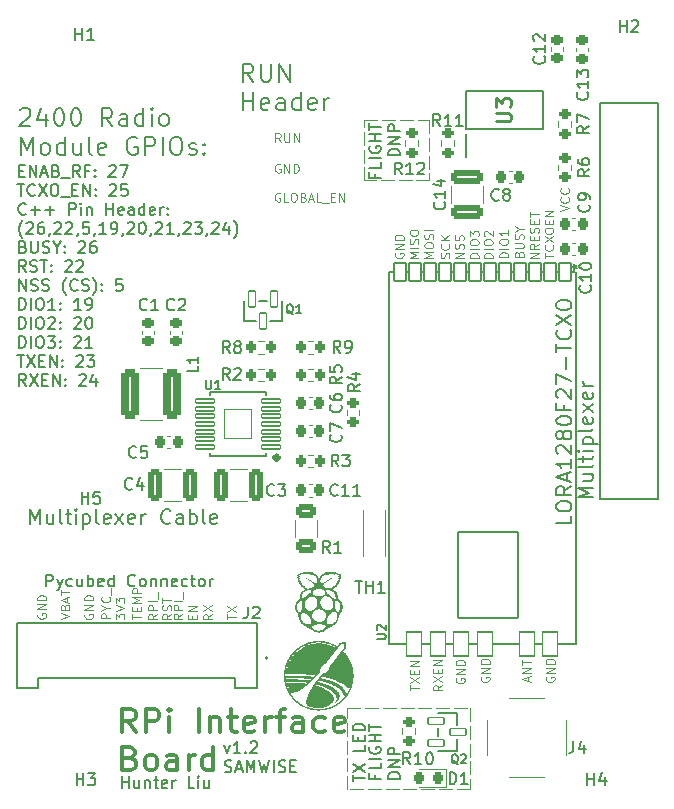
<source format=gto>
%TF.GenerationSoftware,KiCad,Pcbnew,8.0.5*%
%TF.CreationDate,2024-12-07T16:09:03-08:00*%
%TF.ProjectId,RPi_interface,5250695f-696e-4746-9572-666163652e6b,1.2*%
%TF.SameCoordinates,Original*%
%TF.FileFunction,Legend,Top*%
%TF.FilePolarity,Positive*%
%FSLAX46Y46*%
G04 Gerber Fmt 4.6, Leading zero omitted, Abs format (unit mm)*
G04 Created by KiCad (PCBNEW 8.0.5) date 2024-12-07 16:09:03*
%MOMM*%
%LPD*%
G01*
G04 APERTURE LIST*
G04 Aperture macros list*
%AMRoundRect*
0 Rectangle with rounded corners*
0 $1 Rounding radius*
0 $2 $3 $4 $5 $6 $7 $8 $9 X,Y pos of 4 corners*
0 Add a 4 corners polygon primitive as box body*
4,1,4,$2,$3,$4,$5,$6,$7,$8,$9,$2,$3,0*
0 Add four circle primitives for the rounded corners*
1,1,$1+$1,$2,$3*
1,1,$1+$1,$4,$5*
1,1,$1+$1,$6,$7*
1,1,$1+$1,$8,$9*
0 Add four rect primitives between the rounded corners*
20,1,$1+$1,$2,$3,$4,$5,0*
20,1,$1+$1,$4,$5,$6,$7,0*
20,1,$1+$1,$6,$7,$8,$9,0*
20,1,$1+$1,$8,$9,$2,$3,0*%
G04 Aperture macros list end*
%ADD10C,0.100000*%
%ADD11C,0.150000*%
%ADD12C,0.200000*%
%ADD13C,0.300000*%
%ADD14C,0.154432*%
%ADD15C,0.254000*%
%ADD16C,0.127000*%
%ADD17C,0.120000*%
%ADD18C,0.152400*%
%ADD19C,0.000000*%
%ADD20C,0.381000*%
%ADD21RoundRect,0.200000X0.275000X-0.200000X0.275000X0.200000X-0.275000X0.200000X-0.275000X-0.200000X0*%
%ADD22RoundRect,0.063500X-0.660400X0.279400X-0.660400X-0.279400X0.660400X-0.279400X0.660400X0.279400X0*%
%ADD23C,4.700000*%
%ADD24RoundRect,0.225000X-0.225000X-0.250000X0.225000X-0.250000X0.225000X0.250000X-0.225000X0.250000X0*%
%ADD25R,0.650000X2.000000*%
%ADD26R,3.200000X2.000000*%
%ADD27RoundRect,0.250000X-0.325000X-1.100000X0.325000X-1.100000X0.325000X1.100000X-0.325000X1.100000X0*%
%ADD28R,1.150000X1.150000*%
%ADD29C,1.150000*%
%ADD30RoundRect,0.333000X0.417000X1.767000X-0.417000X1.767000X-0.417000X-1.767000X0.417000X-1.767000X0*%
%ADD31RoundRect,0.200000X-0.275000X0.200000X-0.275000X-0.200000X0.275000X-0.200000X0.275000X0.200000X0*%
%ADD32RoundRect,0.218750X0.218750X0.256250X-0.218750X0.256250X-0.218750X-0.256250X0.218750X-0.256250X0*%
%ADD33RoundRect,0.200000X-0.200000X-0.275000X0.200000X-0.275000X0.200000X0.275000X-0.200000X0.275000X0*%
%ADD34RoundRect,0.063500X-0.487500X0.750000X-0.487500X-0.750000X0.487500X-0.750000X0.487500X0.750000X0*%
%ADD35RoundRect,0.063500X-0.650000X1.000000X-0.650000X-1.000000X0.650000X-1.000000X0.650000X1.000000X0*%
%ADD36RoundRect,0.063500X-2.550000X3.650000X-2.550000X-3.650000X2.550000X-3.650000X2.550000X3.650000X0*%
%ADD37RoundRect,0.063500X0.800100X0.152400X-0.800100X0.152400X-0.800100X-0.152400X0.800100X-0.152400X0*%
%ADD38RoundRect,0.063500X1.155000X1.230000X-1.155000X1.230000X-1.155000X-1.230000X1.155000X-1.230000X0*%
%ADD39RoundRect,0.225000X0.250000X-0.225000X0.250000X0.225000X-0.250000X0.225000X-0.250000X-0.225000X0*%
%ADD40RoundRect,0.250000X0.325000X1.100000X-0.325000X1.100000X-0.325000X-1.100000X0.325000X-1.100000X0*%
%ADD41RoundRect,0.250000X-0.625000X0.312500X-0.625000X-0.312500X0.625000X-0.312500X0.625000X0.312500X0*%
%ADD42RoundRect,0.063500X0.279400X0.660400X-0.279400X0.660400X-0.279400X-0.660400X0.279400X-0.660400X0*%
%ADD43RoundRect,0.250000X1.100000X-0.325000X1.100000X0.325000X-1.100000X0.325000X-1.100000X-0.325000X0*%
%ADD44C,1.400000*%
%ADD45O,1.400000X1.400000*%
%ADD46RoundRect,0.200000X0.200000X0.275000X-0.200000X0.275000X-0.200000X-0.275000X0.200000X-0.275000X0*%
%ADD47C,2.050000*%
%ADD48C,2.250000*%
%ADD49R,1.700000X1.700000*%
%ADD50O,1.700000X1.700000*%
G04 APERTURE END LIST*
D10*
X120100000Y-56075000D02*
X121200000Y-56075000D01*
X121600000Y-56075000D02*
X122700000Y-56075000D01*
X123100000Y-56075000D02*
X124200000Y-56075000D01*
X124600000Y-56075000D02*
X125600000Y-56075000D01*
X125600000Y-56075000D02*
X125600000Y-57175000D01*
X125600000Y-57575000D02*
X125600000Y-58675000D01*
X125600000Y-59075000D02*
X125600000Y-60175000D01*
X125600000Y-60575000D02*
X125600000Y-61150000D01*
X125600000Y-61150000D02*
X124500000Y-61150000D01*
X124100000Y-61150000D02*
X123000000Y-61150000D01*
X122600000Y-61150000D02*
X121500000Y-61150000D01*
X121100000Y-61150000D02*
X120100000Y-61150000D01*
X120100000Y-61150000D02*
X120100000Y-60050000D01*
X120100000Y-59650000D02*
X120100000Y-58550000D01*
X120100000Y-58150000D02*
X120100000Y-57050000D01*
X120100000Y-56650000D02*
X120100000Y-56075000D01*
D11*
X140045000Y-54575000D02*
X144930000Y-54575000D01*
X144930000Y-88125000D01*
X140045000Y-88125000D01*
X140045000Y-54575000D01*
D10*
X118662500Y-105850000D02*
X119762500Y-105850000D01*
X120162500Y-105850000D02*
X121262500Y-105850000D01*
X121662500Y-105850000D02*
X122762500Y-105850000D01*
X123162500Y-105850000D02*
X124262500Y-105850000D01*
X124662500Y-105850000D02*
X125762500Y-105850000D01*
X126162500Y-105850000D02*
X127262500Y-105850000D01*
X127662500Y-105850000D02*
X128762500Y-105850000D01*
X129012500Y-105850000D02*
X129012500Y-106950000D01*
X129012500Y-107350000D02*
X129012500Y-108450000D01*
X129012500Y-108850000D02*
X129012500Y-109950000D01*
X129012500Y-110350000D02*
X129012500Y-111450000D01*
X129012500Y-111850000D02*
X129012500Y-112700000D01*
X129012500Y-112700000D02*
X127912500Y-112700000D01*
X127512500Y-112700000D02*
X126412500Y-112700000D01*
X126012500Y-112700000D02*
X124912500Y-112700000D01*
X124512500Y-112700000D02*
X123412500Y-112700000D01*
X123012500Y-112700000D02*
X121912500Y-112700000D01*
X121512500Y-112700000D02*
X120412500Y-112700000D01*
X120012500Y-112700000D02*
X118912500Y-112700000D01*
X118662500Y-112700000D02*
X118662500Y-111600000D01*
X118662500Y-111200000D02*
X118662500Y-110100000D01*
X118662500Y-109700000D02*
X118662500Y-108600000D01*
X118662500Y-108200000D02*
X118662500Y-107100000D01*
X118662500Y-106700000D02*
X118662500Y-105850000D01*
X130953014Y-67730639D02*
X130203014Y-67730639D01*
X130203014Y-67730639D02*
X130203014Y-67552068D01*
X130203014Y-67552068D02*
X130238728Y-67444925D01*
X130238728Y-67444925D02*
X130310157Y-67373496D01*
X130310157Y-67373496D02*
X130381585Y-67337782D01*
X130381585Y-67337782D02*
X130524442Y-67302068D01*
X130524442Y-67302068D02*
X130631585Y-67302068D01*
X130631585Y-67302068D02*
X130774442Y-67337782D01*
X130774442Y-67337782D02*
X130845871Y-67373496D01*
X130845871Y-67373496D02*
X130917300Y-67444925D01*
X130917300Y-67444925D02*
X130953014Y-67552068D01*
X130953014Y-67552068D02*
X130953014Y-67730639D01*
X130953014Y-66980639D02*
X130203014Y-66980639D01*
X130203014Y-66480639D02*
X130203014Y-66337782D01*
X130203014Y-66337782D02*
X130238728Y-66266353D01*
X130238728Y-66266353D02*
X130310157Y-66194925D01*
X130310157Y-66194925D02*
X130453014Y-66159210D01*
X130453014Y-66159210D02*
X130703014Y-66159210D01*
X130703014Y-66159210D02*
X130845871Y-66194925D01*
X130845871Y-66194925D02*
X130917300Y-66266353D01*
X130917300Y-66266353D02*
X130953014Y-66337782D01*
X130953014Y-66337782D02*
X130953014Y-66480639D01*
X130953014Y-66480639D02*
X130917300Y-66552068D01*
X130917300Y-66552068D02*
X130845871Y-66623496D01*
X130845871Y-66623496D02*
X130703014Y-66659210D01*
X130703014Y-66659210D02*
X130453014Y-66659210D01*
X130453014Y-66659210D02*
X130310157Y-66623496D01*
X130310157Y-66623496D02*
X130238728Y-66552068D01*
X130238728Y-66552068D02*
X130203014Y-66480639D01*
X130274442Y-65873496D02*
X130238728Y-65837782D01*
X130238728Y-65837782D02*
X130203014Y-65766354D01*
X130203014Y-65766354D02*
X130203014Y-65587782D01*
X130203014Y-65587782D02*
X130238728Y-65516354D01*
X130238728Y-65516354D02*
X130274442Y-65480639D01*
X130274442Y-65480639D02*
X130345871Y-65444925D01*
X130345871Y-65444925D02*
X130417300Y-65444925D01*
X130417300Y-65444925D02*
X130524442Y-65480639D01*
X130524442Y-65480639D02*
X130953014Y-65909211D01*
X130953014Y-65909211D02*
X130953014Y-65444925D01*
X132278014Y-67680639D02*
X131528014Y-67680639D01*
X131528014Y-67680639D02*
X131528014Y-67502068D01*
X131528014Y-67502068D02*
X131563728Y-67394925D01*
X131563728Y-67394925D02*
X131635157Y-67323496D01*
X131635157Y-67323496D02*
X131706585Y-67287782D01*
X131706585Y-67287782D02*
X131849442Y-67252068D01*
X131849442Y-67252068D02*
X131956585Y-67252068D01*
X131956585Y-67252068D02*
X132099442Y-67287782D01*
X132099442Y-67287782D02*
X132170871Y-67323496D01*
X132170871Y-67323496D02*
X132242300Y-67394925D01*
X132242300Y-67394925D02*
X132278014Y-67502068D01*
X132278014Y-67502068D02*
X132278014Y-67680639D01*
X132278014Y-66930639D02*
X131528014Y-66930639D01*
X131528014Y-66430639D02*
X131528014Y-66287782D01*
X131528014Y-66287782D02*
X131563728Y-66216353D01*
X131563728Y-66216353D02*
X131635157Y-66144925D01*
X131635157Y-66144925D02*
X131778014Y-66109210D01*
X131778014Y-66109210D02*
X132028014Y-66109210D01*
X132028014Y-66109210D02*
X132170871Y-66144925D01*
X132170871Y-66144925D02*
X132242300Y-66216353D01*
X132242300Y-66216353D02*
X132278014Y-66287782D01*
X132278014Y-66287782D02*
X132278014Y-66430639D01*
X132278014Y-66430639D02*
X132242300Y-66502068D01*
X132242300Y-66502068D02*
X132170871Y-66573496D01*
X132170871Y-66573496D02*
X132028014Y-66609210D01*
X132028014Y-66609210D02*
X131778014Y-66609210D01*
X131778014Y-66609210D02*
X131635157Y-66573496D01*
X131635157Y-66573496D02*
X131563728Y-66502068D01*
X131563728Y-66502068D02*
X131528014Y-66430639D01*
X132278014Y-65394925D02*
X132278014Y-65823496D01*
X132278014Y-65609211D02*
X131528014Y-65609211D01*
X131528014Y-65609211D02*
X131635157Y-65680639D01*
X131635157Y-65680639D02*
X131706585Y-65752068D01*
X131706585Y-65752068D02*
X131742300Y-65823496D01*
X133185157Y-67405639D02*
X133220871Y-67298496D01*
X133220871Y-67298496D02*
X133256585Y-67262782D01*
X133256585Y-67262782D02*
X133328014Y-67227068D01*
X133328014Y-67227068D02*
X133435157Y-67227068D01*
X133435157Y-67227068D02*
X133506585Y-67262782D01*
X133506585Y-67262782D02*
X133542300Y-67298496D01*
X133542300Y-67298496D02*
X133578014Y-67369925D01*
X133578014Y-67369925D02*
X133578014Y-67655639D01*
X133578014Y-67655639D02*
X132828014Y-67655639D01*
X132828014Y-67655639D02*
X132828014Y-67405639D01*
X132828014Y-67405639D02*
X132863728Y-67334211D01*
X132863728Y-67334211D02*
X132899442Y-67298496D01*
X132899442Y-67298496D02*
X132970871Y-67262782D01*
X132970871Y-67262782D02*
X133042300Y-67262782D01*
X133042300Y-67262782D02*
X133113728Y-67298496D01*
X133113728Y-67298496D02*
X133149442Y-67334211D01*
X133149442Y-67334211D02*
X133185157Y-67405639D01*
X133185157Y-67405639D02*
X133185157Y-67655639D01*
X132828014Y-66905639D02*
X133435157Y-66905639D01*
X133435157Y-66905639D02*
X133506585Y-66869925D01*
X133506585Y-66869925D02*
X133542300Y-66834211D01*
X133542300Y-66834211D02*
X133578014Y-66762782D01*
X133578014Y-66762782D02*
X133578014Y-66619925D01*
X133578014Y-66619925D02*
X133542300Y-66548496D01*
X133542300Y-66548496D02*
X133506585Y-66512782D01*
X133506585Y-66512782D02*
X133435157Y-66477068D01*
X133435157Y-66477068D02*
X132828014Y-66477068D01*
X133542300Y-66155639D02*
X133578014Y-66048497D01*
X133578014Y-66048497D02*
X133578014Y-65869925D01*
X133578014Y-65869925D02*
X133542300Y-65798497D01*
X133542300Y-65798497D02*
X133506585Y-65762782D01*
X133506585Y-65762782D02*
X133435157Y-65727068D01*
X133435157Y-65727068D02*
X133363728Y-65727068D01*
X133363728Y-65727068D02*
X133292300Y-65762782D01*
X133292300Y-65762782D02*
X133256585Y-65798497D01*
X133256585Y-65798497D02*
X133220871Y-65869925D01*
X133220871Y-65869925D02*
X133185157Y-66012782D01*
X133185157Y-66012782D02*
X133149442Y-66084211D01*
X133149442Y-66084211D02*
X133113728Y-66119925D01*
X133113728Y-66119925D02*
X133042300Y-66155639D01*
X133042300Y-66155639D02*
X132970871Y-66155639D01*
X132970871Y-66155639D02*
X132899442Y-66119925D01*
X132899442Y-66119925D02*
X132863728Y-66084211D01*
X132863728Y-66084211D02*
X132828014Y-66012782D01*
X132828014Y-66012782D02*
X132828014Y-65834211D01*
X132828014Y-65834211D02*
X132863728Y-65727068D01*
X133220871Y-65262782D02*
X133578014Y-65262782D01*
X132828014Y-65512782D02*
X133220871Y-65262782D01*
X133220871Y-65262782D02*
X132828014Y-65012782D01*
X127267300Y-67741353D02*
X127303014Y-67634211D01*
X127303014Y-67634211D02*
X127303014Y-67455639D01*
X127303014Y-67455639D02*
X127267300Y-67384211D01*
X127267300Y-67384211D02*
X127231585Y-67348496D01*
X127231585Y-67348496D02*
X127160157Y-67312782D01*
X127160157Y-67312782D02*
X127088728Y-67312782D01*
X127088728Y-67312782D02*
X127017300Y-67348496D01*
X127017300Y-67348496D02*
X126981585Y-67384211D01*
X126981585Y-67384211D02*
X126945871Y-67455639D01*
X126945871Y-67455639D02*
X126910157Y-67598496D01*
X126910157Y-67598496D02*
X126874442Y-67669925D01*
X126874442Y-67669925D02*
X126838728Y-67705639D01*
X126838728Y-67705639D02*
X126767300Y-67741353D01*
X126767300Y-67741353D02*
X126695871Y-67741353D01*
X126695871Y-67741353D02*
X126624442Y-67705639D01*
X126624442Y-67705639D02*
X126588728Y-67669925D01*
X126588728Y-67669925D02*
X126553014Y-67598496D01*
X126553014Y-67598496D02*
X126553014Y-67419925D01*
X126553014Y-67419925D02*
X126588728Y-67312782D01*
X127231585Y-66562782D02*
X127267300Y-66598496D01*
X127267300Y-66598496D02*
X127303014Y-66705639D01*
X127303014Y-66705639D02*
X127303014Y-66777067D01*
X127303014Y-66777067D02*
X127267300Y-66884210D01*
X127267300Y-66884210D02*
X127195871Y-66955639D01*
X127195871Y-66955639D02*
X127124442Y-66991353D01*
X127124442Y-66991353D02*
X126981585Y-67027067D01*
X126981585Y-67027067D02*
X126874442Y-67027067D01*
X126874442Y-67027067D02*
X126731585Y-66991353D01*
X126731585Y-66991353D02*
X126660157Y-66955639D01*
X126660157Y-66955639D02*
X126588728Y-66884210D01*
X126588728Y-66884210D02*
X126553014Y-66777067D01*
X126553014Y-66777067D02*
X126553014Y-66705639D01*
X126553014Y-66705639D02*
X126588728Y-66598496D01*
X126588728Y-66598496D02*
X126624442Y-66562782D01*
X127303014Y-66241353D02*
X126553014Y-66241353D01*
X127303014Y-65812782D02*
X126874442Y-66134210D01*
X126553014Y-65812782D02*
X126981585Y-66241353D01*
X96418728Y-97867782D02*
X96383014Y-97939211D01*
X96383014Y-97939211D02*
X96383014Y-98046353D01*
X96383014Y-98046353D02*
X96418728Y-98153496D01*
X96418728Y-98153496D02*
X96490157Y-98224925D01*
X96490157Y-98224925D02*
X96561585Y-98260639D01*
X96561585Y-98260639D02*
X96704442Y-98296353D01*
X96704442Y-98296353D02*
X96811585Y-98296353D01*
X96811585Y-98296353D02*
X96954442Y-98260639D01*
X96954442Y-98260639D02*
X97025871Y-98224925D01*
X97025871Y-98224925D02*
X97097300Y-98153496D01*
X97097300Y-98153496D02*
X97133014Y-98046353D01*
X97133014Y-98046353D02*
X97133014Y-97974925D01*
X97133014Y-97974925D02*
X97097300Y-97867782D01*
X97097300Y-97867782D02*
X97061585Y-97832068D01*
X97061585Y-97832068D02*
X96811585Y-97832068D01*
X96811585Y-97832068D02*
X96811585Y-97974925D01*
X97133014Y-97510639D02*
X96383014Y-97510639D01*
X96383014Y-97510639D02*
X97133014Y-97082068D01*
X97133014Y-97082068D02*
X96383014Y-97082068D01*
X97133014Y-96724925D02*
X96383014Y-96724925D01*
X96383014Y-96724925D02*
X96383014Y-96546354D01*
X96383014Y-96546354D02*
X96418728Y-96439211D01*
X96418728Y-96439211D02*
X96490157Y-96367782D01*
X96490157Y-96367782D02*
X96561585Y-96332068D01*
X96561585Y-96332068D02*
X96704442Y-96296354D01*
X96704442Y-96296354D02*
X96811585Y-96296354D01*
X96811585Y-96296354D02*
X96954442Y-96332068D01*
X96954442Y-96332068D02*
X97025871Y-96367782D01*
X97025871Y-96367782D02*
X97097300Y-96439211D01*
X97097300Y-96439211D02*
X97133014Y-96546354D01*
X97133014Y-96546354D02*
X97133014Y-96724925D01*
X104700556Y-97857068D02*
X104343413Y-98107068D01*
X104700556Y-98285639D02*
X103950556Y-98285639D01*
X103950556Y-98285639D02*
X103950556Y-97999925D01*
X103950556Y-97999925D02*
X103986270Y-97928496D01*
X103986270Y-97928496D02*
X104021984Y-97892782D01*
X104021984Y-97892782D02*
X104093413Y-97857068D01*
X104093413Y-97857068D02*
X104200556Y-97857068D01*
X104200556Y-97857068D02*
X104271984Y-97892782D01*
X104271984Y-97892782D02*
X104307699Y-97928496D01*
X104307699Y-97928496D02*
X104343413Y-97999925D01*
X104343413Y-97999925D02*
X104343413Y-98285639D01*
X104700556Y-97535639D02*
X103950556Y-97535639D01*
X103950556Y-97535639D02*
X103950556Y-97249925D01*
X103950556Y-97249925D02*
X103986270Y-97178496D01*
X103986270Y-97178496D02*
X104021984Y-97142782D01*
X104021984Y-97142782D02*
X104093413Y-97107068D01*
X104093413Y-97107068D02*
X104200556Y-97107068D01*
X104200556Y-97107068D02*
X104271984Y-97142782D01*
X104271984Y-97142782D02*
X104307699Y-97178496D01*
X104307699Y-97178496D02*
X104343413Y-97249925D01*
X104343413Y-97249925D02*
X104343413Y-97535639D01*
X104700556Y-96785639D02*
X103950556Y-96785639D01*
X104771984Y-96607068D02*
X104771984Y-96035639D01*
X105515157Y-98285639D02*
X105515157Y-98035639D01*
X105908014Y-97928496D02*
X105908014Y-98285639D01*
X105908014Y-98285639D02*
X105158014Y-98285639D01*
X105158014Y-98285639D02*
X105158014Y-97928496D01*
X105908014Y-97607068D02*
X105158014Y-97607068D01*
X105158014Y-97607068D02*
X105908014Y-97178497D01*
X105908014Y-97178497D02*
X105158014Y-97178497D01*
X112967217Y-59798728D02*
X112895789Y-59763014D01*
X112895789Y-59763014D02*
X112788646Y-59763014D01*
X112788646Y-59763014D02*
X112681503Y-59798728D01*
X112681503Y-59798728D02*
X112610074Y-59870157D01*
X112610074Y-59870157D02*
X112574360Y-59941585D01*
X112574360Y-59941585D02*
X112538646Y-60084442D01*
X112538646Y-60084442D02*
X112538646Y-60191585D01*
X112538646Y-60191585D02*
X112574360Y-60334442D01*
X112574360Y-60334442D02*
X112610074Y-60405871D01*
X112610074Y-60405871D02*
X112681503Y-60477300D01*
X112681503Y-60477300D02*
X112788646Y-60513014D01*
X112788646Y-60513014D02*
X112860074Y-60513014D01*
X112860074Y-60513014D02*
X112967217Y-60477300D01*
X112967217Y-60477300D02*
X113002931Y-60441585D01*
X113002931Y-60441585D02*
X113002931Y-60191585D01*
X113002931Y-60191585D02*
X112860074Y-60191585D01*
X113324360Y-60513014D02*
X113324360Y-59763014D01*
X113324360Y-59763014D02*
X113752931Y-60513014D01*
X113752931Y-60513014D02*
X113752931Y-59763014D01*
X114110074Y-60513014D02*
X114110074Y-59763014D01*
X114110074Y-59763014D02*
X114288645Y-59763014D01*
X114288645Y-59763014D02*
X114395788Y-59798728D01*
X114395788Y-59798728D02*
X114467217Y-59870157D01*
X114467217Y-59870157D02*
X114502931Y-59941585D01*
X114502931Y-59941585D02*
X114538645Y-60084442D01*
X114538645Y-60084442D02*
X114538645Y-60191585D01*
X114538645Y-60191585D02*
X114502931Y-60334442D01*
X114502931Y-60334442D02*
X114467217Y-60405871D01*
X114467217Y-60405871D02*
X114395788Y-60477300D01*
X114395788Y-60477300D02*
X114288645Y-60513014D01*
X114288645Y-60513014D02*
X114110074Y-60513014D01*
X135353014Y-67762782D02*
X135353014Y-67334211D01*
X136103014Y-67548496D02*
X135353014Y-67548496D01*
X136031585Y-66655639D02*
X136067300Y-66691353D01*
X136067300Y-66691353D02*
X136103014Y-66798496D01*
X136103014Y-66798496D02*
X136103014Y-66869924D01*
X136103014Y-66869924D02*
X136067300Y-66977067D01*
X136067300Y-66977067D02*
X135995871Y-67048496D01*
X135995871Y-67048496D02*
X135924442Y-67084210D01*
X135924442Y-67084210D02*
X135781585Y-67119924D01*
X135781585Y-67119924D02*
X135674442Y-67119924D01*
X135674442Y-67119924D02*
X135531585Y-67084210D01*
X135531585Y-67084210D02*
X135460157Y-67048496D01*
X135460157Y-67048496D02*
X135388728Y-66977067D01*
X135388728Y-66977067D02*
X135353014Y-66869924D01*
X135353014Y-66869924D02*
X135353014Y-66798496D01*
X135353014Y-66798496D02*
X135388728Y-66691353D01*
X135388728Y-66691353D02*
X135424442Y-66655639D01*
X135353014Y-66405639D02*
X136103014Y-65905639D01*
X135353014Y-65905639D02*
X136103014Y-66405639D01*
X135353014Y-65477067D02*
X135353014Y-65334210D01*
X135353014Y-65334210D02*
X135388728Y-65262781D01*
X135388728Y-65262781D02*
X135460157Y-65191353D01*
X135460157Y-65191353D02*
X135603014Y-65155638D01*
X135603014Y-65155638D02*
X135853014Y-65155638D01*
X135853014Y-65155638D02*
X135995871Y-65191353D01*
X135995871Y-65191353D02*
X136067300Y-65262781D01*
X136067300Y-65262781D02*
X136103014Y-65334210D01*
X136103014Y-65334210D02*
X136103014Y-65477067D01*
X136103014Y-65477067D02*
X136067300Y-65548496D01*
X136067300Y-65548496D02*
X135995871Y-65619924D01*
X135995871Y-65619924D02*
X135853014Y-65655638D01*
X135853014Y-65655638D02*
X135603014Y-65655638D01*
X135603014Y-65655638D02*
X135460157Y-65619924D01*
X135460157Y-65619924D02*
X135388728Y-65548496D01*
X135388728Y-65548496D02*
X135353014Y-65477067D01*
X135710157Y-64834210D02*
X135710157Y-64584210D01*
X136103014Y-64477067D02*
X136103014Y-64834210D01*
X136103014Y-64834210D02*
X135353014Y-64834210D01*
X135353014Y-64834210D02*
X135353014Y-64477067D01*
X136103014Y-64155639D02*
X135353014Y-64155639D01*
X135353014Y-64155639D02*
X136103014Y-63727068D01*
X136103014Y-63727068D02*
X135353014Y-63727068D01*
D11*
X93161779Y-95534819D02*
X93161779Y-94534819D01*
X93161779Y-94534819D02*
X93542731Y-94534819D01*
X93542731Y-94534819D02*
X93637969Y-94582438D01*
X93637969Y-94582438D02*
X93685588Y-94630057D01*
X93685588Y-94630057D02*
X93733207Y-94725295D01*
X93733207Y-94725295D02*
X93733207Y-94868152D01*
X93733207Y-94868152D02*
X93685588Y-94963390D01*
X93685588Y-94963390D02*
X93637969Y-95011009D01*
X93637969Y-95011009D02*
X93542731Y-95058628D01*
X93542731Y-95058628D02*
X93161779Y-95058628D01*
X94066541Y-94868152D02*
X94304636Y-95534819D01*
X94542731Y-94868152D02*
X94304636Y-95534819D01*
X94304636Y-95534819D02*
X94209398Y-95772914D01*
X94209398Y-95772914D02*
X94161779Y-95820533D01*
X94161779Y-95820533D02*
X94066541Y-95868152D01*
X95352255Y-95487200D02*
X95257017Y-95534819D01*
X95257017Y-95534819D02*
X95066541Y-95534819D01*
X95066541Y-95534819D02*
X94971303Y-95487200D01*
X94971303Y-95487200D02*
X94923684Y-95439580D01*
X94923684Y-95439580D02*
X94876065Y-95344342D01*
X94876065Y-95344342D02*
X94876065Y-95058628D01*
X94876065Y-95058628D02*
X94923684Y-94963390D01*
X94923684Y-94963390D02*
X94971303Y-94915771D01*
X94971303Y-94915771D02*
X95066541Y-94868152D01*
X95066541Y-94868152D02*
X95257017Y-94868152D01*
X95257017Y-94868152D02*
X95352255Y-94915771D01*
X96209398Y-94868152D02*
X96209398Y-95534819D01*
X95780827Y-94868152D02*
X95780827Y-95391961D01*
X95780827Y-95391961D02*
X95828446Y-95487200D01*
X95828446Y-95487200D02*
X95923684Y-95534819D01*
X95923684Y-95534819D02*
X96066541Y-95534819D01*
X96066541Y-95534819D02*
X96161779Y-95487200D01*
X96161779Y-95487200D02*
X96209398Y-95439580D01*
X96685589Y-95534819D02*
X96685589Y-94534819D01*
X96685589Y-94915771D02*
X96780827Y-94868152D01*
X96780827Y-94868152D02*
X96971303Y-94868152D01*
X96971303Y-94868152D02*
X97066541Y-94915771D01*
X97066541Y-94915771D02*
X97114160Y-94963390D01*
X97114160Y-94963390D02*
X97161779Y-95058628D01*
X97161779Y-95058628D02*
X97161779Y-95344342D01*
X97161779Y-95344342D02*
X97114160Y-95439580D01*
X97114160Y-95439580D02*
X97066541Y-95487200D01*
X97066541Y-95487200D02*
X96971303Y-95534819D01*
X96971303Y-95534819D02*
X96780827Y-95534819D01*
X96780827Y-95534819D02*
X96685589Y-95487200D01*
X97971303Y-95487200D02*
X97876065Y-95534819D01*
X97876065Y-95534819D02*
X97685589Y-95534819D01*
X97685589Y-95534819D02*
X97590351Y-95487200D01*
X97590351Y-95487200D02*
X97542732Y-95391961D01*
X97542732Y-95391961D02*
X97542732Y-95011009D01*
X97542732Y-95011009D02*
X97590351Y-94915771D01*
X97590351Y-94915771D02*
X97685589Y-94868152D01*
X97685589Y-94868152D02*
X97876065Y-94868152D01*
X97876065Y-94868152D02*
X97971303Y-94915771D01*
X97971303Y-94915771D02*
X98018922Y-95011009D01*
X98018922Y-95011009D02*
X98018922Y-95106247D01*
X98018922Y-95106247D02*
X97542732Y-95201485D01*
X98876065Y-95534819D02*
X98876065Y-94534819D01*
X98876065Y-95487200D02*
X98780827Y-95534819D01*
X98780827Y-95534819D02*
X98590351Y-95534819D01*
X98590351Y-95534819D02*
X98495113Y-95487200D01*
X98495113Y-95487200D02*
X98447494Y-95439580D01*
X98447494Y-95439580D02*
X98399875Y-95344342D01*
X98399875Y-95344342D02*
X98399875Y-95058628D01*
X98399875Y-95058628D02*
X98447494Y-94963390D01*
X98447494Y-94963390D02*
X98495113Y-94915771D01*
X98495113Y-94915771D02*
X98590351Y-94868152D01*
X98590351Y-94868152D02*
X98780827Y-94868152D01*
X98780827Y-94868152D02*
X98876065Y-94915771D01*
X100685589Y-95439580D02*
X100637970Y-95487200D01*
X100637970Y-95487200D02*
X100495113Y-95534819D01*
X100495113Y-95534819D02*
X100399875Y-95534819D01*
X100399875Y-95534819D02*
X100257018Y-95487200D01*
X100257018Y-95487200D02*
X100161780Y-95391961D01*
X100161780Y-95391961D02*
X100114161Y-95296723D01*
X100114161Y-95296723D02*
X100066542Y-95106247D01*
X100066542Y-95106247D02*
X100066542Y-94963390D01*
X100066542Y-94963390D02*
X100114161Y-94772914D01*
X100114161Y-94772914D02*
X100161780Y-94677676D01*
X100161780Y-94677676D02*
X100257018Y-94582438D01*
X100257018Y-94582438D02*
X100399875Y-94534819D01*
X100399875Y-94534819D02*
X100495113Y-94534819D01*
X100495113Y-94534819D02*
X100637970Y-94582438D01*
X100637970Y-94582438D02*
X100685589Y-94630057D01*
X101257018Y-95534819D02*
X101161780Y-95487200D01*
X101161780Y-95487200D02*
X101114161Y-95439580D01*
X101114161Y-95439580D02*
X101066542Y-95344342D01*
X101066542Y-95344342D02*
X101066542Y-95058628D01*
X101066542Y-95058628D02*
X101114161Y-94963390D01*
X101114161Y-94963390D02*
X101161780Y-94915771D01*
X101161780Y-94915771D02*
X101257018Y-94868152D01*
X101257018Y-94868152D02*
X101399875Y-94868152D01*
X101399875Y-94868152D02*
X101495113Y-94915771D01*
X101495113Y-94915771D02*
X101542732Y-94963390D01*
X101542732Y-94963390D02*
X101590351Y-95058628D01*
X101590351Y-95058628D02*
X101590351Y-95344342D01*
X101590351Y-95344342D02*
X101542732Y-95439580D01*
X101542732Y-95439580D02*
X101495113Y-95487200D01*
X101495113Y-95487200D02*
X101399875Y-95534819D01*
X101399875Y-95534819D02*
X101257018Y-95534819D01*
X102018923Y-94868152D02*
X102018923Y-95534819D01*
X102018923Y-94963390D02*
X102066542Y-94915771D01*
X102066542Y-94915771D02*
X102161780Y-94868152D01*
X102161780Y-94868152D02*
X102304637Y-94868152D01*
X102304637Y-94868152D02*
X102399875Y-94915771D01*
X102399875Y-94915771D02*
X102447494Y-95011009D01*
X102447494Y-95011009D02*
X102447494Y-95534819D01*
X102923685Y-94868152D02*
X102923685Y-95534819D01*
X102923685Y-94963390D02*
X102971304Y-94915771D01*
X102971304Y-94915771D02*
X103066542Y-94868152D01*
X103066542Y-94868152D02*
X103209399Y-94868152D01*
X103209399Y-94868152D02*
X103304637Y-94915771D01*
X103304637Y-94915771D02*
X103352256Y-95011009D01*
X103352256Y-95011009D02*
X103352256Y-95534819D01*
X104209399Y-95487200D02*
X104114161Y-95534819D01*
X104114161Y-95534819D02*
X103923685Y-95534819D01*
X103923685Y-95534819D02*
X103828447Y-95487200D01*
X103828447Y-95487200D02*
X103780828Y-95391961D01*
X103780828Y-95391961D02*
X103780828Y-95011009D01*
X103780828Y-95011009D02*
X103828447Y-94915771D01*
X103828447Y-94915771D02*
X103923685Y-94868152D01*
X103923685Y-94868152D02*
X104114161Y-94868152D01*
X104114161Y-94868152D02*
X104209399Y-94915771D01*
X104209399Y-94915771D02*
X104257018Y-95011009D01*
X104257018Y-95011009D02*
X104257018Y-95106247D01*
X104257018Y-95106247D02*
X103780828Y-95201485D01*
X105114161Y-95487200D02*
X105018923Y-95534819D01*
X105018923Y-95534819D02*
X104828447Y-95534819D01*
X104828447Y-95534819D02*
X104733209Y-95487200D01*
X104733209Y-95487200D02*
X104685590Y-95439580D01*
X104685590Y-95439580D02*
X104637971Y-95344342D01*
X104637971Y-95344342D02*
X104637971Y-95058628D01*
X104637971Y-95058628D02*
X104685590Y-94963390D01*
X104685590Y-94963390D02*
X104733209Y-94915771D01*
X104733209Y-94915771D02*
X104828447Y-94868152D01*
X104828447Y-94868152D02*
X105018923Y-94868152D01*
X105018923Y-94868152D02*
X105114161Y-94915771D01*
X105399876Y-94868152D02*
X105780828Y-94868152D01*
X105542733Y-94534819D02*
X105542733Y-95391961D01*
X105542733Y-95391961D02*
X105590352Y-95487200D01*
X105590352Y-95487200D02*
X105685590Y-95534819D01*
X105685590Y-95534819D02*
X105780828Y-95534819D01*
X106257019Y-95534819D02*
X106161781Y-95487200D01*
X106161781Y-95487200D02*
X106114162Y-95439580D01*
X106114162Y-95439580D02*
X106066543Y-95344342D01*
X106066543Y-95344342D02*
X106066543Y-95058628D01*
X106066543Y-95058628D02*
X106114162Y-94963390D01*
X106114162Y-94963390D02*
X106161781Y-94915771D01*
X106161781Y-94915771D02*
X106257019Y-94868152D01*
X106257019Y-94868152D02*
X106399876Y-94868152D01*
X106399876Y-94868152D02*
X106495114Y-94915771D01*
X106495114Y-94915771D02*
X106542733Y-94963390D01*
X106542733Y-94963390D02*
X106590352Y-95058628D01*
X106590352Y-95058628D02*
X106590352Y-95344342D01*
X106590352Y-95344342D02*
X106542733Y-95439580D01*
X106542733Y-95439580D02*
X106495114Y-95487200D01*
X106495114Y-95487200D02*
X106399876Y-95534819D01*
X106399876Y-95534819D02*
X106257019Y-95534819D01*
X107018924Y-95534819D02*
X107018924Y-94868152D01*
X107018924Y-95058628D02*
X107066543Y-94963390D01*
X107066543Y-94963390D02*
X107114162Y-94915771D01*
X107114162Y-94915771D02*
X107209400Y-94868152D01*
X107209400Y-94868152D02*
X107304638Y-94868152D01*
D10*
X129988728Y-103212782D02*
X129953014Y-103284211D01*
X129953014Y-103284211D02*
X129953014Y-103391353D01*
X129953014Y-103391353D02*
X129988728Y-103498496D01*
X129988728Y-103498496D02*
X130060157Y-103569925D01*
X130060157Y-103569925D02*
X130131585Y-103605639D01*
X130131585Y-103605639D02*
X130274442Y-103641353D01*
X130274442Y-103641353D02*
X130381585Y-103641353D01*
X130381585Y-103641353D02*
X130524442Y-103605639D01*
X130524442Y-103605639D02*
X130595871Y-103569925D01*
X130595871Y-103569925D02*
X130667300Y-103498496D01*
X130667300Y-103498496D02*
X130703014Y-103391353D01*
X130703014Y-103391353D02*
X130703014Y-103319925D01*
X130703014Y-103319925D02*
X130667300Y-103212782D01*
X130667300Y-103212782D02*
X130631585Y-103177068D01*
X130631585Y-103177068D02*
X130381585Y-103177068D01*
X130381585Y-103177068D02*
X130381585Y-103319925D01*
X130703014Y-102855639D02*
X129953014Y-102855639D01*
X129953014Y-102855639D02*
X130703014Y-102427068D01*
X130703014Y-102427068D02*
X129953014Y-102427068D01*
X130703014Y-102069925D02*
X129953014Y-102069925D01*
X129953014Y-102069925D02*
X129953014Y-101891354D01*
X129953014Y-101891354D02*
X129988728Y-101784211D01*
X129988728Y-101784211D02*
X130060157Y-101712782D01*
X130060157Y-101712782D02*
X130131585Y-101677068D01*
X130131585Y-101677068D02*
X130274442Y-101641354D01*
X130274442Y-101641354D02*
X130381585Y-101641354D01*
X130381585Y-101641354D02*
X130524442Y-101677068D01*
X130524442Y-101677068D02*
X130595871Y-101712782D01*
X130595871Y-101712782D02*
X130667300Y-101784211D01*
X130667300Y-101784211D02*
X130703014Y-101891354D01*
X130703014Y-101891354D02*
X130703014Y-102069925D01*
X125928014Y-67730639D02*
X125178014Y-67730639D01*
X125178014Y-67730639D02*
X125713728Y-67480639D01*
X125713728Y-67480639D02*
X125178014Y-67230639D01*
X125178014Y-67230639D02*
X125928014Y-67230639D01*
X125178014Y-66730639D02*
X125178014Y-66587782D01*
X125178014Y-66587782D02*
X125213728Y-66516353D01*
X125213728Y-66516353D02*
X125285157Y-66444925D01*
X125285157Y-66444925D02*
X125428014Y-66409210D01*
X125428014Y-66409210D02*
X125678014Y-66409210D01*
X125678014Y-66409210D02*
X125820871Y-66444925D01*
X125820871Y-66444925D02*
X125892300Y-66516353D01*
X125892300Y-66516353D02*
X125928014Y-66587782D01*
X125928014Y-66587782D02*
X125928014Y-66730639D01*
X125928014Y-66730639D02*
X125892300Y-66802068D01*
X125892300Y-66802068D02*
X125820871Y-66873496D01*
X125820871Y-66873496D02*
X125678014Y-66909210D01*
X125678014Y-66909210D02*
X125428014Y-66909210D01*
X125428014Y-66909210D02*
X125285157Y-66873496D01*
X125285157Y-66873496D02*
X125213728Y-66802068D01*
X125213728Y-66802068D02*
X125178014Y-66730639D01*
X125892300Y-66123496D02*
X125928014Y-66016354D01*
X125928014Y-66016354D02*
X125928014Y-65837782D01*
X125928014Y-65837782D02*
X125892300Y-65766354D01*
X125892300Y-65766354D02*
X125856585Y-65730639D01*
X125856585Y-65730639D02*
X125785157Y-65694925D01*
X125785157Y-65694925D02*
X125713728Y-65694925D01*
X125713728Y-65694925D02*
X125642300Y-65730639D01*
X125642300Y-65730639D02*
X125606585Y-65766354D01*
X125606585Y-65766354D02*
X125570871Y-65837782D01*
X125570871Y-65837782D02*
X125535157Y-65980639D01*
X125535157Y-65980639D02*
X125499442Y-66052068D01*
X125499442Y-66052068D02*
X125463728Y-66087782D01*
X125463728Y-66087782D02*
X125392300Y-66123496D01*
X125392300Y-66123496D02*
X125320871Y-66123496D01*
X125320871Y-66123496D02*
X125249442Y-66087782D01*
X125249442Y-66087782D02*
X125213728Y-66052068D01*
X125213728Y-66052068D02*
X125178014Y-65980639D01*
X125178014Y-65980639D02*
X125178014Y-65802068D01*
X125178014Y-65802068D02*
X125213728Y-65694925D01*
X125928014Y-65373496D02*
X125178014Y-65373496D01*
D12*
X90967292Y-55208969D02*
X91038720Y-55137541D01*
X91038720Y-55137541D02*
X91181578Y-55066112D01*
X91181578Y-55066112D02*
X91538720Y-55066112D01*
X91538720Y-55066112D02*
X91681578Y-55137541D01*
X91681578Y-55137541D02*
X91753006Y-55208969D01*
X91753006Y-55208969D02*
X91824435Y-55351826D01*
X91824435Y-55351826D02*
X91824435Y-55494684D01*
X91824435Y-55494684D02*
X91753006Y-55708969D01*
X91753006Y-55708969D02*
X90895863Y-56566112D01*
X90895863Y-56566112D02*
X91824435Y-56566112D01*
X93110149Y-55566112D02*
X93110149Y-56566112D01*
X92753006Y-54994684D02*
X92395863Y-56066112D01*
X92395863Y-56066112D02*
X93324434Y-56066112D01*
X94181577Y-55066112D02*
X94324434Y-55066112D01*
X94324434Y-55066112D02*
X94467291Y-55137541D01*
X94467291Y-55137541D02*
X94538720Y-55208969D01*
X94538720Y-55208969D02*
X94610148Y-55351826D01*
X94610148Y-55351826D02*
X94681577Y-55637541D01*
X94681577Y-55637541D02*
X94681577Y-55994684D01*
X94681577Y-55994684D02*
X94610148Y-56280398D01*
X94610148Y-56280398D02*
X94538720Y-56423255D01*
X94538720Y-56423255D02*
X94467291Y-56494684D01*
X94467291Y-56494684D02*
X94324434Y-56566112D01*
X94324434Y-56566112D02*
X94181577Y-56566112D01*
X94181577Y-56566112D02*
X94038720Y-56494684D01*
X94038720Y-56494684D02*
X93967291Y-56423255D01*
X93967291Y-56423255D02*
X93895862Y-56280398D01*
X93895862Y-56280398D02*
X93824434Y-55994684D01*
X93824434Y-55994684D02*
X93824434Y-55637541D01*
X93824434Y-55637541D02*
X93895862Y-55351826D01*
X93895862Y-55351826D02*
X93967291Y-55208969D01*
X93967291Y-55208969D02*
X94038720Y-55137541D01*
X94038720Y-55137541D02*
X94181577Y-55066112D01*
X95610148Y-55066112D02*
X95753005Y-55066112D01*
X95753005Y-55066112D02*
X95895862Y-55137541D01*
X95895862Y-55137541D02*
X95967291Y-55208969D01*
X95967291Y-55208969D02*
X96038719Y-55351826D01*
X96038719Y-55351826D02*
X96110148Y-55637541D01*
X96110148Y-55637541D02*
X96110148Y-55994684D01*
X96110148Y-55994684D02*
X96038719Y-56280398D01*
X96038719Y-56280398D02*
X95967291Y-56423255D01*
X95967291Y-56423255D02*
X95895862Y-56494684D01*
X95895862Y-56494684D02*
X95753005Y-56566112D01*
X95753005Y-56566112D02*
X95610148Y-56566112D01*
X95610148Y-56566112D02*
X95467291Y-56494684D01*
X95467291Y-56494684D02*
X95395862Y-56423255D01*
X95395862Y-56423255D02*
X95324433Y-56280398D01*
X95324433Y-56280398D02*
X95253005Y-55994684D01*
X95253005Y-55994684D02*
X95253005Y-55637541D01*
X95253005Y-55637541D02*
X95324433Y-55351826D01*
X95324433Y-55351826D02*
X95395862Y-55208969D01*
X95395862Y-55208969D02*
X95467291Y-55137541D01*
X95467291Y-55137541D02*
X95610148Y-55066112D01*
X98753004Y-56566112D02*
X98253004Y-55851826D01*
X97895861Y-56566112D02*
X97895861Y-55066112D01*
X97895861Y-55066112D02*
X98467290Y-55066112D01*
X98467290Y-55066112D02*
X98610147Y-55137541D01*
X98610147Y-55137541D02*
X98681576Y-55208969D01*
X98681576Y-55208969D02*
X98753004Y-55351826D01*
X98753004Y-55351826D02*
X98753004Y-55566112D01*
X98753004Y-55566112D02*
X98681576Y-55708969D01*
X98681576Y-55708969D02*
X98610147Y-55780398D01*
X98610147Y-55780398D02*
X98467290Y-55851826D01*
X98467290Y-55851826D02*
X97895861Y-55851826D01*
X100038719Y-56566112D02*
X100038719Y-55780398D01*
X100038719Y-55780398D02*
X99967290Y-55637541D01*
X99967290Y-55637541D02*
X99824433Y-55566112D01*
X99824433Y-55566112D02*
X99538719Y-55566112D01*
X99538719Y-55566112D02*
X99395861Y-55637541D01*
X100038719Y-56494684D02*
X99895861Y-56566112D01*
X99895861Y-56566112D02*
X99538719Y-56566112D01*
X99538719Y-56566112D02*
X99395861Y-56494684D01*
X99395861Y-56494684D02*
X99324433Y-56351826D01*
X99324433Y-56351826D02*
X99324433Y-56208969D01*
X99324433Y-56208969D02*
X99395861Y-56066112D01*
X99395861Y-56066112D02*
X99538719Y-55994684D01*
X99538719Y-55994684D02*
X99895861Y-55994684D01*
X99895861Y-55994684D02*
X100038719Y-55923255D01*
X101395862Y-56566112D02*
X101395862Y-55066112D01*
X101395862Y-56494684D02*
X101253004Y-56566112D01*
X101253004Y-56566112D02*
X100967290Y-56566112D01*
X100967290Y-56566112D02*
X100824433Y-56494684D01*
X100824433Y-56494684D02*
X100753004Y-56423255D01*
X100753004Y-56423255D02*
X100681576Y-56280398D01*
X100681576Y-56280398D02*
X100681576Y-55851826D01*
X100681576Y-55851826D02*
X100753004Y-55708969D01*
X100753004Y-55708969D02*
X100824433Y-55637541D01*
X100824433Y-55637541D02*
X100967290Y-55566112D01*
X100967290Y-55566112D02*
X101253004Y-55566112D01*
X101253004Y-55566112D02*
X101395862Y-55637541D01*
X102110147Y-56566112D02*
X102110147Y-55566112D01*
X102110147Y-55066112D02*
X102038719Y-55137541D01*
X102038719Y-55137541D02*
X102110147Y-55208969D01*
X102110147Y-55208969D02*
X102181576Y-55137541D01*
X102181576Y-55137541D02*
X102110147Y-55066112D01*
X102110147Y-55066112D02*
X102110147Y-55208969D01*
X103038719Y-56566112D02*
X102895862Y-56494684D01*
X102895862Y-56494684D02*
X102824433Y-56423255D01*
X102824433Y-56423255D02*
X102753005Y-56280398D01*
X102753005Y-56280398D02*
X102753005Y-55851826D01*
X102753005Y-55851826D02*
X102824433Y-55708969D01*
X102824433Y-55708969D02*
X102895862Y-55637541D01*
X102895862Y-55637541D02*
X103038719Y-55566112D01*
X103038719Y-55566112D02*
X103253005Y-55566112D01*
X103253005Y-55566112D02*
X103395862Y-55637541D01*
X103395862Y-55637541D02*
X103467291Y-55708969D01*
X103467291Y-55708969D02*
X103538719Y-55851826D01*
X103538719Y-55851826D02*
X103538719Y-56280398D01*
X103538719Y-56280398D02*
X103467291Y-56423255D01*
X103467291Y-56423255D02*
X103395862Y-56494684D01*
X103395862Y-56494684D02*
X103253005Y-56566112D01*
X103253005Y-56566112D02*
X103038719Y-56566112D01*
X91038720Y-58981028D02*
X91038720Y-57481028D01*
X91038720Y-57481028D02*
X91538720Y-58552457D01*
X91538720Y-58552457D02*
X92038720Y-57481028D01*
X92038720Y-57481028D02*
X92038720Y-58981028D01*
X92967292Y-58981028D02*
X92824435Y-58909600D01*
X92824435Y-58909600D02*
X92753006Y-58838171D01*
X92753006Y-58838171D02*
X92681578Y-58695314D01*
X92681578Y-58695314D02*
X92681578Y-58266742D01*
X92681578Y-58266742D02*
X92753006Y-58123885D01*
X92753006Y-58123885D02*
X92824435Y-58052457D01*
X92824435Y-58052457D02*
X92967292Y-57981028D01*
X92967292Y-57981028D02*
X93181578Y-57981028D01*
X93181578Y-57981028D02*
X93324435Y-58052457D01*
X93324435Y-58052457D02*
X93395864Y-58123885D01*
X93395864Y-58123885D02*
X93467292Y-58266742D01*
X93467292Y-58266742D02*
X93467292Y-58695314D01*
X93467292Y-58695314D02*
X93395864Y-58838171D01*
X93395864Y-58838171D02*
X93324435Y-58909600D01*
X93324435Y-58909600D02*
X93181578Y-58981028D01*
X93181578Y-58981028D02*
X92967292Y-58981028D01*
X94753007Y-58981028D02*
X94753007Y-57481028D01*
X94753007Y-58909600D02*
X94610149Y-58981028D01*
X94610149Y-58981028D02*
X94324435Y-58981028D01*
X94324435Y-58981028D02*
X94181578Y-58909600D01*
X94181578Y-58909600D02*
X94110149Y-58838171D01*
X94110149Y-58838171D02*
X94038721Y-58695314D01*
X94038721Y-58695314D02*
X94038721Y-58266742D01*
X94038721Y-58266742D02*
X94110149Y-58123885D01*
X94110149Y-58123885D02*
X94181578Y-58052457D01*
X94181578Y-58052457D02*
X94324435Y-57981028D01*
X94324435Y-57981028D02*
X94610149Y-57981028D01*
X94610149Y-57981028D02*
X94753007Y-58052457D01*
X96110150Y-57981028D02*
X96110150Y-58981028D01*
X95467292Y-57981028D02*
X95467292Y-58766742D01*
X95467292Y-58766742D02*
X95538721Y-58909600D01*
X95538721Y-58909600D02*
X95681578Y-58981028D01*
X95681578Y-58981028D02*
X95895864Y-58981028D01*
X95895864Y-58981028D02*
X96038721Y-58909600D01*
X96038721Y-58909600D02*
X96110150Y-58838171D01*
X97038721Y-58981028D02*
X96895864Y-58909600D01*
X96895864Y-58909600D02*
X96824435Y-58766742D01*
X96824435Y-58766742D02*
X96824435Y-57481028D01*
X98181578Y-58909600D02*
X98038721Y-58981028D01*
X98038721Y-58981028D02*
X97753007Y-58981028D01*
X97753007Y-58981028D02*
X97610149Y-58909600D01*
X97610149Y-58909600D02*
X97538721Y-58766742D01*
X97538721Y-58766742D02*
X97538721Y-58195314D01*
X97538721Y-58195314D02*
X97610149Y-58052457D01*
X97610149Y-58052457D02*
X97753007Y-57981028D01*
X97753007Y-57981028D02*
X98038721Y-57981028D01*
X98038721Y-57981028D02*
X98181578Y-58052457D01*
X98181578Y-58052457D02*
X98253007Y-58195314D01*
X98253007Y-58195314D02*
X98253007Y-58338171D01*
X98253007Y-58338171D02*
X97538721Y-58481028D01*
X100824435Y-57552457D02*
X100681578Y-57481028D01*
X100681578Y-57481028D02*
X100467292Y-57481028D01*
X100467292Y-57481028D02*
X100253006Y-57552457D01*
X100253006Y-57552457D02*
X100110149Y-57695314D01*
X100110149Y-57695314D02*
X100038720Y-57838171D01*
X100038720Y-57838171D02*
X99967292Y-58123885D01*
X99967292Y-58123885D02*
X99967292Y-58338171D01*
X99967292Y-58338171D02*
X100038720Y-58623885D01*
X100038720Y-58623885D02*
X100110149Y-58766742D01*
X100110149Y-58766742D02*
X100253006Y-58909600D01*
X100253006Y-58909600D02*
X100467292Y-58981028D01*
X100467292Y-58981028D02*
X100610149Y-58981028D01*
X100610149Y-58981028D02*
X100824435Y-58909600D01*
X100824435Y-58909600D02*
X100895863Y-58838171D01*
X100895863Y-58838171D02*
X100895863Y-58338171D01*
X100895863Y-58338171D02*
X100610149Y-58338171D01*
X101538720Y-58981028D02*
X101538720Y-57481028D01*
X101538720Y-57481028D02*
X102110149Y-57481028D01*
X102110149Y-57481028D02*
X102253006Y-57552457D01*
X102253006Y-57552457D02*
X102324435Y-57623885D01*
X102324435Y-57623885D02*
X102395863Y-57766742D01*
X102395863Y-57766742D02*
X102395863Y-57981028D01*
X102395863Y-57981028D02*
X102324435Y-58123885D01*
X102324435Y-58123885D02*
X102253006Y-58195314D01*
X102253006Y-58195314D02*
X102110149Y-58266742D01*
X102110149Y-58266742D02*
X101538720Y-58266742D01*
X103038720Y-58981028D02*
X103038720Y-57481028D01*
X104038721Y-57481028D02*
X104324435Y-57481028D01*
X104324435Y-57481028D02*
X104467292Y-57552457D01*
X104467292Y-57552457D02*
X104610149Y-57695314D01*
X104610149Y-57695314D02*
X104681578Y-57981028D01*
X104681578Y-57981028D02*
X104681578Y-58481028D01*
X104681578Y-58481028D02*
X104610149Y-58766742D01*
X104610149Y-58766742D02*
X104467292Y-58909600D01*
X104467292Y-58909600D02*
X104324435Y-58981028D01*
X104324435Y-58981028D02*
X104038721Y-58981028D01*
X104038721Y-58981028D02*
X103895864Y-58909600D01*
X103895864Y-58909600D02*
X103753006Y-58766742D01*
X103753006Y-58766742D02*
X103681578Y-58481028D01*
X103681578Y-58481028D02*
X103681578Y-57981028D01*
X103681578Y-57981028D02*
X103753006Y-57695314D01*
X103753006Y-57695314D02*
X103895864Y-57552457D01*
X103895864Y-57552457D02*
X104038721Y-57481028D01*
X105253007Y-58909600D02*
X105395864Y-58981028D01*
X105395864Y-58981028D02*
X105681578Y-58981028D01*
X105681578Y-58981028D02*
X105824435Y-58909600D01*
X105824435Y-58909600D02*
X105895864Y-58766742D01*
X105895864Y-58766742D02*
X105895864Y-58695314D01*
X105895864Y-58695314D02*
X105824435Y-58552457D01*
X105824435Y-58552457D02*
X105681578Y-58481028D01*
X105681578Y-58481028D02*
X105467293Y-58481028D01*
X105467293Y-58481028D02*
X105324435Y-58409600D01*
X105324435Y-58409600D02*
X105253007Y-58266742D01*
X105253007Y-58266742D02*
X105253007Y-58195314D01*
X105253007Y-58195314D02*
X105324435Y-58052457D01*
X105324435Y-58052457D02*
X105467293Y-57981028D01*
X105467293Y-57981028D02*
X105681578Y-57981028D01*
X105681578Y-57981028D02*
X105824435Y-58052457D01*
X106538721Y-58838171D02*
X106610150Y-58909600D01*
X106610150Y-58909600D02*
X106538721Y-58981028D01*
X106538721Y-58981028D02*
X106467293Y-58909600D01*
X106467293Y-58909600D02*
X106538721Y-58838171D01*
X106538721Y-58838171D02*
X106538721Y-58981028D01*
X106538721Y-58052457D02*
X106610150Y-58123885D01*
X106610150Y-58123885D02*
X106538721Y-58195314D01*
X106538721Y-58195314D02*
X106467293Y-58123885D01*
X106467293Y-58123885D02*
X106538721Y-58052457D01*
X106538721Y-58052457D02*
X106538721Y-58195314D01*
D10*
X128503014Y-67705639D02*
X127753014Y-67705639D01*
X127753014Y-67705639D02*
X128503014Y-67277068D01*
X128503014Y-67277068D02*
X127753014Y-67277068D01*
X128467300Y-66955639D02*
X128503014Y-66848497D01*
X128503014Y-66848497D02*
X128503014Y-66669925D01*
X128503014Y-66669925D02*
X128467300Y-66598497D01*
X128467300Y-66598497D02*
X128431585Y-66562782D01*
X128431585Y-66562782D02*
X128360157Y-66527068D01*
X128360157Y-66527068D02*
X128288728Y-66527068D01*
X128288728Y-66527068D02*
X128217300Y-66562782D01*
X128217300Y-66562782D02*
X128181585Y-66598497D01*
X128181585Y-66598497D02*
X128145871Y-66669925D01*
X128145871Y-66669925D02*
X128110157Y-66812782D01*
X128110157Y-66812782D02*
X128074442Y-66884211D01*
X128074442Y-66884211D02*
X128038728Y-66919925D01*
X128038728Y-66919925D02*
X127967300Y-66955639D01*
X127967300Y-66955639D02*
X127895871Y-66955639D01*
X127895871Y-66955639D02*
X127824442Y-66919925D01*
X127824442Y-66919925D02*
X127788728Y-66884211D01*
X127788728Y-66884211D02*
X127753014Y-66812782D01*
X127753014Y-66812782D02*
X127753014Y-66634211D01*
X127753014Y-66634211D02*
X127788728Y-66527068D01*
X128467300Y-66241353D02*
X128503014Y-66134211D01*
X128503014Y-66134211D02*
X128503014Y-65955639D01*
X128503014Y-65955639D02*
X128467300Y-65884211D01*
X128467300Y-65884211D02*
X128431585Y-65848496D01*
X128431585Y-65848496D02*
X128360157Y-65812782D01*
X128360157Y-65812782D02*
X128288728Y-65812782D01*
X128288728Y-65812782D02*
X128217300Y-65848496D01*
X128217300Y-65848496D02*
X128181585Y-65884211D01*
X128181585Y-65884211D02*
X128145871Y-65955639D01*
X128145871Y-65955639D02*
X128110157Y-66098496D01*
X128110157Y-66098496D02*
X128074442Y-66169925D01*
X128074442Y-66169925D02*
X128038728Y-66205639D01*
X128038728Y-66205639D02*
X127967300Y-66241353D01*
X127967300Y-66241353D02*
X127895871Y-66241353D01*
X127895871Y-66241353D02*
X127824442Y-66205639D01*
X127824442Y-66205639D02*
X127788728Y-66169925D01*
X127788728Y-66169925D02*
X127753014Y-66098496D01*
X127753014Y-66098496D02*
X127753014Y-65919925D01*
X127753014Y-65919925D02*
X127788728Y-65812782D01*
D12*
X120983465Y-111471993D02*
X120983465Y-111805326D01*
X121507275Y-111805326D02*
X120507275Y-111805326D01*
X120507275Y-111805326D02*
X120507275Y-111329136D01*
X121507275Y-110471993D02*
X121507275Y-110948183D01*
X121507275Y-110948183D02*
X120507275Y-110948183D01*
X121507275Y-110138659D02*
X120507275Y-110138659D01*
X120554894Y-109138660D02*
X120507275Y-109233898D01*
X120507275Y-109233898D02*
X120507275Y-109376755D01*
X120507275Y-109376755D02*
X120554894Y-109519612D01*
X120554894Y-109519612D02*
X120650132Y-109614850D01*
X120650132Y-109614850D02*
X120745370Y-109662469D01*
X120745370Y-109662469D02*
X120935846Y-109710088D01*
X120935846Y-109710088D02*
X121078703Y-109710088D01*
X121078703Y-109710088D02*
X121269179Y-109662469D01*
X121269179Y-109662469D02*
X121364417Y-109614850D01*
X121364417Y-109614850D02*
X121459656Y-109519612D01*
X121459656Y-109519612D02*
X121507275Y-109376755D01*
X121507275Y-109376755D02*
X121507275Y-109281517D01*
X121507275Y-109281517D02*
X121459656Y-109138660D01*
X121459656Y-109138660D02*
X121412036Y-109091041D01*
X121412036Y-109091041D02*
X121078703Y-109091041D01*
X121078703Y-109091041D02*
X121078703Y-109281517D01*
X121507275Y-108662469D02*
X120507275Y-108662469D01*
X120983465Y-108662469D02*
X120983465Y-108091041D01*
X121507275Y-108091041D02*
X120507275Y-108091041D01*
X120507275Y-107757707D02*
X120507275Y-107186279D01*
X121507275Y-107471993D02*
X120507275Y-107471993D01*
X123117219Y-111805326D02*
X122117219Y-111805326D01*
X122117219Y-111805326D02*
X122117219Y-111567231D01*
X122117219Y-111567231D02*
X122164838Y-111424374D01*
X122164838Y-111424374D02*
X122260076Y-111329136D01*
X122260076Y-111329136D02*
X122355314Y-111281517D01*
X122355314Y-111281517D02*
X122545790Y-111233898D01*
X122545790Y-111233898D02*
X122688647Y-111233898D01*
X122688647Y-111233898D02*
X122879123Y-111281517D01*
X122879123Y-111281517D02*
X122974361Y-111329136D01*
X122974361Y-111329136D02*
X123069600Y-111424374D01*
X123069600Y-111424374D02*
X123117219Y-111567231D01*
X123117219Y-111567231D02*
X123117219Y-111805326D01*
X123117219Y-110805326D02*
X122117219Y-110805326D01*
X122117219Y-110805326D02*
X123117219Y-110233898D01*
X123117219Y-110233898D02*
X122117219Y-110233898D01*
X123117219Y-109757707D02*
X122117219Y-109757707D01*
X122117219Y-109757707D02*
X122117219Y-109376755D01*
X122117219Y-109376755D02*
X122164838Y-109281517D01*
X122164838Y-109281517D02*
X122212457Y-109233898D01*
X122212457Y-109233898D02*
X122307695Y-109186279D01*
X122307695Y-109186279D02*
X122450552Y-109186279D01*
X122450552Y-109186279D02*
X122545790Y-109233898D01*
X122545790Y-109233898D02*
X122593409Y-109281517D01*
X122593409Y-109281517D02*
X122641028Y-109376755D01*
X122641028Y-109376755D02*
X122641028Y-109757707D01*
D10*
X124678014Y-67730639D02*
X123928014Y-67730639D01*
X123928014Y-67730639D02*
X124463728Y-67480639D01*
X124463728Y-67480639D02*
X123928014Y-67230639D01*
X123928014Y-67230639D02*
X124678014Y-67230639D01*
X124678014Y-66873496D02*
X123928014Y-66873496D01*
X124642300Y-66552067D02*
X124678014Y-66444925D01*
X124678014Y-66444925D02*
X124678014Y-66266353D01*
X124678014Y-66266353D02*
X124642300Y-66194925D01*
X124642300Y-66194925D02*
X124606585Y-66159210D01*
X124606585Y-66159210D02*
X124535157Y-66123496D01*
X124535157Y-66123496D02*
X124463728Y-66123496D01*
X124463728Y-66123496D02*
X124392300Y-66159210D01*
X124392300Y-66159210D02*
X124356585Y-66194925D01*
X124356585Y-66194925D02*
X124320871Y-66266353D01*
X124320871Y-66266353D02*
X124285157Y-66409210D01*
X124285157Y-66409210D02*
X124249442Y-66480639D01*
X124249442Y-66480639D02*
X124213728Y-66516353D01*
X124213728Y-66516353D02*
X124142300Y-66552067D01*
X124142300Y-66552067D02*
X124070871Y-66552067D01*
X124070871Y-66552067D02*
X123999442Y-66516353D01*
X123999442Y-66516353D02*
X123963728Y-66480639D01*
X123963728Y-66480639D02*
X123928014Y-66409210D01*
X123928014Y-66409210D02*
X123928014Y-66230639D01*
X123928014Y-66230639D02*
X123963728Y-66123496D01*
X123928014Y-65659210D02*
X123928014Y-65516353D01*
X123928014Y-65516353D02*
X123963728Y-65444924D01*
X123963728Y-65444924D02*
X124035157Y-65373496D01*
X124035157Y-65373496D02*
X124178014Y-65337781D01*
X124178014Y-65337781D02*
X124428014Y-65337781D01*
X124428014Y-65337781D02*
X124570871Y-65373496D01*
X124570871Y-65373496D02*
X124642300Y-65444924D01*
X124642300Y-65444924D02*
X124678014Y-65516353D01*
X124678014Y-65516353D02*
X124678014Y-65659210D01*
X124678014Y-65659210D02*
X124642300Y-65730639D01*
X124642300Y-65730639D02*
X124570871Y-65802067D01*
X124570871Y-65802067D02*
X124428014Y-65837781D01*
X124428014Y-65837781D02*
X124178014Y-65837781D01*
X124178014Y-65837781D02*
X124035157Y-65802067D01*
X124035157Y-65802067D02*
X123963728Y-65730639D01*
X123963728Y-65730639D02*
X123928014Y-65659210D01*
X126703014Y-103902068D02*
X126345871Y-104152068D01*
X126703014Y-104330639D02*
X125953014Y-104330639D01*
X125953014Y-104330639D02*
X125953014Y-104044925D01*
X125953014Y-104044925D02*
X125988728Y-103973496D01*
X125988728Y-103973496D02*
X126024442Y-103937782D01*
X126024442Y-103937782D02*
X126095871Y-103902068D01*
X126095871Y-103902068D02*
X126203014Y-103902068D01*
X126203014Y-103902068D02*
X126274442Y-103937782D01*
X126274442Y-103937782D02*
X126310157Y-103973496D01*
X126310157Y-103973496D02*
X126345871Y-104044925D01*
X126345871Y-104044925D02*
X126345871Y-104330639D01*
X125953014Y-103652068D02*
X126703014Y-103152068D01*
X125953014Y-103152068D02*
X126703014Y-103652068D01*
X126310157Y-102866353D02*
X126310157Y-102616353D01*
X126703014Y-102509210D02*
X126703014Y-102866353D01*
X126703014Y-102866353D02*
X125953014Y-102866353D01*
X125953014Y-102866353D02*
X125953014Y-102509210D01*
X126703014Y-102187782D02*
X125953014Y-102187782D01*
X125953014Y-102187782D02*
X126703014Y-101759211D01*
X126703014Y-101759211D02*
X125953014Y-101759211D01*
X92443728Y-97842782D02*
X92408014Y-97914211D01*
X92408014Y-97914211D02*
X92408014Y-98021353D01*
X92408014Y-98021353D02*
X92443728Y-98128496D01*
X92443728Y-98128496D02*
X92515157Y-98199925D01*
X92515157Y-98199925D02*
X92586585Y-98235639D01*
X92586585Y-98235639D02*
X92729442Y-98271353D01*
X92729442Y-98271353D02*
X92836585Y-98271353D01*
X92836585Y-98271353D02*
X92979442Y-98235639D01*
X92979442Y-98235639D02*
X93050871Y-98199925D01*
X93050871Y-98199925D02*
X93122300Y-98128496D01*
X93122300Y-98128496D02*
X93158014Y-98021353D01*
X93158014Y-98021353D02*
X93158014Y-97949925D01*
X93158014Y-97949925D02*
X93122300Y-97842782D01*
X93122300Y-97842782D02*
X93086585Y-97807068D01*
X93086585Y-97807068D02*
X92836585Y-97807068D01*
X92836585Y-97807068D02*
X92836585Y-97949925D01*
X93158014Y-97485639D02*
X92408014Y-97485639D01*
X92408014Y-97485639D02*
X93158014Y-97057068D01*
X93158014Y-97057068D02*
X92408014Y-97057068D01*
X93158014Y-96699925D02*
X92408014Y-96699925D01*
X92408014Y-96699925D02*
X92408014Y-96521354D01*
X92408014Y-96521354D02*
X92443728Y-96414211D01*
X92443728Y-96414211D02*
X92515157Y-96342782D01*
X92515157Y-96342782D02*
X92586585Y-96307068D01*
X92586585Y-96307068D02*
X92729442Y-96271354D01*
X92729442Y-96271354D02*
X92836585Y-96271354D01*
X92836585Y-96271354D02*
X92979442Y-96307068D01*
X92979442Y-96307068D02*
X93050871Y-96342782D01*
X93050871Y-96342782D02*
X93122300Y-96414211D01*
X93122300Y-96414211D02*
X93158014Y-96521354D01*
X93158014Y-96521354D02*
X93158014Y-96699925D01*
X122713728Y-67312782D02*
X122678014Y-67384211D01*
X122678014Y-67384211D02*
X122678014Y-67491353D01*
X122678014Y-67491353D02*
X122713728Y-67598496D01*
X122713728Y-67598496D02*
X122785157Y-67669925D01*
X122785157Y-67669925D02*
X122856585Y-67705639D01*
X122856585Y-67705639D02*
X122999442Y-67741353D01*
X122999442Y-67741353D02*
X123106585Y-67741353D01*
X123106585Y-67741353D02*
X123249442Y-67705639D01*
X123249442Y-67705639D02*
X123320871Y-67669925D01*
X123320871Y-67669925D02*
X123392300Y-67598496D01*
X123392300Y-67598496D02*
X123428014Y-67491353D01*
X123428014Y-67491353D02*
X123428014Y-67419925D01*
X123428014Y-67419925D02*
X123392300Y-67312782D01*
X123392300Y-67312782D02*
X123356585Y-67277068D01*
X123356585Y-67277068D02*
X123106585Y-67277068D01*
X123106585Y-67277068D02*
X123106585Y-67419925D01*
X123428014Y-66955639D02*
X122678014Y-66955639D01*
X122678014Y-66955639D02*
X123428014Y-66527068D01*
X123428014Y-66527068D02*
X122678014Y-66527068D01*
X123428014Y-66169925D02*
X122678014Y-66169925D01*
X122678014Y-66169925D02*
X122678014Y-65991354D01*
X122678014Y-65991354D02*
X122713728Y-65884211D01*
X122713728Y-65884211D02*
X122785157Y-65812782D01*
X122785157Y-65812782D02*
X122856585Y-65777068D01*
X122856585Y-65777068D02*
X122999442Y-65741354D01*
X122999442Y-65741354D02*
X123106585Y-65741354D01*
X123106585Y-65741354D02*
X123249442Y-65777068D01*
X123249442Y-65777068D02*
X123320871Y-65812782D01*
X123320871Y-65812782D02*
X123392300Y-65884211D01*
X123392300Y-65884211D02*
X123428014Y-65991354D01*
X123428014Y-65991354D02*
X123428014Y-66169925D01*
X113002931Y-57913014D02*
X112752931Y-57555871D01*
X112574360Y-57913014D02*
X112574360Y-57163014D01*
X112574360Y-57163014D02*
X112860074Y-57163014D01*
X112860074Y-57163014D02*
X112931503Y-57198728D01*
X112931503Y-57198728D02*
X112967217Y-57234442D01*
X112967217Y-57234442D02*
X113002931Y-57305871D01*
X113002931Y-57305871D02*
X113002931Y-57413014D01*
X113002931Y-57413014D02*
X112967217Y-57484442D01*
X112967217Y-57484442D02*
X112931503Y-57520157D01*
X112931503Y-57520157D02*
X112860074Y-57555871D01*
X112860074Y-57555871D02*
X112574360Y-57555871D01*
X113324360Y-57163014D02*
X113324360Y-57770157D01*
X113324360Y-57770157D02*
X113360074Y-57841585D01*
X113360074Y-57841585D02*
X113395789Y-57877300D01*
X113395789Y-57877300D02*
X113467217Y-57913014D01*
X113467217Y-57913014D02*
X113610074Y-57913014D01*
X113610074Y-57913014D02*
X113681503Y-57877300D01*
X113681503Y-57877300D02*
X113717217Y-57841585D01*
X113717217Y-57841585D02*
X113752931Y-57770157D01*
X113752931Y-57770157D02*
X113752931Y-57163014D01*
X114110074Y-57913014D02*
X114110074Y-57163014D01*
X114110074Y-57163014D02*
X114538645Y-57913014D01*
X114538645Y-57913014D02*
X114538645Y-57163014D01*
X100458014Y-98317782D02*
X100458014Y-97889211D01*
X101208014Y-98103496D02*
X100458014Y-98103496D01*
X100815157Y-97639210D02*
X100815157Y-97389210D01*
X101208014Y-97282067D02*
X101208014Y-97639210D01*
X101208014Y-97639210D02*
X100458014Y-97639210D01*
X100458014Y-97639210D02*
X100458014Y-97282067D01*
X101208014Y-96960639D02*
X100458014Y-96960639D01*
X100458014Y-96960639D02*
X100993728Y-96710639D01*
X100993728Y-96710639D02*
X100458014Y-96460639D01*
X100458014Y-96460639D02*
X101208014Y-96460639D01*
X101208014Y-96103496D02*
X100458014Y-96103496D01*
X100458014Y-96103496D02*
X100458014Y-95817782D01*
X100458014Y-95817782D02*
X100493728Y-95746353D01*
X100493728Y-95746353D02*
X100529442Y-95710639D01*
X100529442Y-95710639D02*
X100600871Y-95674925D01*
X100600871Y-95674925D02*
X100708014Y-95674925D01*
X100708014Y-95674925D02*
X100779442Y-95710639D01*
X100779442Y-95710639D02*
X100815157Y-95746353D01*
X100815157Y-95746353D02*
X100850871Y-95817782D01*
X100850871Y-95817782D02*
X100850871Y-96103496D01*
X108458014Y-98317782D02*
X108458014Y-97889211D01*
X109208014Y-98103496D02*
X108458014Y-98103496D01*
X108458014Y-97710639D02*
X109208014Y-97210639D01*
X108458014Y-97210639D02*
X109208014Y-97710639D01*
D12*
X120983465Y-60612530D02*
X120983465Y-60945863D01*
X121507275Y-60945863D02*
X120507275Y-60945863D01*
X120507275Y-60945863D02*
X120507275Y-60469673D01*
X121507275Y-59612530D02*
X121507275Y-60088720D01*
X121507275Y-60088720D02*
X120507275Y-60088720D01*
X121507275Y-59279196D02*
X120507275Y-59279196D01*
X120554894Y-58279197D02*
X120507275Y-58374435D01*
X120507275Y-58374435D02*
X120507275Y-58517292D01*
X120507275Y-58517292D02*
X120554894Y-58660149D01*
X120554894Y-58660149D02*
X120650132Y-58755387D01*
X120650132Y-58755387D02*
X120745370Y-58803006D01*
X120745370Y-58803006D02*
X120935846Y-58850625D01*
X120935846Y-58850625D02*
X121078703Y-58850625D01*
X121078703Y-58850625D02*
X121269179Y-58803006D01*
X121269179Y-58803006D02*
X121364417Y-58755387D01*
X121364417Y-58755387D02*
X121459656Y-58660149D01*
X121459656Y-58660149D02*
X121507275Y-58517292D01*
X121507275Y-58517292D02*
X121507275Y-58422054D01*
X121507275Y-58422054D02*
X121459656Y-58279197D01*
X121459656Y-58279197D02*
X121412036Y-58231578D01*
X121412036Y-58231578D02*
X121078703Y-58231578D01*
X121078703Y-58231578D02*
X121078703Y-58422054D01*
X121507275Y-57803006D02*
X120507275Y-57803006D01*
X120983465Y-57803006D02*
X120983465Y-57231578D01*
X121507275Y-57231578D02*
X120507275Y-57231578D01*
X120507275Y-56898244D02*
X120507275Y-56326816D01*
X121507275Y-56612530D02*
X120507275Y-56612530D01*
X123117219Y-59041101D02*
X122117219Y-59041101D01*
X122117219Y-59041101D02*
X122117219Y-58803006D01*
X122117219Y-58803006D02*
X122164838Y-58660149D01*
X122164838Y-58660149D02*
X122260076Y-58564911D01*
X122260076Y-58564911D02*
X122355314Y-58517292D01*
X122355314Y-58517292D02*
X122545790Y-58469673D01*
X122545790Y-58469673D02*
X122688647Y-58469673D01*
X122688647Y-58469673D02*
X122879123Y-58517292D01*
X122879123Y-58517292D02*
X122974361Y-58564911D01*
X122974361Y-58564911D02*
X123069600Y-58660149D01*
X123069600Y-58660149D02*
X123117219Y-58803006D01*
X123117219Y-58803006D02*
X123117219Y-59041101D01*
X123117219Y-58041101D02*
X122117219Y-58041101D01*
X122117219Y-58041101D02*
X123117219Y-57469673D01*
X123117219Y-57469673D02*
X122117219Y-57469673D01*
X123117219Y-56993482D02*
X122117219Y-56993482D01*
X122117219Y-56993482D02*
X122117219Y-56612530D01*
X122117219Y-56612530D02*
X122164838Y-56517292D01*
X122164838Y-56517292D02*
X122212457Y-56469673D01*
X122212457Y-56469673D02*
X122307695Y-56422054D01*
X122307695Y-56422054D02*
X122450552Y-56422054D01*
X122450552Y-56422054D02*
X122545790Y-56469673D01*
X122545790Y-56469673D02*
X122593409Y-56517292D01*
X122593409Y-56517292D02*
X122641028Y-56612530D01*
X122641028Y-56612530D02*
X122641028Y-56993482D01*
D10*
X129778014Y-67730639D02*
X129028014Y-67730639D01*
X129028014Y-67730639D02*
X129028014Y-67552068D01*
X129028014Y-67552068D02*
X129063728Y-67444925D01*
X129063728Y-67444925D02*
X129135157Y-67373496D01*
X129135157Y-67373496D02*
X129206585Y-67337782D01*
X129206585Y-67337782D02*
X129349442Y-67302068D01*
X129349442Y-67302068D02*
X129456585Y-67302068D01*
X129456585Y-67302068D02*
X129599442Y-67337782D01*
X129599442Y-67337782D02*
X129670871Y-67373496D01*
X129670871Y-67373496D02*
X129742300Y-67444925D01*
X129742300Y-67444925D02*
X129778014Y-67552068D01*
X129778014Y-67552068D02*
X129778014Y-67730639D01*
X129778014Y-66980639D02*
X129028014Y-66980639D01*
X129028014Y-66480639D02*
X129028014Y-66337782D01*
X129028014Y-66337782D02*
X129063728Y-66266353D01*
X129063728Y-66266353D02*
X129135157Y-66194925D01*
X129135157Y-66194925D02*
X129278014Y-66159210D01*
X129278014Y-66159210D02*
X129528014Y-66159210D01*
X129528014Y-66159210D02*
X129670871Y-66194925D01*
X129670871Y-66194925D02*
X129742300Y-66266353D01*
X129742300Y-66266353D02*
X129778014Y-66337782D01*
X129778014Y-66337782D02*
X129778014Y-66480639D01*
X129778014Y-66480639D02*
X129742300Y-66552068D01*
X129742300Y-66552068D02*
X129670871Y-66623496D01*
X129670871Y-66623496D02*
X129528014Y-66659210D01*
X129528014Y-66659210D02*
X129278014Y-66659210D01*
X129278014Y-66659210D02*
X129135157Y-66623496D01*
X129135157Y-66623496D02*
X129063728Y-66552068D01*
X129063728Y-66552068D02*
X129028014Y-66480639D01*
X129028014Y-65909211D02*
X129028014Y-65444925D01*
X129028014Y-65444925D02*
X129313728Y-65694925D01*
X129313728Y-65694925D02*
X129313728Y-65587782D01*
X129313728Y-65587782D02*
X129349442Y-65516354D01*
X129349442Y-65516354D02*
X129385157Y-65480639D01*
X129385157Y-65480639D02*
X129456585Y-65444925D01*
X129456585Y-65444925D02*
X129635157Y-65444925D01*
X129635157Y-65444925D02*
X129706585Y-65480639D01*
X129706585Y-65480639D02*
X129742300Y-65516354D01*
X129742300Y-65516354D02*
X129778014Y-65587782D01*
X129778014Y-65587782D02*
X129778014Y-65802068D01*
X129778014Y-65802068D02*
X129742300Y-65873496D01*
X129742300Y-65873496D02*
X129706585Y-65909211D01*
D12*
X110695863Y-52801112D02*
X110195863Y-52086826D01*
X109838720Y-52801112D02*
X109838720Y-51301112D01*
X109838720Y-51301112D02*
X110410149Y-51301112D01*
X110410149Y-51301112D02*
X110553006Y-51372541D01*
X110553006Y-51372541D02*
X110624435Y-51443969D01*
X110624435Y-51443969D02*
X110695863Y-51586826D01*
X110695863Y-51586826D02*
X110695863Y-51801112D01*
X110695863Y-51801112D02*
X110624435Y-51943969D01*
X110624435Y-51943969D02*
X110553006Y-52015398D01*
X110553006Y-52015398D02*
X110410149Y-52086826D01*
X110410149Y-52086826D02*
X109838720Y-52086826D01*
X111338720Y-51301112D02*
X111338720Y-52515398D01*
X111338720Y-52515398D02*
X111410149Y-52658255D01*
X111410149Y-52658255D02*
X111481578Y-52729684D01*
X111481578Y-52729684D02*
X111624435Y-52801112D01*
X111624435Y-52801112D02*
X111910149Y-52801112D01*
X111910149Y-52801112D02*
X112053006Y-52729684D01*
X112053006Y-52729684D02*
X112124435Y-52658255D01*
X112124435Y-52658255D02*
X112195863Y-52515398D01*
X112195863Y-52515398D02*
X112195863Y-51301112D01*
X112910149Y-52801112D02*
X112910149Y-51301112D01*
X112910149Y-51301112D02*
X113767292Y-52801112D01*
X113767292Y-52801112D02*
X113767292Y-51301112D01*
X109838720Y-55216028D02*
X109838720Y-53716028D01*
X109838720Y-54430314D02*
X110695863Y-54430314D01*
X110695863Y-55216028D02*
X110695863Y-53716028D01*
X111981578Y-55144600D02*
X111838721Y-55216028D01*
X111838721Y-55216028D02*
X111553007Y-55216028D01*
X111553007Y-55216028D02*
X111410149Y-55144600D01*
X111410149Y-55144600D02*
X111338721Y-55001742D01*
X111338721Y-55001742D02*
X111338721Y-54430314D01*
X111338721Y-54430314D02*
X111410149Y-54287457D01*
X111410149Y-54287457D02*
X111553007Y-54216028D01*
X111553007Y-54216028D02*
X111838721Y-54216028D01*
X111838721Y-54216028D02*
X111981578Y-54287457D01*
X111981578Y-54287457D02*
X112053007Y-54430314D01*
X112053007Y-54430314D02*
X112053007Y-54573171D01*
X112053007Y-54573171D02*
X111338721Y-54716028D01*
X113338721Y-55216028D02*
X113338721Y-54430314D01*
X113338721Y-54430314D02*
X113267292Y-54287457D01*
X113267292Y-54287457D02*
X113124435Y-54216028D01*
X113124435Y-54216028D02*
X112838721Y-54216028D01*
X112838721Y-54216028D02*
X112695863Y-54287457D01*
X113338721Y-55144600D02*
X113195863Y-55216028D01*
X113195863Y-55216028D02*
X112838721Y-55216028D01*
X112838721Y-55216028D02*
X112695863Y-55144600D01*
X112695863Y-55144600D02*
X112624435Y-55001742D01*
X112624435Y-55001742D02*
X112624435Y-54858885D01*
X112624435Y-54858885D02*
X112695863Y-54716028D01*
X112695863Y-54716028D02*
X112838721Y-54644600D01*
X112838721Y-54644600D02*
X113195863Y-54644600D01*
X113195863Y-54644600D02*
X113338721Y-54573171D01*
X114695864Y-55216028D02*
X114695864Y-53716028D01*
X114695864Y-55144600D02*
X114553006Y-55216028D01*
X114553006Y-55216028D02*
X114267292Y-55216028D01*
X114267292Y-55216028D02*
X114124435Y-55144600D01*
X114124435Y-55144600D02*
X114053006Y-55073171D01*
X114053006Y-55073171D02*
X113981578Y-54930314D01*
X113981578Y-54930314D02*
X113981578Y-54501742D01*
X113981578Y-54501742D02*
X114053006Y-54358885D01*
X114053006Y-54358885D02*
X114124435Y-54287457D01*
X114124435Y-54287457D02*
X114267292Y-54216028D01*
X114267292Y-54216028D02*
X114553006Y-54216028D01*
X114553006Y-54216028D02*
X114695864Y-54287457D01*
X115981578Y-55144600D02*
X115838721Y-55216028D01*
X115838721Y-55216028D02*
X115553007Y-55216028D01*
X115553007Y-55216028D02*
X115410149Y-55144600D01*
X115410149Y-55144600D02*
X115338721Y-55001742D01*
X115338721Y-55001742D02*
X115338721Y-54430314D01*
X115338721Y-54430314D02*
X115410149Y-54287457D01*
X115410149Y-54287457D02*
X115553007Y-54216028D01*
X115553007Y-54216028D02*
X115838721Y-54216028D01*
X115838721Y-54216028D02*
X115981578Y-54287457D01*
X115981578Y-54287457D02*
X116053007Y-54430314D01*
X116053007Y-54430314D02*
X116053007Y-54573171D01*
X116053007Y-54573171D02*
X115338721Y-54716028D01*
X116695863Y-55216028D02*
X116695863Y-54216028D01*
X116695863Y-54501742D02*
X116767292Y-54358885D01*
X116767292Y-54358885D02*
X116838721Y-54287457D01*
X116838721Y-54287457D02*
X116981578Y-54216028D01*
X116981578Y-54216028D02*
X117124435Y-54216028D01*
D10*
X102550556Y-97857068D02*
X102193413Y-98107068D01*
X102550556Y-98285639D02*
X101800556Y-98285639D01*
X101800556Y-98285639D02*
X101800556Y-97999925D01*
X101800556Y-97999925D02*
X101836270Y-97928496D01*
X101836270Y-97928496D02*
X101871984Y-97892782D01*
X101871984Y-97892782D02*
X101943413Y-97857068D01*
X101943413Y-97857068D02*
X102050556Y-97857068D01*
X102050556Y-97857068D02*
X102121984Y-97892782D01*
X102121984Y-97892782D02*
X102157699Y-97928496D01*
X102157699Y-97928496D02*
X102193413Y-97999925D01*
X102193413Y-97999925D02*
X102193413Y-98285639D01*
X102550556Y-97535639D02*
X101800556Y-97535639D01*
X101800556Y-97535639D02*
X101800556Y-97249925D01*
X101800556Y-97249925D02*
X101836270Y-97178496D01*
X101836270Y-97178496D02*
X101871984Y-97142782D01*
X101871984Y-97142782D02*
X101943413Y-97107068D01*
X101943413Y-97107068D02*
X102050556Y-97107068D01*
X102050556Y-97107068D02*
X102121984Y-97142782D01*
X102121984Y-97142782D02*
X102157699Y-97178496D01*
X102157699Y-97178496D02*
X102193413Y-97249925D01*
X102193413Y-97249925D02*
X102193413Y-97535639D01*
X102550556Y-96785639D02*
X101800556Y-96785639D01*
X102621984Y-96607068D02*
X102621984Y-96035639D01*
X103758014Y-97857068D02*
X103400871Y-98107068D01*
X103758014Y-98285639D02*
X103008014Y-98285639D01*
X103008014Y-98285639D02*
X103008014Y-97999925D01*
X103008014Y-97999925D02*
X103043728Y-97928496D01*
X103043728Y-97928496D02*
X103079442Y-97892782D01*
X103079442Y-97892782D02*
X103150871Y-97857068D01*
X103150871Y-97857068D02*
X103258014Y-97857068D01*
X103258014Y-97857068D02*
X103329442Y-97892782D01*
X103329442Y-97892782D02*
X103365157Y-97928496D01*
X103365157Y-97928496D02*
X103400871Y-97999925D01*
X103400871Y-97999925D02*
X103400871Y-98285639D01*
X103722300Y-97571353D02*
X103758014Y-97464211D01*
X103758014Y-97464211D02*
X103758014Y-97285639D01*
X103758014Y-97285639D02*
X103722300Y-97214211D01*
X103722300Y-97214211D02*
X103686585Y-97178496D01*
X103686585Y-97178496D02*
X103615157Y-97142782D01*
X103615157Y-97142782D02*
X103543728Y-97142782D01*
X103543728Y-97142782D02*
X103472300Y-97178496D01*
X103472300Y-97178496D02*
X103436585Y-97214211D01*
X103436585Y-97214211D02*
X103400871Y-97285639D01*
X103400871Y-97285639D02*
X103365157Y-97428496D01*
X103365157Y-97428496D02*
X103329442Y-97499925D01*
X103329442Y-97499925D02*
X103293728Y-97535639D01*
X103293728Y-97535639D02*
X103222300Y-97571353D01*
X103222300Y-97571353D02*
X103150871Y-97571353D01*
X103150871Y-97571353D02*
X103079442Y-97535639D01*
X103079442Y-97535639D02*
X103043728Y-97499925D01*
X103043728Y-97499925D02*
X103008014Y-97428496D01*
X103008014Y-97428496D02*
X103008014Y-97249925D01*
X103008014Y-97249925D02*
X103043728Y-97142782D01*
X103008014Y-96928496D02*
X103008014Y-96499925D01*
X103758014Y-96714210D02*
X103008014Y-96714210D01*
X134853014Y-67755639D02*
X134103014Y-67755639D01*
X134103014Y-67755639D02*
X134853014Y-67327068D01*
X134853014Y-67327068D02*
X134103014Y-67327068D01*
X134853014Y-66541354D02*
X134495871Y-66791354D01*
X134853014Y-66969925D02*
X134103014Y-66969925D01*
X134103014Y-66969925D02*
X134103014Y-66684211D01*
X134103014Y-66684211D02*
X134138728Y-66612782D01*
X134138728Y-66612782D02*
X134174442Y-66577068D01*
X134174442Y-66577068D02*
X134245871Y-66541354D01*
X134245871Y-66541354D02*
X134353014Y-66541354D01*
X134353014Y-66541354D02*
X134424442Y-66577068D01*
X134424442Y-66577068D02*
X134460157Y-66612782D01*
X134460157Y-66612782D02*
X134495871Y-66684211D01*
X134495871Y-66684211D02*
X134495871Y-66969925D01*
X134460157Y-66219925D02*
X134460157Y-65969925D01*
X134853014Y-65862782D02*
X134853014Y-66219925D01*
X134853014Y-66219925D02*
X134103014Y-66219925D01*
X134103014Y-66219925D02*
X134103014Y-65862782D01*
X134817300Y-65577068D02*
X134853014Y-65469926D01*
X134853014Y-65469926D02*
X134853014Y-65291354D01*
X134853014Y-65291354D02*
X134817300Y-65219926D01*
X134817300Y-65219926D02*
X134781585Y-65184211D01*
X134781585Y-65184211D02*
X134710157Y-65148497D01*
X134710157Y-65148497D02*
X134638728Y-65148497D01*
X134638728Y-65148497D02*
X134567300Y-65184211D01*
X134567300Y-65184211D02*
X134531585Y-65219926D01*
X134531585Y-65219926D02*
X134495871Y-65291354D01*
X134495871Y-65291354D02*
X134460157Y-65434211D01*
X134460157Y-65434211D02*
X134424442Y-65505640D01*
X134424442Y-65505640D02*
X134388728Y-65541354D01*
X134388728Y-65541354D02*
X134317300Y-65577068D01*
X134317300Y-65577068D02*
X134245871Y-65577068D01*
X134245871Y-65577068D02*
X134174442Y-65541354D01*
X134174442Y-65541354D02*
X134138728Y-65505640D01*
X134138728Y-65505640D02*
X134103014Y-65434211D01*
X134103014Y-65434211D02*
X134103014Y-65255640D01*
X134103014Y-65255640D02*
X134138728Y-65148497D01*
X134460157Y-64827068D02*
X134460157Y-64577068D01*
X134853014Y-64469925D02*
X134853014Y-64827068D01*
X134853014Y-64827068D02*
X134103014Y-64827068D01*
X134103014Y-64827068D02*
X134103014Y-64469925D01*
X134103014Y-64255640D02*
X134103014Y-63827069D01*
X134853014Y-64041354D02*
X134103014Y-64041354D01*
X94383014Y-98292782D02*
X95133014Y-98042782D01*
X95133014Y-98042782D02*
X94383014Y-97792782D01*
X94740157Y-97292782D02*
X94775871Y-97185639D01*
X94775871Y-97185639D02*
X94811585Y-97149925D01*
X94811585Y-97149925D02*
X94883014Y-97114211D01*
X94883014Y-97114211D02*
X94990157Y-97114211D01*
X94990157Y-97114211D02*
X95061585Y-97149925D01*
X95061585Y-97149925D02*
X95097300Y-97185639D01*
X95097300Y-97185639D02*
X95133014Y-97257068D01*
X95133014Y-97257068D02*
X95133014Y-97542782D01*
X95133014Y-97542782D02*
X94383014Y-97542782D01*
X94383014Y-97542782D02*
X94383014Y-97292782D01*
X94383014Y-97292782D02*
X94418728Y-97221354D01*
X94418728Y-97221354D02*
X94454442Y-97185639D01*
X94454442Y-97185639D02*
X94525871Y-97149925D01*
X94525871Y-97149925D02*
X94597300Y-97149925D01*
X94597300Y-97149925D02*
X94668728Y-97185639D01*
X94668728Y-97185639D02*
X94704442Y-97221354D01*
X94704442Y-97221354D02*
X94740157Y-97292782D01*
X94740157Y-97292782D02*
X94740157Y-97542782D01*
X94918728Y-96828496D02*
X94918728Y-96471354D01*
X95133014Y-96899925D02*
X94383014Y-96649925D01*
X94383014Y-96649925D02*
X95133014Y-96399925D01*
X94383014Y-96257068D02*
X94383014Y-95828497D01*
X95133014Y-96042782D02*
X94383014Y-96042782D01*
X135488728Y-103212782D02*
X135453014Y-103284211D01*
X135453014Y-103284211D02*
X135453014Y-103391353D01*
X135453014Y-103391353D02*
X135488728Y-103498496D01*
X135488728Y-103498496D02*
X135560157Y-103569925D01*
X135560157Y-103569925D02*
X135631585Y-103605639D01*
X135631585Y-103605639D02*
X135774442Y-103641353D01*
X135774442Y-103641353D02*
X135881585Y-103641353D01*
X135881585Y-103641353D02*
X136024442Y-103605639D01*
X136024442Y-103605639D02*
X136095871Y-103569925D01*
X136095871Y-103569925D02*
X136167300Y-103498496D01*
X136167300Y-103498496D02*
X136203014Y-103391353D01*
X136203014Y-103391353D02*
X136203014Y-103319925D01*
X136203014Y-103319925D02*
X136167300Y-103212782D01*
X136167300Y-103212782D02*
X136131585Y-103177068D01*
X136131585Y-103177068D02*
X135881585Y-103177068D01*
X135881585Y-103177068D02*
X135881585Y-103319925D01*
X136203014Y-102855639D02*
X135453014Y-102855639D01*
X135453014Y-102855639D02*
X136203014Y-102427068D01*
X136203014Y-102427068D02*
X135453014Y-102427068D01*
X136203014Y-102069925D02*
X135453014Y-102069925D01*
X135453014Y-102069925D02*
X135453014Y-101891354D01*
X135453014Y-101891354D02*
X135488728Y-101784211D01*
X135488728Y-101784211D02*
X135560157Y-101712782D01*
X135560157Y-101712782D02*
X135631585Y-101677068D01*
X135631585Y-101677068D02*
X135774442Y-101641354D01*
X135774442Y-101641354D02*
X135881585Y-101641354D01*
X135881585Y-101641354D02*
X136024442Y-101677068D01*
X136024442Y-101677068D02*
X136095871Y-101712782D01*
X136095871Y-101712782D02*
X136167300Y-101784211D01*
X136167300Y-101784211D02*
X136203014Y-101891354D01*
X136203014Y-101891354D02*
X136203014Y-102069925D01*
D11*
X91766303Y-90259223D02*
X91766303Y-89009223D01*
X91766303Y-89009223D02*
X92182969Y-89902080D01*
X92182969Y-89902080D02*
X92599636Y-89009223D01*
X92599636Y-89009223D02*
X92599636Y-90259223D01*
X93730588Y-89425890D02*
X93730588Y-90259223D01*
X93194874Y-89425890D02*
X93194874Y-90080652D01*
X93194874Y-90080652D02*
X93254397Y-90199700D01*
X93254397Y-90199700D02*
X93373445Y-90259223D01*
X93373445Y-90259223D02*
X93552016Y-90259223D01*
X93552016Y-90259223D02*
X93671064Y-90199700D01*
X93671064Y-90199700D02*
X93730588Y-90140176D01*
X94504397Y-90259223D02*
X94385349Y-90199700D01*
X94385349Y-90199700D02*
X94325826Y-90080652D01*
X94325826Y-90080652D02*
X94325826Y-89009223D01*
X94802016Y-89425890D02*
X95278207Y-89425890D01*
X94980588Y-89009223D02*
X94980588Y-90080652D01*
X94980588Y-90080652D02*
X95040111Y-90199700D01*
X95040111Y-90199700D02*
X95159159Y-90259223D01*
X95159159Y-90259223D02*
X95278207Y-90259223D01*
X95694874Y-90259223D02*
X95694874Y-89425890D01*
X95694874Y-89009223D02*
X95635350Y-89068747D01*
X95635350Y-89068747D02*
X95694874Y-89128271D01*
X95694874Y-89128271D02*
X95754397Y-89068747D01*
X95754397Y-89068747D02*
X95694874Y-89009223D01*
X95694874Y-89009223D02*
X95694874Y-89128271D01*
X96290112Y-89425890D02*
X96290112Y-90675890D01*
X96290112Y-89485414D02*
X96409159Y-89425890D01*
X96409159Y-89425890D02*
X96647254Y-89425890D01*
X96647254Y-89425890D02*
X96766302Y-89485414D01*
X96766302Y-89485414D02*
X96825826Y-89544938D01*
X96825826Y-89544938D02*
X96885350Y-89663985D01*
X96885350Y-89663985D02*
X96885350Y-90021128D01*
X96885350Y-90021128D02*
X96825826Y-90140176D01*
X96825826Y-90140176D02*
X96766302Y-90199700D01*
X96766302Y-90199700D02*
X96647254Y-90259223D01*
X96647254Y-90259223D02*
X96409159Y-90259223D01*
X96409159Y-90259223D02*
X96290112Y-90199700D01*
X97599635Y-90259223D02*
X97480587Y-90199700D01*
X97480587Y-90199700D02*
X97421064Y-90080652D01*
X97421064Y-90080652D02*
X97421064Y-89009223D01*
X98552016Y-90199700D02*
X98432968Y-90259223D01*
X98432968Y-90259223D02*
X98194873Y-90259223D01*
X98194873Y-90259223D02*
X98075826Y-90199700D01*
X98075826Y-90199700D02*
X98016302Y-90080652D01*
X98016302Y-90080652D02*
X98016302Y-89604461D01*
X98016302Y-89604461D02*
X98075826Y-89485414D01*
X98075826Y-89485414D02*
X98194873Y-89425890D01*
X98194873Y-89425890D02*
X98432968Y-89425890D01*
X98432968Y-89425890D02*
X98552016Y-89485414D01*
X98552016Y-89485414D02*
X98611540Y-89604461D01*
X98611540Y-89604461D02*
X98611540Y-89723509D01*
X98611540Y-89723509D02*
X98016302Y-89842557D01*
X99028207Y-90259223D02*
X99682969Y-89425890D01*
X99028207Y-89425890D02*
X99682969Y-90259223D01*
X100635350Y-90199700D02*
X100516302Y-90259223D01*
X100516302Y-90259223D02*
X100278207Y-90259223D01*
X100278207Y-90259223D02*
X100159160Y-90199700D01*
X100159160Y-90199700D02*
X100099636Y-90080652D01*
X100099636Y-90080652D02*
X100099636Y-89604461D01*
X100099636Y-89604461D02*
X100159160Y-89485414D01*
X100159160Y-89485414D02*
X100278207Y-89425890D01*
X100278207Y-89425890D02*
X100516302Y-89425890D01*
X100516302Y-89425890D02*
X100635350Y-89485414D01*
X100635350Y-89485414D02*
X100694874Y-89604461D01*
X100694874Y-89604461D02*
X100694874Y-89723509D01*
X100694874Y-89723509D02*
X100099636Y-89842557D01*
X101230589Y-90259223D02*
X101230589Y-89425890D01*
X101230589Y-89663985D02*
X101290112Y-89544938D01*
X101290112Y-89544938D02*
X101349636Y-89485414D01*
X101349636Y-89485414D02*
X101468684Y-89425890D01*
X101468684Y-89425890D02*
X101587731Y-89425890D01*
X103671065Y-90140176D02*
X103611541Y-90199700D01*
X103611541Y-90199700D02*
X103432970Y-90259223D01*
X103432970Y-90259223D02*
X103313922Y-90259223D01*
X103313922Y-90259223D02*
X103135351Y-90199700D01*
X103135351Y-90199700D02*
X103016303Y-90080652D01*
X103016303Y-90080652D02*
X102956780Y-89961604D01*
X102956780Y-89961604D02*
X102897256Y-89723509D01*
X102897256Y-89723509D02*
X102897256Y-89544938D01*
X102897256Y-89544938D02*
X102956780Y-89306842D01*
X102956780Y-89306842D02*
X103016303Y-89187795D01*
X103016303Y-89187795D02*
X103135351Y-89068747D01*
X103135351Y-89068747D02*
X103313922Y-89009223D01*
X103313922Y-89009223D02*
X103432970Y-89009223D01*
X103432970Y-89009223D02*
X103611541Y-89068747D01*
X103611541Y-89068747D02*
X103671065Y-89128271D01*
X104742494Y-90259223D02*
X104742494Y-89604461D01*
X104742494Y-89604461D02*
X104682970Y-89485414D01*
X104682970Y-89485414D02*
X104563922Y-89425890D01*
X104563922Y-89425890D02*
X104325827Y-89425890D01*
X104325827Y-89425890D02*
X104206780Y-89485414D01*
X104742494Y-90199700D02*
X104623446Y-90259223D01*
X104623446Y-90259223D02*
X104325827Y-90259223D01*
X104325827Y-90259223D02*
X104206780Y-90199700D01*
X104206780Y-90199700D02*
X104147256Y-90080652D01*
X104147256Y-90080652D02*
X104147256Y-89961604D01*
X104147256Y-89961604D02*
X104206780Y-89842557D01*
X104206780Y-89842557D02*
X104325827Y-89783033D01*
X104325827Y-89783033D02*
X104623446Y-89783033D01*
X104623446Y-89783033D02*
X104742494Y-89723509D01*
X105337732Y-90259223D02*
X105337732Y-89009223D01*
X105337732Y-89485414D02*
X105456779Y-89425890D01*
X105456779Y-89425890D02*
X105694874Y-89425890D01*
X105694874Y-89425890D02*
X105813922Y-89485414D01*
X105813922Y-89485414D02*
X105873446Y-89544938D01*
X105873446Y-89544938D02*
X105932970Y-89663985D01*
X105932970Y-89663985D02*
X105932970Y-90021128D01*
X105932970Y-90021128D02*
X105873446Y-90140176D01*
X105873446Y-90140176D02*
X105813922Y-90199700D01*
X105813922Y-90199700D02*
X105694874Y-90259223D01*
X105694874Y-90259223D02*
X105456779Y-90259223D01*
X105456779Y-90259223D02*
X105337732Y-90199700D01*
X106647255Y-90259223D02*
X106528207Y-90199700D01*
X106528207Y-90199700D02*
X106468684Y-90080652D01*
X106468684Y-90080652D02*
X106468684Y-89009223D01*
X107599636Y-90199700D02*
X107480588Y-90259223D01*
X107480588Y-90259223D02*
X107242493Y-90259223D01*
X107242493Y-90259223D02*
X107123446Y-90199700D01*
X107123446Y-90199700D02*
X107063922Y-90080652D01*
X107063922Y-90080652D02*
X107063922Y-89604461D01*
X107063922Y-89604461D02*
X107123446Y-89485414D01*
X107123446Y-89485414D02*
X107242493Y-89425890D01*
X107242493Y-89425890D02*
X107480588Y-89425890D01*
X107480588Y-89425890D02*
X107599636Y-89485414D01*
X107599636Y-89485414D02*
X107659160Y-89604461D01*
X107659160Y-89604461D02*
X107659160Y-89723509D01*
X107659160Y-89723509D02*
X107063922Y-89842557D01*
D10*
X112947217Y-62251270D02*
X112875789Y-62215556D01*
X112875789Y-62215556D02*
X112768646Y-62215556D01*
X112768646Y-62215556D02*
X112661503Y-62251270D01*
X112661503Y-62251270D02*
X112590074Y-62322699D01*
X112590074Y-62322699D02*
X112554360Y-62394127D01*
X112554360Y-62394127D02*
X112518646Y-62536984D01*
X112518646Y-62536984D02*
X112518646Y-62644127D01*
X112518646Y-62644127D02*
X112554360Y-62786984D01*
X112554360Y-62786984D02*
X112590074Y-62858413D01*
X112590074Y-62858413D02*
X112661503Y-62929842D01*
X112661503Y-62929842D02*
X112768646Y-62965556D01*
X112768646Y-62965556D02*
X112840074Y-62965556D01*
X112840074Y-62965556D02*
X112947217Y-62929842D01*
X112947217Y-62929842D02*
X112982931Y-62894127D01*
X112982931Y-62894127D02*
X112982931Y-62644127D01*
X112982931Y-62644127D02*
X112840074Y-62644127D01*
X113661503Y-62965556D02*
X113304360Y-62965556D01*
X113304360Y-62965556D02*
X113304360Y-62215556D01*
X114054360Y-62215556D02*
X114197217Y-62215556D01*
X114197217Y-62215556D02*
X114268646Y-62251270D01*
X114268646Y-62251270D02*
X114340074Y-62322699D01*
X114340074Y-62322699D02*
X114375789Y-62465556D01*
X114375789Y-62465556D02*
X114375789Y-62715556D01*
X114375789Y-62715556D02*
X114340074Y-62858413D01*
X114340074Y-62858413D02*
X114268646Y-62929842D01*
X114268646Y-62929842D02*
X114197217Y-62965556D01*
X114197217Y-62965556D02*
X114054360Y-62965556D01*
X114054360Y-62965556D02*
X113982932Y-62929842D01*
X113982932Y-62929842D02*
X113911503Y-62858413D01*
X113911503Y-62858413D02*
X113875789Y-62715556D01*
X113875789Y-62715556D02*
X113875789Y-62465556D01*
X113875789Y-62465556D02*
X113911503Y-62322699D01*
X113911503Y-62322699D02*
X113982932Y-62251270D01*
X113982932Y-62251270D02*
X114054360Y-62215556D01*
X114947217Y-62572699D02*
X115054360Y-62608413D01*
X115054360Y-62608413D02*
X115090074Y-62644127D01*
X115090074Y-62644127D02*
X115125788Y-62715556D01*
X115125788Y-62715556D02*
X115125788Y-62822699D01*
X115125788Y-62822699D02*
X115090074Y-62894127D01*
X115090074Y-62894127D02*
X115054360Y-62929842D01*
X115054360Y-62929842D02*
X114982931Y-62965556D01*
X114982931Y-62965556D02*
X114697217Y-62965556D01*
X114697217Y-62965556D02*
X114697217Y-62215556D01*
X114697217Y-62215556D02*
X114947217Y-62215556D01*
X114947217Y-62215556D02*
X115018646Y-62251270D01*
X115018646Y-62251270D02*
X115054360Y-62286984D01*
X115054360Y-62286984D02*
X115090074Y-62358413D01*
X115090074Y-62358413D02*
X115090074Y-62429842D01*
X115090074Y-62429842D02*
X115054360Y-62501270D01*
X115054360Y-62501270D02*
X115018646Y-62536984D01*
X115018646Y-62536984D02*
X114947217Y-62572699D01*
X114947217Y-62572699D02*
X114697217Y-62572699D01*
X115411503Y-62751270D02*
X115768646Y-62751270D01*
X115340074Y-62965556D02*
X115590074Y-62215556D01*
X115590074Y-62215556D02*
X115840074Y-62965556D01*
X116447217Y-62965556D02*
X116090074Y-62965556D01*
X116090074Y-62965556D02*
X116090074Y-62215556D01*
X116518646Y-63036984D02*
X117090074Y-63036984D01*
X117268646Y-62572699D02*
X117518646Y-62572699D01*
X117625789Y-62965556D02*
X117268646Y-62965556D01*
X117268646Y-62965556D02*
X117268646Y-62215556D01*
X117268646Y-62215556D02*
X117625789Y-62215556D01*
X117947217Y-62965556D02*
X117947217Y-62215556D01*
X117947217Y-62215556D02*
X118375788Y-62965556D01*
X118375788Y-62965556D02*
X118375788Y-62215556D01*
D11*
X99561779Y-112619819D02*
X99561779Y-111619819D01*
X99561779Y-112096009D02*
X100133207Y-112096009D01*
X100133207Y-112619819D02*
X100133207Y-111619819D01*
X101037969Y-111953152D02*
X101037969Y-112619819D01*
X100609398Y-111953152D02*
X100609398Y-112476961D01*
X100609398Y-112476961D02*
X100657017Y-112572200D01*
X100657017Y-112572200D02*
X100752255Y-112619819D01*
X100752255Y-112619819D02*
X100895112Y-112619819D01*
X100895112Y-112619819D02*
X100990350Y-112572200D01*
X100990350Y-112572200D02*
X101037969Y-112524580D01*
X101514160Y-111953152D02*
X101514160Y-112619819D01*
X101514160Y-112048390D02*
X101561779Y-112000771D01*
X101561779Y-112000771D02*
X101657017Y-111953152D01*
X101657017Y-111953152D02*
X101799874Y-111953152D01*
X101799874Y-111953152D02*
X101895112Y-112000771D01*
X101895112Y-112000771D02*
X101942731Y-112096009D01*
X101942731Y-112096009D02*
X101942731Y-112619819D01*
X102276065Y-111953152D02*
X102657017Y-111953152D01*
X102418922Y-111619819D02*
X102418922Y-112476961D01*
X102418922Y-112476961D02*
X102466541Y-112572200D01*
X102466541Y-112572200D02*
X102561779Y-112619819D01*
X102561779Y-112619819D02*
X102657017Y-112619819D01*
X103371303Y-112572200D02*
X103276065Y-112619819D01*
X103276065Y-112619819D02*
X103085589Y-112619819D01*
X103085589Y-112619819D02*
X102990351Y-112572200D01*
X102990351Y-112572200D02*
X102942732Y-112476961D01*
X102942732Y-112476961D02*
X102942732Y-112096009D01*
X102942732Y-112096009D02*
X102990351Y-112000771D01*
X102990351Y-112000771D02*
X103085589Y-111953152D01*
X103085589Y-111953152D02*
X103276065Y-111953152D01*
X103276065Y-111953152D02*
X103371303Y-112000771D01*
X103371303Y-112000771D02*
X103418922Y-112096009D01*
X103418922Y-112096009D02*
X103418922Y-112191247D01*
X103418922Y-112191247D02*
X102942732Y-112286485D01*
X103847494Y-112619819D02*
X103847494Y-111953152D01*
X103847494Y-112143628D02*
X103895113Y-112048390D01*
X103895113Y-112048390D02*
X103942732Y-112000771D01*
X103942732Y-112000771D02*
X104037970Y-111953152D01*
X104037970Y-111953152D02*
X104133208Y-111953152D01*
X105704637Y-112619819D02*
X105228447Y-112619819D01*
X105228447Y-112619819D02*
X105228447Y-111619819D01*
X106037971Y-112619819D02*
X106037971Y-111953152D01*
X106037971Y-111619819D02*
X105990352Y-111667438D01*
X105990352Y-111667438D02*
X106037971Y-111715057D01*
X106037971Y-111715057D02*
X106085590Y-111667438D01*
X106085590Y-111667438D02*
X106037971Y-111619819D01*
X106037971Y-111619819D02*
X106037971Y-111715057D01*
X106942732Y-111953152D02*
X106942732Y-112619819D01*
X106514161Y-111953152D02*
X106514161Y-112476961D01*
X106514161Y-112476961D02*
X106561780Y-112572200D01*
X106561780Y-112572200D02*
X106657018Y-112619819D01*
X106657018Y-112619819D02*
X106799875Y-112619819D01*
X106799875Y-112619819D02*
X106895113Y-112572200D01*
X106895113Y-112572200D02*
X106942732Y-112524580D01*
D10*
X107208014Y-97882068D02*
X106850871Y-98132068D01*
X107208014Y-98310639D02*
X106458014Y-98310639D01*
X106458014Y-98310639D02*
X106458014Y-98024925D01*
X106458014Y-98024925D02*
X106493728Y-97953496D01*
X106493728Y-97953496D02*
X106529442Y-97917782D01*
X106529442Y-97917782D02*
X106600871Y-97882068D01*
X106600871Y-97882068D02*
X106708014Y-97882068D01*
X106708014Y-97882068D02*
X106779442Y-97917782D01*
X106779442Y-97917782D02*
X106815157Y-97953496D01*
X106815157Y-97953496D02*
X106850871Y-98024925D01*
X106850871Y-98024925D02*
X106850871Y-98310639D01*
X106458014Y-97632068D02*
X107208014Y-97132068D01*
X106458014Y-97132068D02*
X107208014Y-97632068D01*
X98575556Y-98235639D02*
X97825556Y-98235639D01*
X97825556Y-98235639D02*
X97825556Y-97949925D01*
X97825556Y-97949925D02*
X97861270Y-97878496D01*
X97861270Y-97878496D02*
X97896984Y-97842782D01*
X97896984Y-97842782D02*
X97968413Y-97807068D01*
X97968413Y-97807068D02*
X98075556Y-97807068D01*
X98075556Y-97807068D02*
X98146984Y-97842782D01*
X98146984Y-97842782D02*
X98182699Y-97878496D01*
X98182699Y-97878496D02*
X98218413Y-97949925D01*
X98218413Y-97949925D02*
X98218413Y-98235639D01*
X98218413Y-97342782D02*
X98575556Y-97342782D01*
X97825556Y-97592782D02*
X98218413Y-97342782D01*
X98218413Y-97342782D02*
X97825556Y-97092782D01*
X98504127Y-96414211D02*
X98539842Y-96449925D01*
X98539842Y-96449925D02*
X98575556Y-96557068D01*
X98575556Y-96557068D02*
X98575556Y-96628496D01*
X98575556Y-96628496D02*
X98539842Y-96735639D01*
X98539842Y-96735639D02*
X98468413Y-96807068D01*
X98468413Y-96807068D02*
X98396984Y-96842782D01*
X98396984Y-96842782D02*
X98254127Y-96878496D01*
X98254127Y-96878496D02*
X98146984Y-96878496D01*
X98146984Y-96878496D02*
X98004127Y-96842782D01*
X98004127Y-96842782D02*
X97932699Y-96807068D01*
X97932699Y-96807068D02*
X97861270Y-96735639D01*
X97861270Y-96735639D02*
X97825556Y-96628496D01*
X97825556Y-96628496D02*
X97825556Y-96557068D01*
X97825556Y-96557068D02*
X97861270Y-96449925D01*
X97861270Y-96449925D02*
X97896984Y-96414211D01*
X98646984Y-96271354D02*
X98646984Y-95699925D01*
X99033014Y-98307068D02*
X99033014Y-97842782D01*
X99033014Y-97842782D02*
X99318728Y-98092782D01*
X99318728Y-98092782D02*
X99318728Y-97985639D01*
X99318728Y-97985639D02*
X99354442Y-97914211D01*
X99354442Y-97914211D02*
X99390157Y-97878496D01*
X99390157Y-97878496D02*
X99461585Y-97842782D01*
X99461585Y-97842782D02*
X99640157Y-97842782D01*
X99640157Y-97842782D02*
X99711585Y-97878496D01*
X99711585Y-97878496D02*
X99747300Y-97914211D01*
X99747300Y-97914211D02*
X99783014Y-97985639D01*
X99783014Y-97985639D02*
X99783014Y-98199925D01*
X99783014Y-98199925D02*
X99747300Y-98271353D01*
X99747300Y-98271353D02*
X99711585Y-98307068D01*
X99033014Y-97628496D02*
X99783014Y-97378496D01*
X99783014Y-97378496D02*
X99033014Y-97128496D01*
X99033014Y-96949925D02*
X99033014Y-96485639D01*
X99033014Y-96485639D02*
X99318728Y-96735639D01*
X99318728Y-96735639D02*
X99318728Y-96628496D01*
X99318728Y-96628496D02*
X99354442Y-96557068D01*
X99354442Y-96557068D02*
X99390157Y-96521353D01*
X99390157Y-96521353D02*
X99461585Y-96485639D01*
X99461585Y-96485639D02*
X99640157Y-96485639D01*
X99640157Y-96485639D02*
X99711585Y-96521353D01*
X99711585Y-96521353D02*
X99747300Y-96557068D01*
X99747300Y-96557068D02*
X99783014Y-96628496D01*
X99783014Y-96628496D02*
X99783014Y-96842782D01*
X99783014Y-96842782D02*
X99747300Y-96914210D01*
X99747300Y-96914210D02*
X99711585Y-96949925D01*
D12*
X119117219Y-112048183D02*
X119117219Y-111476755D01*
X120117219Y-111762469D02*
X119117219Y-111762469D01*
X119117219Y-111238659D02*
X120117219Y-110571993D01*
X119117219Y-110571993D02*
X120117219Y-111238659D01*
X120117219Y-108952945D02*
X120117219Y-109429135D01*
X120117219Y-109429135D02*
X119117219Y-109429135D01*
X119593409Y-108619611D02*
X119593409Y-108286278D01*
X120117219Y-108143421D02*
X120117219Y-108619611D01*
X120117219Y-108619611D02*
X119117219Y-108619611D01*
X119117219Y-108619611D02*
X119117219Y-108143421D01*
X120117219Y-107714849D02*
X119117219Y-107714849D01*
X119117219Y-107714849D02*
X119117219Y-107476754D01*
X119117219Y-107476754D02*
X119164838Y-107333897D01*
X119164838Y-107333897D02*
X119260076Y-107238659D01*
X119260076Y-107238659D02*
X119355314Y-107191040D01*
X119355314Y-107191040D02*
X119545790Y-107143421D01*
X119545790Y-107143421D02*
X119688647Y-107143421D01*
X119688647Y-107143421D02*
X119879123Y-107191040D01*
X119879123Y-107191040D02*
X119974361Y-107238659D01*
X119974361Y-107238659D02*
X120069600Y-107333897D01*
X120069600Y-107333897D02*
X120117219Y-107476754D01*
X120117219Y-107476754D02*
X120117219Y-107714849D01*
D13*
X100741415Y-107894750D02*
X100074748Y-106942369D01*
X99598558Y-107894750D02*
X99598558Y-105894750D01*
X99598558Y-105894750D02*
X100360463Y-105894750D01*
X100360463Y-105894750D02*
X100550939Y-105989988D01*
X100550939Y-105989988D02*
X100646177Y-106085226D01*
X100646177Y-106085226D02*
X100741415Y-106275702D01*
X100741415Y-106275702D02*
X100741415Y-106561416D01*
X100741415Y-106561416D02*
X100646177Y-106751892D01*
X100646177Y-106751892D02*
X100550939Y-106847131D01*
X100550939Y-106847131D02*
X100360463Y-106942369D01*
X100360463Y-106942369D02*
X99598558Y-106942369D01*
X101598558Y-107894750D02*
X101598558Y-105894750D01*
X101598558Y-105894750D02*
X102360463Y-105894750D01*
X102360463Y-105894750D02*
X102550939Y-105989988D01*
X102550939Y-105989988D02*
X102646177Y-106085226D01*
X102646177Y-106085226D02*
X102741415Y-106275702D01*
X102741415Y-106275702D02*
X102741415Y-106561416D01*
X102741415Y-106561416D02*
X102646177Y-106751892D01*
X102646177Y-106751892D02*
X102550939Y-106847131D01*
X102550939Y-106847131D02*
X102360463Y-106942369D01*
X102360463Y-106942369D02*
X101598558Y-106942369D01*
X103598558Y-107894750D02*
X103598558Y-106561416D01*
X103598558Y-105894750D02*
X103503320Y-105989988D01*
X103503320Y-105989988D02*
X103598558Y-106085226D01*
X103598558Y-106085226D02*
X103693796Y-105989988D01*
X103693796Y-105989988D02*
X103598558Y-105894750D01*
X103598558Y-105894750D02*
X103598558Y-106085226D01*
X106074749Y-107894750D02*
X106074749Y-105894750D01*
X107027130Y-106561416D02*
X107027130Y-107894750D01*
X107027130Y-106751892D02*
X107122368Y-106656654D01*
X107122368Y-106656654D02*
X107312844Y-106561416D01*
X107312844Y-106561416D02*
X107598559Y-106561416D01*
X107598559Y-106561416D02*
X107789035Y-106656654D01*
X107789035Y-106656654D02*
X107884273Y-106847131D01*
X107884273Y-106847131D02*
X107884273Y-107894750D01*
X108550940Y-106561416D02*
X109312844Y-106561416D01*
X108836654Y-105894750D02*
X108836654Y-107609035D01*
X108836654Y-107609035D02*
X108931892Y-107799512D01*
X108931892Y-107799512D02*
X109122368Y-107894750D01*
X109122368Y-107894750D02*
X109312844Y-107894750D01*
X110741416Y-107799512D02*
X110550940Y-107894750D01*
X110550940Y-107894750D02*
X110169987Y-107894750D01*
X110169987Y-107894750D02*
X109979511Y-107799512D01*
X109979511Y-107799512D02*
X109884273Y-107609035D01*
X109884273Y-107609035D02*
X109884273Y-106847131D01*
X109884273Y-106847131D02*
X109979511Y-106656654D01*
X109979511Y-106656654D02*
X110169987Y-106561416D01*
X110169987Y-106561416D02*
X110550940Y-106561416D01*
X110550940Y-106561416D02*
X110741416Y-106656654D01*
X110741416Y-106656654D02*
X110836654Y-106847131D01*
X110836654Y-106847131D02*
X110836654Y-107037607D01*
X110836654Y-107037607D02*
X109884273Y-107228083D01*
X111693797Y-107894750D02*
X111693797Y-106561416D01*
X111693797Y-106942369D02*
X111789035Y-106751892D01*
X111789035Y-106751892D02*
X111884273Y-106656654D01*
X111884273Y-106656654D02*
X112074749Y-106561416D01*
X112074749Y-106561416D02*
X112265226Y-106561416D01*
X112646178Y-106561416D02*
X113408082Y-106561416D01*
X112931892Y-107894750D02*
X112931892Y-106180464D01*
X112931892Y-106180464D02*
X113027130Y-105989988D01*
X113027130Y-105989988D02*
X113217606Y-105894750D01*
X113217606Y-105894750D02*
X113408082Y-105894750D01*
X114931892Y-107894750D02*
X114931892Y-106847131D01*
X114931892Y-106847131D02*
X114836654Y-106656654D01*
X114836654Y-106656654D02*
X114646178Y-106561416D01*
X114646178Y-106561416D02*
X114265225Y-106561416D01*
X114265225Y-106561416D02*
X114074749Y-106656654D01*
X114931892Y-107799512D02*
X114741416Y-107894750D01*
X114741416Y-107894750D02*
X114265225Y-107894750D01*
X114265225Y-107894750D02*
X114074749Y-107799512D01*
X114074749Y-107799512D02*
X113979511Y-107609035D01*
X113979511Y-107609035D02*
X113979511Y-107418559D01*
X113979511Y-107418559D02*
X114074749Y-107228083D01*
X114074749Y-107228083D02*
X114265225Y-107132845D01*
X114265225Y-107132845D02*
X114741416Y-107132845D01*
X114741416Y-107132845D02*
X114931892Y-107037607D01*
X116741416Y-107799512D02*
X116550940Y-107894750D01*
X116550940Y-107894750D02*
X116169987Y-107894750D01*
X116169987Y-107894750D02*
X115979511Y-107799512D01*
X115979511Y-107799512D02*
X115884273Y-107704273D01*
X115884273Y-107704273D02*
X115789035Y-107513797D01*
X115789035Y-107513797D02*
X115789035Y-106942369D01*
X115789035Y-106942369D02*
X115884273Y-106751892D01*
X115884273Y-106751892D02*
X115979511Y-106656654D01*
X115979511Y-106656654D02*
X116169987Y-106561416D01*
X116169987Y-106561416D02*
X116550940Y-106561416D01*
X116550940Y-106561416D02*
X116741416Y-106656654D01*
X118360464Y-107799512D02*
X118169988Y-107894750D01*
X118169988Y-107894750D02*
X117789035Y-107894750D01*
X117789035Y-107894750D02*
X117598559Y-107799512D01*
X117598559Y-107799512D02*
X117503321Y-107609035D01*
X117503321Y-107609035D02*
X117503321Y-106847131D01*
X117503321Y-106847131D02*
X117598559Y-106656654D01*
X117598559Y-106656654D02*
X117789035Y-106561416D01*
X117789035Y-106561416D02*
X118169988Y-106561416D01*
X118169988Y-106561416D02*
X118360464Y-106656654D01*
X118360464Y-106656654D02*
X118455702Y-106847131D01*
X118455702Y-106847131D02*
X118455702Y-107037607D01*
X118455702Y-107037607D02*
X117503321Y-107228083D01*
X100265225Y-110067019D02*
X100550939Y-110162257D01*
X100550939Y-110162257D02*
X100646177Y-110257495D01*
X100646177Y-110257495D02*
X100741415Y-110447971D01*
X100741415Y-110447971D02*
X100741415Y-110733685D01*
X100741415Y-110733685D02*
X100646177Y-110924161D01*
X100646177Y-110924161D02*
X100550939Y-111019400D01*
X100550939Y-111019400D02*
X100360463Y-111114638D01*
X100360463Y-111114638D02*
X99598558Y-111114638D01*
X99598558Y-111114638D02*
X99598558Y-109114638D01*
X99598558Y-109114638D02*
X100265225Y-109114638D01*
X100265225Y-109114638D02*
X100455701Y-109209876D01*
X100455701Y-109209876D02*
X100550939Y-109305114D01*
X100550939Y-109305114D02*
X100646177Y-109495590D01*
X100646177Y-109495590D02*
X100646177Y-109686066D01*
X100646177Y-109686066D02*
X100550939Y-109876542D01*
X100550939Y-109876542D02*
X100455701Y-109971780D01*
X100455701Y-109971780D02*
X100265225Y-110067019D01*
X100265225Y-110067019D02*
X99598558Y-110067019D01*
X101884272Y-111114638D02*
X101693796Y-111019400D01*
X101693796Y-111019400D02*
X101598558Y-110924161D01*
X101598558Y-110924161D02*
X101503320Y-110733685D01*
X101503320Y-110733685D02*
X101503320Y-110162257D01*
X101503320Y-110162257D02*
X101598558Y-109971780D01*
X101598558Y-109971780D02*
X101693796Y-109876542D01*
X101693796Y-109876542D02*
X101884272Y-109781304D01*
X101884272Y-109781304D02*
X102169987Y-109781304D01*
X102169987Y-109781304D02*
X102360463Y-109876542D01*
X102360463Y-109876542D02*
X102455701Y-109971780D01*
X102455701Y-109971780D02*
X102550939Y-110162257D01*
X102550939Y-110162257D02*
X102550939Y-110733685D01*
X102550939Y-110733685D02*
X102455701Y-110924161D01*
X102455701Y-110924161D02*
X102360463Y-111019400D01*
X102360463Y-111019400D02*
X102169987Y-111114638D01*
X102169987Y-111114638D02*
X101884272Y-111114638D01*
X104265225Y-111114638D02*
X104265225Y-110067019D01*
X104265225Y-110067019D02*
X104169987Y-109876542D01*
X104169987Y-109876542D02*
X103979511Y-109781304D01*
X103979511Y-109781304D02*
X103598558Y-109781304D01*
X103598558Y-109781304D02*
X103408082Y-109876542D01*
X104265225Y-111019400D02*
X104074749Y-111114638D01*
X104074749Y-111114638D02*
X103598558Y-111114638D01*
X103598558Y-111114638D02*
X103408082Y-111019400D01*
X103408082Y-111019400D02*
X103312844Y-110828923D01*
X103312844Y-110828923D02*
X103312844Y-110638447D01*
X103312844Y-110638447D02*
X103408082Y-110447971D01*
X103408082Y-110447971D02*
X103598558Y-110352733D01*
X103598558Y-110352733D02*
X104074749Y-110352733D01*
X104074749Y-110352733D02*
X104265225Y-110257495D01*
X105217606Y-111114638D02*
X105217606Y-109781304D01*
X105217606Y-110162257D02*
X105312844Y-109971780D01*
X105312844Y-109971780D02*
X105408082Y-109876542D01*
X105408082Y-109876542D02*
X105598558Y-109781304D01*
X105598558Y-109781304D02*
X105789035Y-109781304D01*
X107312844Y-111114638D02*
X107312844Y-109114638D01*
X107312844Y-111019400D02*
X107122368Y-111114638D01*
X107122368Y-111114638D02*
X106741415Y-111114638D01*
X106741415Y-111114638D02*
X106550939Y-111019400D01*
X106550939Y-111019400D02*
X106455701Y-110924161D01*
X106455701Y-110924161D02*
X106360463Y-110733685D01*
X106360463Y-110733685D02*
X106360463Y-110162257D01*
X106360463Y-110162257D02*
X106455701Y-109971780D01*
X106455701Y-109971780D02*
X106550939Y-109876542D01*
X106550939Y-109876542D02*
X106741415Y-109781304D01*
X106741415Y-109781304D02*
X107122368Y-109781304D01*
X107122368Y-109781304D02*
X107312844Y-109876542D01*
D11*
X139439223Y-88003696D02*
X138189223Y-88003696D01*
X138189223Y-88003696D02*
X139082080Y-87587030D01*
X139082080Y-87587030D02*
X138189223Y-87170363D01*
X138189223Y-87170363D02*
X139439223Y-87170363D01*
X138605890Y-86039411D02*
X139439223Y-86039411D01*
X138605890Y-86575125D02*
X139260652Y-86575125D01*
X139260652Y-86575125D02*
X139379700Y-86515602D01*
X139379700Y-86515602D02*
X139439223Y-86396554D01*
X139439223Y-86396554D02*
X139439223Y-86217983D01*
X139439223Y-86217983D02*
X139379700Y-86098935D01*
X139379700Y-86098935D02*
X139320176Y-86039411D01*
X139439223Y-85265602D02*
X139379700Y-85384650D01*
X139379700Y-85384650D02*
X139260652Y-85444173D01*
X139260652Y-85444173D02*
X138189223Y-85444173D01*
X138605890Y-84967983D02*
X138605890Y-84491792D01*
X138189223Y-84789411D02*
X139260652Y-84789411D01*
X139260652Y-84789411D02*
X139379700Y-84729888D01*
X139379700Y-84729888D02*
X139439223Y-84610840D01*
X139439223Y-84610840D02*
X139439223Y-84491792D01*
X139439223Y-84075125D02*
X138605890Y-84075125D01*
X138189223Y-84075125D02*
X138248747Y-84134649D01*
X138248747Y-84134649D02*
X138308271Y-84075125D01*
X138308271Y-84075125D02*
X138248747Y-84015602D01*
X138248747Y-84015602D02*
X138189223Y-84075125D01*
X138189223Y-84075125D02*
X138308271Y-84075125D01*
X138605890Y-83479887D02*
X139855890Y-83479887D01*
X138665414Y-83479887D02*
X138605890Y-83360840D01*
X138605890Y-83360840D02*
X138605890Y-83122745D01*
X138605890Y-83122745D02*
X138665414Y-83003697D01*
X138665414Y-83003697D02*
X138724938Y-82944173D01*
X138724938Y-82944173D02*
X138843985Y-82884649D01*
X138843985Y-82884649D02*
X139201128Y-82884649D01*
X139201128Y-82884649D02*
X139320176Y-82944173D01*
X139320176Y-82944173D02*
X139379700Y-83003697D01*
X139379700Y-83003697D02*
X139439223Y-83122745D01*
X139439223Y-83122745D02*
X139439223Y-83360840D01*
X139439223Y-83360840D02*
X139379700Y-83479887D01*
X139439223Y-82170364D02*
X139379700Y-82289412D01*
X139379700Y-82289412D02*
X139260652Y-82348935D01*
X139260652Y-82348935D02*
X138189223Y-82348935D01*
X139379700Y-81217983D02*
X139439223Y-81337031D01*
X139439223Y-81337031D02*
X139439223Y-81575126D01*
X139439223Y-81575126D02*
X139379700Y-81694173D01*
X139379700Y-81694173D02*
X139260652Y-81753697D01*
X139260652Y-81753697D02*
X138784461Y-81753697D01*
X138784461Y-81753697D02*
X138665414Y-81694173D01*
X138665414Y-81694173D02*
X138605890Y-81575126D01*
X138605890Y-81575126D02*
X138605890Y-81337031D01*
X138605890Y-81337031D02*
X138665414Y-81217983D01*
X138665414Y-81217983D02*
X138784461Y-81158459D01*
X138784461Y-81158459D02*
X138903509Y-81158459D01*
X138903509Y-81158459D02*
X139022557Y-81753697D01*
X139439223Y-80741792D02*
X138605890Y-80087030D01*
X138605890Y-80741792D02*
X139439223Y-80087030D01*
X139379700Y-79134649D02*
X139439223Y-79253697D01*
X139439223Y-79253697D02*
X139439223Y-79491792D01*
X139439223Y-79491792D02*
X139379700Y-79610839D01*
X139379700Y-79610839D02*
X139260652Y-79670363D01*
X139260652Y-79670363D02*
X138784461Y-79670363D01*
X138784461Y-79670363D02*
X138665414Y-79610839D01*
X138665414Y-79610839D02*
X138605890Y-79491792D01*
X138605890Y-79491792D02*
X138605890Y-79253697D01*
X138605890Y-79253697D02*
X138665414Y-79134649D01*
X138665414Y-79134649D02*
X138784461Y-79075125D01*
X138784461Y-79075125D02*
X138903509Y-79075125D01*
X138903509Y-79075125D02*
X139022557Y-79670363D01*
X139439223Y-78539410D02*
X138605890Y-78539410D01*
X138843985Y-78539410D02*
X138724938Y-78479887D01*
X138724938Y-78479887D02*
X138665414Y-78420363D01*
X138665414Y-78420363D02*
X138605890Y-78301315D01*
X138605890Y-78301315D02*
X138605890Y-78182268D01*
D10*
X133988728Y-103541353D02*
X133988728Y-103184211D01*
X134203014Y-103612782D02*
X133453014Y-103362782D01*
X133453014Y-103362782D02*
X134203014Y-103112782D01*
X134203014Y-102862782D02*
X133453014Y-102862782D01*
X133453014Y-102862782D02*
X134203014Y-102434211D01*
X134203014Y-102434211D02*
X133453014Y-102434211D01*
X133453014Y-102184211D02*
X133453014Y-101755640D01*
X134203014Y-101969925D02*
X133453014Y-101969925D01*
D11*
X90861779Y-60336625D02*
X91195112Y-60336625D01*
X91337969Y-60860435D02*
X90861779Y-60860435D01*
X90861779Y-60860435D02*
X90861779Y-59860435D01*
X90861779Y-59860435D02*
X91337969Y-59860435D01*
X91766541Y-60860435D02*
X91766541Y-59860435D01*
X91766541Y-59860435D02*
X92337969Y-60860435D01*
X92337969Y-60860435D02*
X92337969Y-59860435D01*
X92766541Y-60574720D02*
X93242731Y-60574720D01*
X92671303Y-60860435D02*
X93004636Y-59860435D01*
X93004636Y-59860435D02*
X93337969Y-60860435D01*
X94004636Y-60336625D02*
X94147493Y-60384244D01*
X94147493Y-60384244D02*
X94195112Y-60431863D01*
X94195112Y-60431863D02*
X94242731Y-60527101D01*
X94242731Y-60527101D02*
X94242731Y-60669958D01*
X94242731Y-60669958D02*
X94195112Y-60765196D01*
X94195112Y-60765196D02*
X94147493Y-60812816D01*
X94147493Y-60812816D02*
X94052255Y-60860435D01*
X94052255Y-60860435D02*
X93671303Y-60860435D01*
X93671303Y-60860435D02*
X93671303Y-59860435D01*
X93671303Y-59860435D02*
X94004636Y-59860435D01*
X94004636Y-59860435D02*
X94099874Y-59908054D01*
X94099874Y-59908054D02*
X94147493Y-59955673D01*
X94147493Y-59955673D02*
X94195112Y-60050911D01*
X94195112Y-60050911D02*
X94195112Y-60146149D01*
X94195112Y-60146149D02*
X94147493Y-60241387D01*
X94147493Y-60241387D02*
X94099874Y-60289006D01*
X94099874Y-60289006D02*
X94004636Y-60336625D01*
X94004636Y-60336625D02*
X93671303Y-60336625D01*
X94433208Y-60955673D02*
X95195112Y-60955673D01*
X96004636Y-60860435D02*
X95671303Y-60384244D01*
X95433208Y-60860435D02*
X95433208Y-59860435D01*
X95433208Y-59860435D02*
X95814160Y-59860435D01*
X95814160Y-59860435D02*
X95909398Y-59908054D01*
X95909398Y-59908054D02*
X95957017Y-59955673D01*
X95957017Y-59955673D02*
X96004636Y-60050911D01*
X96004636Y-60050911D02*
X96004636Y-60193768D01*
X96004636Y-60193768D02*
X95957017Y-60289006D01*
X95957017Y-60289006D02*
X95909398Y-60336625D01*
X95909398Y-60336625D02*
X95814160Y-60384244D01*
X95814160Y-60384244D02*
X95433208Y-60384244D01*
X96766541Y-60336625D02*
X96433208Y-60336625D01*
X96433208Y-60860435D02*
X96433208Y-59860435D01*
X96433208Y-59860435D02*
X96909398Y-59860435D01*
X97290351Y-60765196D02*
X97337970Y-60812816D01*
X97337970Y-60812816D02*
X97290351Y-60860435D01*
X97290351Y-60860435D02*
X97242732Y-60812816D01*
X97242732Y-60812816D02*
X97290351Y-60765196D01*
X97290351Y-60765196D02*
X97290351Y-60860435D01*
X97290351Y-60241387D02*
X97337970Y-60289006D01*
X97337970Y-60289006D02*
X97290351Y-60336625D01*
X97290351Y-60336625D02*
X97242732Y-60289006D01*
X97242732Y-60289006D02*
X97290351Y-60241387D01*
X97290351Y-60241387D02*
X97290351Y-60336625D01*
X98480827Y-59955673D02*
X98528446Y-59908054D01*
X98528446Y-59908054D02*
X98623684Y-59860435D01*
X98623684Y-59860435D02*
X98861779Y-59860435D01*
X98861779Y-59860435D02*
X98957017Y-59908054D01*
X98957017Y-59908054D02*
X99004636Y-59955673D01*
X99004636Y-59955673D02*
X99052255Y-60050911D01*
X99052255Y-60050911D02*
X99052255Y-60146149D01*
X99052255Y-60146149D02*
X99004636Y-60289006D01*
X99004636Y-60289006D02*
X98433208Y-60860435D01*
X98433208Y-60860435D02*
X99052255Y-60860435D01*
X99385589Y-59860435D02*
X100052255Y-59860435D01*
X100052255Y-59860435D02*
X99623684Y-60860435D01*
X90718922Y-61470379D02*
X91290350Y-61470379D01*
X91004636Y-62470379D02*
X91004636Y-61470379D01*
X92195112Y-62375140D02*
X92147493Y-62422760D01*
X92147493Y-62422760D02*
X92004636Y-62470379D01*
X92004636Y-62470379D02*
X91909398Y-62470379D01*
X91909398Y-62470379D02*
X91766541Y-62422760D01*
X91766541Y-62422760D02*
X91671303Y-62327521D01*
X91671303Y-62327521D02*
X91623684Y-62232283D01*
X91623684Y-62232283D02*
X91576065Y-62041807D01*
X91576065Y-62041807D02*
X91576065Y-61898950D01*
X91576065Y-61898950D02*
X91623684Y-61708474D01*
X91623684Y-61708474D02*
X91671303Y-61613236D01*
X91671303Y-61613236D02*
X91766541Y-61517998D01*
X91766541Y-61517998D02*
X91909398Y-61470379D01*
X91909398Y-61470379D02*
X92004636Y-61470379D01*
X92004636Y-61470379D02*
X92147493Y-61517998D01*
X92147493Y-61517998D02*
X92195112Y-61565617D01*
X92528446Y-61470379D02*
X93195112Y-62470379D01*
X93195112Y-61470379D02*
X92528446Y-62470379D01*
X93766541Y-61470379D02*
X93957017Y-61470379D01*
X93957017Y-61470379D02*
X94052255Y-61517998D01*
X94052255Y-61517998D02*
X94147493Y-61613236D01*
X94147493Y-61613236D02*
X94195112Y-61803712D01*
X94195112Y-61803712D02*
X94195112Y-62137045D01*
X94195112Y-62137045D02*
X94147493Y-62327521D01*
X94147493Y-62327521D02*
X94052255Y-62422760D01*
X94052255Y-62422760D02*
X93957017Y-62470379D01*
X93957017Y-62470379D02*
X93766541Y-62470379D01*
X93766541Y-62470379D02*
X93671303Y-62422760D01*
X93671303Y-62422760D02*
X93576065Y-62327521D01*
X93576065Y-62327521D02*
X93528446Y-62137045D01*
X93528446Y-62137045D02*
X93528446Y-61803712D01*
X93528446Y-61803712D02*
X93576065Y-61613236D01*
X93576065Y-61613236D02*
X93671303Y-61517998D01*
X93671303Y-61517998D02*
X93766541Y-61470379D01*
X94385589Y-62565617D02*
X95147493Y-62565617D01*
X95385589Y-61946569D02*
X95718922Y-61946569D01*
X95861779Y-62470379D02*
X95385589Y-62470379D01*
X95385589Y-62470379D02*
X95385589Y-61470379D01*
X95385589Y-61470379D02*
X95861779Y-61470379D01*
X96290351Y-62470379D02*
X96290351Y-61470379D01*
X96290351Y-61470379D02*
X96861779Y-62470379D01*
X96861779Y-62470379D02*
X96861779Y-61470379D01*
X97337970Y-62375140D02*
X97385589Y-62422760D01*
X97385589Y-62422760D02*
X97337970Y-62470379D01*
X97337970Y-62470379D02*
X97290351Y-62422760D01*
X97290351Y-62422760D02*
X97337970Y-62375140D01*
X97337970Y-62375140D02*
X97337970Y-62470379D01*
X97337970Y-61851331D02*
X97385589Y-61898950D01*
X97385589Y-61898950D02*
X97337970Y-61946569D01*
X97337970Y-61946569D02*
X97290351Y-61898950D01*
X97290351Y-61898950D02*
X97337970Y-61851331D01*
X97337970Y-61851331D02*
X97337970Y-61946569D01*
X98528446Y-61565617D02*
X98576065Y-61517998D01*
X98576065Y-61517998D02*
X98671303Y-61470379D01*
X98671303Y-61470379D02*
X98909398Y-61470379D01*
X98909398Y-61470379D02*
X99004636Y-61517998D01*
X99004636Y-61517998D02*
X99052255Y-61565617D01*
X99052255Y-61565617D02*
X99099874Y-61660855D01*
X99099874Y-61660855D02*
X99099874Y-61756093D01*
X99099874Y-61756093D02*
X99052255Y-61898950D01*
X99052255Y-61898950D02*
X98480827Y-62470379D01*
X98480827Y-62470379D02*
X99099874Y-62470379D01*
X100004636Y-61470379D02*
X99528446Y-61470379D01*
X99528446Y-61470379D02*
X99480827Y-61946569D01*
X99480827Y-61946569D02*
X99528446Y-61898950D01*
X99528446Y-61898950D02*
X99623684Y-61851331D01*
X99623684Y-61851331D02*
X99861779Y-61851331D01*
X99861779Y-61851331D02*
X99957017Y-61898950D01*
X99957017Y-61898950D02*
X100004636Y-61946569D01*
X100004636Y-61946569D02*
X100052255Y-62041807D01*
X100052255Y-62041807D02*
X100052255Y-62279902D01*
X100052255Y-62279902D02*
X100004636Y-62375140D01*
X100004636Y-62375140D02*
X99957017Y-62422760D01*
X99957017Y-62422760D02*
X99861779Y-62470379D01*
X99861779Y-62470379D02*
X99623684Y-62470379D01*
X99623684Y-62470379D02*
X99528446Y-62422760D01*
X99528446Y-62422760D02*
X99480827Y-62375140D01*
X91433207Y-63985084D02*
X91385588Y-64032704D01*
X91385588Y-64032704D02*
X91242731Y-64080323D01*
X91242731Y-64080323D02*
X91147493Y-64080323D01*
X91147493Y-64080323D02*
X91004636Y-64032704D01*
X91004636Y-64032704D02*
X90909398Y-63937465D01*
X90909398Y-63937465D02*
X90861779Y-63842227D01*
X90861779Y-63842227D02*
X90814160Y-63651751D01*
X90814160Y-63651751D02*
X90814160Y-63508894D01*
X90814160Y-63508894D02*
X90861779Y-63318418D01*
X90861779Y-63318418D02*
X90909398Y-63223180D01*
X90909398Y-63223180D02*
X91004636Y-63127942D01*
X91004636Y-63127942D02*
X91147493Y-63080323D01*
X91147493Y-63080323D02*
X91242731Y-63080323D01*
X91242731Y-63080323D02*
X91385588Y-63127942D01*
X91385588Y-63127942D02*
X91433207Y-63175561D01*
X91861779Y-63699370D02*
X92623684Y-63699370D01*
X92242731Y-64080323D02*
X92242731Y-63318418D01*
X93099874Y-63699370D02*
X93861779Y-63699370D01*
X93480826Y-64080323D02*
X93480826Y-63318418D01*
X95099874Y-64080323D02*
X95099874Y-63080323D01*
X95099874Y-63080323D02*
X95480826Y-63080323D01*
X95480826Y-63080323D02*
X95576064Y-63127942D01*
X95576064Y-63127942D02*
X95623683Y-63175561D01*
X95623683Y-63175561D02*
X95671302Y-63270799D01*
X95671302Y-63270799D02*
X95671302Y-63413656D01*
X95671302Y-63413656D02*
X95623683Y-63508894D01*
X95623683Y-63508894D02*
X95576064Y-63556513D01*
X95576064Y-63556513D02*
X95480826Y-63604132D01*
X95480826Y-63604132D02*
X95099874Y-63604132D01*
X96099874Y-64080323D02*
X96099874Y-63413656D01*
X96099874Y-63080323D02*
X96052255Y-63127942D01*
X96052255Y-63127942D02*
X96099874Y-63175561D01*
X96099874Y-63175561D02*
X96147493Y-63127942D01*
X96147493Y-63127942D02*
X96099874Y-63080323D01*
X96099874Y-63080323D02*
X96099874Y-63175561D01*
X96576064Y-63413656D02*
X96576064Y-64080323D01*
X96576064Y-63508894D02*
X96623683Y-63461275D01*
X96623683Y-63461275D02*
X96718921Y-63413656D01*
X96718921Y-63413656D02*
X96861778Y-63413656D01*
X96861778Y-63413656D02*
X96957016Y-63461275D01*
X96957016Y-63461275D02*
X97004635Y-63556513D01*
X97004635Y-63556513D02*
X97004635Y-64080323D01*
X98242731Y-64080323D02*
X98242731Y-63080323D01*
X98242731Y-63556513D02*
X98814159Y-63556513D01*
X98814159Y-64080323D02*
X98814159Y-63080323D01*
X99671302Y-64032704D02*
X99576064Y-64080323D01*
X99576064Y-64080323D02*
X99385588Y-64080323D01*
X99385588Y-64080323D02*
X99290350Y-64032704D01*
X99290350Y-64032704D02*
X99242731Y-63937465D01*
X99242731Y-63937465D02*
X99242731Y-63556513D01*
X99242731Y-63556513D02*
X99290350Y-63461275D01*
X99290350Y-63461275D02*
X99385588Y-63413656D01*
X99385588Y-63413656D02*
X99576064Y-63413656D01*
X99576064Y-63413656D02*
X99671302Y-63461275D01*
X99671302Y-63461275D02*
X99718921Y-63556513D01*
X99718921Y-63556513D02*
X99718921Y-63651751D01*
X99718921Y-63651751D02*
X99242731Y-63746989D01*
X100576064Y-64080323D02*
X100576064Y-63556513D01*
X100576064Y-63556513D02*
X100528445Y-63461275D01*
X100528445Y-63461275D02*
X100433207Y-63413656D01*
X100433207Y-63413656D02*
X100242731Y-63413656D01*
X100242731Y-63413656D02*
X100147493Y-63461275D01*
X100576064Y-64032704D02*
X100480826Y-64080323D01*
X100480826Y-64080323D02*
X100242731Y-64080323D01*
X100242731Y-64080323D02*
X100147493Y-64032704D01*
X100147493Y-64032704D02*
X100099874Y-63937465D01*
X100099874Y-63937465D02*
X100099874Y-63842227D01*
X100099874Y-63842227D02*
X100147493Y-63746989D01*
X100147493Y-63746989D02*
X100242731Y-63699370D01*
X100242731Y-63699370D02*
X100480826Y-63699370D01*
X100480826Y-63699370D02*
X100576064Y-63651751D01*
X101480826Y-64080323D02*
X101480826Y-63080323D01*
X101480826Y-64032704D02*
X101385588Y-64080323D01*
X101385588Y-64080323D02*
X101195112Y-64080323D01*
X101195112Y-64080323D02*
X101099874Y-64032704D01*
X101099874Y-64032704D02*
X101052255Y-63985084D01*
X101052255Y-63985084D02*
X101004636Y-63889846D01*
X101004636Y-63889846D02*
X101004636Y-63604132D01*
X101004636Y-63604132D02*
X101052255Y-63508894D01*
X101052255Y-63508894D02*
X101099874Y-63461275D01*
X101099874Y-63461275D02*
X101195112Y-63413656D01*
X101195112Y-63413656D02*
X101385588Y-63413656D01*
X101385588Y-63413656D02*
X101480826Y-63461275D01*
X102337969Y-64032704D02*
X102242731Y-64080323D01*
X102242731Y-64080323D02*
X102052255Y-64080323D01*
X102052255Y-64080323D02*
X101957017Y-64032704D01*
X101957017Y-64032704D02*
X101909398Y-63937465D01*
X101909398Y-63937465D02*
X101909398Y-63556513D01*
X101909398Y-63556513D02*
X101957017Y-63461275D01*
X101957017Y-63461275D02*
X102052255Y-63413656D01*
X102052255Y-63413656D02*
X102242731Y-63413656D01*
X102242731Y-63413656D02*
X102337969Y-63461275D01*
X102337969Y-63461275D02*
X102385588Y-63556513D01*
X102385588Y-63556513D02*
X102385588Y-63651751D01*
X102385588Y-63651751D02*
X101909398Y-63746989D01*
X102814160Y-64080323D02*
X102814160Y-63413656D01*
X102814160Y-63604132D02*
X102861779Y-63508894D01*
X102861779Y-63508894D02*
X102909398Y-63461275D01*
X102909398Y-63461275D02*
X103004636Y-63413656D01*
X103004636Y-63413656D02*
X103099874Y-63413656D01*
X103433208Y-63985084D02*
X103480827Y-64032704D01*
X103480827Y-64032704D02*
X103433208Y-64080323D01*
X103433208Y-64080323D02*
X103385589Y-64032704D01*
X103385589Y-64032704D02*
X103433208Y-63985084D01*
X103433208Y-63985084D02*
X103433208Y-64080323D01*
X103433208Y-63461275D02*
X103480827Y-63508894D01*
X103480827Y-63508894D02*
X103433208Y-63556513D01*
X103433208Y-63556513D02*
X103385589Y-63508894D01*
X103385589Y-63508894D02*
X103433208Y-63461275D01*
X103433208Y-63461275D02*
X103433208Y-63556513D01*
X91147493Y-66071219D02*
X91099874Y-66023600D01*
X91099874Y-66023600D02*
X91004636Y-65880743D01*
X91004636Y-65880743D02*
X90957017Y-65785505D01*
X90957017Y-65785505D02*
X90909398Y-65642648D01*
X90909398Y-65642648D02*
X90861779Y-65404552D01*
X90861779Y-65404552D02*
X90861779Y-65214076D01*
X90861779Y-65214076D02*
X90909398Y-64975981D01*
X90909398Y-64975981D02*
X90957017Y-64833124D01*
X90957017Y-64833124D02*
X91004636Y-64737886D01*
X91004636Y-64737886D02*
X91099874Y-64595028D01*
X91099874Y-64595028D02*
X91147493Y-64547409D01*
X91480827Y-64785505D02*
X91528446Y-64737886D01*
X91528446Y-64737886D02*
X91623684Y-64690267D01*
X91623684Y-64690267D02*
X91861779Y-64690267D01*
X91861779Y-64690267D02*
X91957017Y-64737886D01*
X91957017Y-64737886D02*
X92004636Y-64785505D01*
X92004636Y-64785505D02*
X92052255Y-64880743D01*
X92052255Y-64880743D02*
X92052255Y-64975981D01*
X92052255Y-64975981D02*
X92004636Y-65118838D01*
X92004636Y-65118838D02*
X91433208Y-65690267D01*
X91433208Y-65690267D02*
X92052255Y-65690267D01*
X92909398Y-64690267D02*
X92718922Y-64690267D01*
X92718922Y-64690267D02*
X92623684Y-64737886D01*
X92623684Y-64737886D02*
X92576065Y-64785505D01*
X92576065Y-64785505D02*
X92480827Y-64928362D01*
X92480827Y-64928362D02*
X92433208Y-65118838D01*
X92433208Y-65118838D02*
X92433208Y-65499790D01*
X92433208Y-65499790D02*
X92480827Y-65595028D01*
X92480827Y-65595028D02*
X92528446Y-65642648D01*
X92528446Y-65642648D02*
X92623684Y-65690267D01*
X92623684Y-65690267D02*
X92814160Y-65690267D01*
X92814160Y-65690267D02*
X92909398Y-65642648D01*
X92909398Y-65642648D02*
X92957017Y-65595028D01*
X92957017Y-65595028D02*
X93004636Y-65499790D01*
X93004636Y-65499790D02*
X93004636Y-65261695D01*
X93004636Y-65261695D02*
X92957017Y-65166457D01*
X92957017Y-65166457D02*
X92909398Y-65118838D01*
X92909398Y-65118838D02*
X92814160Y-65071219D01*
X92814160Y-65071219D02*
X92623684Y-65071219D01*
X92623684Y-65071219D02*
X92528446Y-65118838D01*
X92528446Y-65118838D02*
X92480827Y-65166457D01*
X92480827Y-65166457D02*
X92433208Y-65261695D01*
X93480827Y-65642648D02*
X93480827Y-65690267D01*
X93480827Y-65690267D02*
X93433208Y-65785505D01*
X93433208Y-65785505D02*
X93385589Y-65833124D01*
X93861779Y-64785505D02*
X93909398Y-64737886D01*
X93909398Y-64737886D02*
X94004636Y-64690267D01*
X94004636Y-64690267D02*
X94242731Y-64690267D01*
X94242731Y-64690267D02*
X94337969Y-64737886D01*
X94337969Y-64737886D02*
X94385588Y-64785505D01*
X94385588Y-64785505D02*
X94433207Y-64880743D01*
X94433207Y-64880743D02*
X94433207Y-64975981D01*
X94433207Y-64975981D02*
X94385588Y-65118838D01*
X94385588Y-65118838D02*
X93814160Y-65690267D01*
X93814160Y-65690267D02*
X94433207Y-65690267D01*
X94814160Y-64785505D02*
X94861779Y-64737886D01*
X94861779Y-64737886D02*
X94957017Y-64690267D01*
X94957017Y-64690267D02*
X95195112Y-64690267D01*
X95195112Y-64690267D02*
X95290350Y-64737886D01*
X95290350Y-64737886D02*
X95337969Y-64785505D01*
X95337969Y-64785505D02*
X95385588Y-64880743D01*
X95385588Y-64880743D02*
X95385588Y-64975981D01*
X95385588Y-64975981D02*
X95337969Y-65118838D01*
X95337969Y-65118838D02*
X94766541Y-65690267D01*
X94766541Y-65690267D02*
X95385588Y-65690267D01*
X95861779Y-65642648D02*
X95861779Y-65690267D01*
X95861779Y-65690267D02*
X95814160Y-65785505D01*
X95814160Y-65785505D02*
X95766541Y-65833124D01*
X96766540Y-64690267D02*
X96290350Y-64690267D01*
X96290350Y-64690267D02*
X96242731Y-65166457D01*
X96242731Y-65166457D02*
X96290350Y-65118838D01*
X96290350Y-65118838D02*
X96385588Y-65071219D01*
X96385588Y-65071219D02*
X96623683Y-65071219D01*
X96623683Y-65071219D02*
X96718921Y-65118838D01*
X96718921Y-65118838D02*
X96766540Y-65166457D01*
X96766540Y-65166457D02*
X96814159Y-65261695D01*
X96814159Y-65261695D02*
X96814159Y-65499790D01*
X96814159Y-65499790D02*
X96766540Y-65595028D01*
X96766540Y-65595028D02*
X96718921Y-65642648D01*
X96718921Y-65642648D02*
X96623683Y-65690267D01*
X96623683Y-65690267D02*
X96385588Y-65690267D01*
X96385588Y-65690267D02*
X96290350Y-65642648D01*
X96290350Y-65642648D02*
X96242731Y-65595028D01*
X97290350Y-65642648D02*
X97290350Y-65690267D01*
X97290350Y-65690267D02*
X97242731Y-65785505D01*
X97242731Y-65785505D02*
X97195112Y-65833124D01*
X98242730Y-65690267D02*
X97671302Y-65690267D01*
X97957016Y-65690267D02*
X97957016Y-64690267D01*
X97957016Y-64690267D02*
X97861778Y-64833124D01*
X97861778Y-64833124D02*
X97766540Y-64928362D01*
X97766540Y-64928362D02*
X97671302Y-64975981D01*
X98718921Y-65690267D02*
X98909397Y-65690267D01*
X98909397Y-65690267D02*
X99004635Y-65642648D01*
X99004635Y-65642648D02*
X99052254Y-65595028D01*
X99052254Y-65595028D02*
X99147492Y-65452171D01*
X99147492Y-65452171D02*
X99195111Y-65261695D01*
X99195111Y-65261695D02*
X99195111Y-64880743D01*
X99195111Y-64880743D02*
X99147492Y-64785505D01*
X99147492Y-64785505D02*
X99099873Y-64737886D01*
X99099873Y-64737886D02*
X99004635Y-64690267D01*
X99004635Y-64690267D02*
X98814159Y-64690267D01*
X98814159Y-64690267D02*
X98718921Y-64737886D01*
X98718921Y-64737886D02*
X98671302Y-64785505D01*
X98671302Y-64785505D02*
X98623683Y-64880743D01*
X98623683Y-64880743D02*
X98623683Y-65118838D01*
X98623683Y-65118838D02*
X98671302Y-65214076D01*
X98671302Y-65214076D02*
X98718921Y-65261695D01*
X98718921Y-65261695D02*
X98814159Y-65309314D01*
X98814159Y-65309314D02*
X99004635Y-65309314D01*
X99004635Y-65309314D02*
X99099873Y-65261695D01*
X99099873Y-65261695D02*
X99147492Y-65214076D01*
X99147492Y-65214076D02*
X99195111Y-65118838D01*
X99671302Y-65642648D02*
X99671302Y-65690267D01*
X99671302Y-65690267D02*
X99623683Y-65785505D01*
X99623683Y-65785505D02*
X99576064Y-65833124D01*
X100052254Y-64785505D02*
X100099873Y-64737886D01*
X100099873Y-64737886D02*
X100195111Y-64690267D01*
X100195111Y-64690267D02*
X100433206Y-64690267D01*
X100433206Y-64690267D02*
X100528444Y-64737886D01*
X100528444Y-64737886D02*
X100576063Y-64785505D01*
X100576063Y-64785505D02*
X100623682Y-64880743D01*
X100623682Y-64880743D02*
X100623682Y-64975981D01*
X100623682Y-64975981D02*
X100576063Y-65118838D01*
X100576063Y-65118838D02*
X100004635Y-65690267D01*
X100004635Y-65690267D02*
X100623682Y-65690267D01*
X101242730Y-64690267D02*
X101337968Y-64690267D01*
X101337968Y-64690267D02*
X101433206Y-64737886D01*
X101433206Y-64737886D02*
X101480825Y-64785505D01*
X101480825Y-64785505D02*
X101528444Y-64880743D01*
X101528444Y-64880743D02*
X101576063Y-65071219D01*
X101576063Y-65071219D02*
X101576063Y-65309314D01*
X101576063Y-65309314D02*
X101528444Y-65499790D01*
X101528444Y-65499790D02*
X101480825Y-65595028D01*
X101480825Y-65595028D02*
X101433206Y-65642648D01*
X101433206Y-65642648D02*
X101337968Y-65690267D01*
X101337968Y-65690267D02*
X101242730Y-65690267D01*
X101242730Y-65690267D02*
X101147492Y-65642648D01*
X101147492Y-65642648D02*
X101099873Y-65595028D01*
X101099873Y-65595028D02*
X101052254Y-65499790D01*
X101052254Y-65499790D02*
X101004635Y-65309314D01*
X101004635Y-65309314D02*
X101004635Y-65071219D01*
X101004635Y-65071219D02*
X101052254Y-64880743D01*
X101052254Y-64880743D02*
X101099873Y-64785505D01*
X101099873Y-64785505D02*
X101147492Y-64737886D01*
X101147492Y-64737886D02*
X101242730Y-64690267D01*
X102052254Y-65642648D02*
X102052254Y-65690267D01*
X102052254Y-65690267D02*
X102004635Y-65785505D01*
X102004635Y-65785505D02*
X101957016Y-65833124D01*
X102433206Y-64785505D02*
X102480825Y-64737886D01*
X102480825Y-64737886D02*
X102576063Y-64690267D01*
X102576063Y-64690267D02*
X102814158Y-64690267D01*
X102814158Y-64690267D02*
X102909396Y-64737886D01*
X102909396Y-64737886D02*
X102957015Y-64785505D01*
X102957015Y-64785505D02*
X103004634Y-64880743D01*
X103004634Y-64880743D02*
X103004634Y-64975981D01*
X103004634Y-64975981D02*
X102957015Y-65118838D01*
X102957015Y-65118838D02*
X102385587Y-65690267D01*
X102385587Y-65690267D02*
X103004634Y-65690267D01*
X103957015Y-65690267D02*
X103385587Y-65690267D01*
X103671301Y-65690267D02*
X103671301Y-64690267D01*
X103671301Y-64690267D02*
X103576063Y-64833124D01*
X103576063Y-64833124D02*
X103480825Y-64928362D01*
X103480825Y-64928362D02*
X103385587Y-64975981D01*
X104433206Y-65642648D02*
X104433206Y-65690267D01*
X104433206Y-65690267D02*
X104385587Y-65785505D01*
X104385587Y-65785505D02*
X104337968Y-65833124D01*
X104814158Y-64785505D02*
X104861777Y-64737886D01*
X104861777Y-64737886D02*
X104957015Y-64690267D01*
X104957015Y-64690267D02*
X105195110Y-64690267D01*
X105195110Y-64690267D02*
X105290348Y-64737886D01*
X105290348Y-64737886D02*
X105337967Y-64785505D01*
X105337967Y-64785505D02*
X105385586Y-64880743D01*
X105385586Y-64880743D02*
X105385586Y-64975981D01*
X105385586Y-64975981D02*
X105337967Y-65118838D01*
X105337967Y-65118838D02*
X104766539Y-65690267D01*
X104766539Y-65690267D02*
X105385586Y-65690267D01*
X105718920Y-64690267D02*
X106337967Y-64690267D01*
X106337967Y-64690267D02*
X106004634Y-65071219D01*
X106004634Y-65071219D02*
X106147491Y-65071219D01*
X106147491Y-65071219D02*
X106242729Y-65118838D01*
X106242729Y-65118838D02*
X106290348Y-65166457D01*
X106290348Y-65166457D02*
X106337967Y-65261695D01*
X106337967Y-65261695D02*
X106337967Y-65499790D01*
X106337967Y-65499790D02*
X106290348Y-65595028D01*
X106290348Y-65595028D02*
X106242729Y-65642648D01*
X106242729Y-65642648D02*
X106147491Y-65690267D01*
X106147491Y-65690267D02*
X105861777Y-65690267D01*
X105861777Y-65690267D02*
X105766539Y-65642648D01*
X105766539Y-65642648D02*
X105718920Y-65595028D01*
X106814158Y-65642648D02*
X106814158Y-65690267D01*
X106814158Y-65690267D02*
X106766539Y-65785505D01*
X106766539Y-65785505D02*
X106718920Y-65833124D01*
X107195110Y-64785505D02*
X107242729Y-64737886D01*
X107242729Y-64737886D02*
X107337967Y-64690267D01*
X107337967Y-64690267D02*
X107576062Y-64690267D01*
X107576062Y-64690267D02*
X107671300Y-64737886D01*
X107671300Y-64737886D02*
X107718919Y-64785505D01*
X107718919Y-64785505D02*
X107766538Y-64880743D01*
X107766538Y-64880743D02*
X107766538Y-64975981D01*
X107766538Y-64975981D02*
X107718919Y-65118838D01*
X107718919Y-65118838D02*
X107147491Y-65690267D01*
X107147491Y-65690267D02*
X107766538Y-65690267D01*
X108623681Y-65023600D02*
X108623681Y-65690267D01*
X108385586Y-64642648D02*
X108147491Y-65356933D01*
X108147491Y-65356933D02*
X108766538Y-65356933D01*
X109052253Y-66071219D02*
X109099872Y-66023600D01*
X109099872Y-66023600D02*
X109195110Y-65880743D01*
X109195110Y-65880743D02*
X109242729Y-65785505D01*
X109242729Y-65785505D02*
X109290348Y-65642648D01*
X109290348Y-65642648D02*
X109337967Y-65404552D01*
X109337967Y-65404552D02*
X109337967Y-65214076D01*
X109337967Y-65214076D02*
X109290348Y-64975981D01*
X109290348Y-64975981D02*
X109242729Y-64833124D01*
X109242729Y-64833124D02*
X109195110Y-64737886D01*
X109195110Y-64737886D02*
X109099872Y-64595028D01*
X109099872Y-64595028D02*
X109052253Y-64547409D01*
X91195112Y-66776401D02*
X91337969Y-66824020D01*
X91337969Y-66824020D02*
X91385588Y-66871639D01*
X91385588Y-66871639D02*
X91433207Y-66966877D01*
X91433207Y-66966877D02*
X91433207Y-67109734D01*
X91433207Y-67109734D02*
X91385588Y-67204972D01*
X91385588Y-67204972D02*
X91337969Y-67252592D01*
X91337969Y-67252592D02*
X91242731Y-67300211D01*
X91242731Y-67300211D02*
X90861779Y-67300211D01*
X90861779Y-67300211D02*
X90861779Y-66300211D01*
X90861779Y-66300211D02*
X91195112Y-66300211D01*
X91195112Y-66300211D02*
X91290350Y-66347830D01*
X91290350Y-66347830D02*
X91337969Y-66395449D01*
X91337969Y-66395449D02*
X91385588Y-66490687D01*
X91385588Y-66490687D02*
X91385588Y-66585925D01*
X91385588Y-66585925D02*
X91337969Y-66681163D01*
X91337969Y-66681163D02*
X91290350Y-66728782D01*
X91290350Y-66728782D02*
X91195112Y-66776401D01*
X91195112Y-66776401D02*
X90861779Y-66776401D01*
X91861779Y-66300211D02*
X91861779Y-67109734D01*
X91861779Y-67109734D02*
X91909398Y-67204972D01*
X91909398Y-67204972D02*
X91957017Y-67252592D01*
X91957017Y-67252592D02*
X92052255Y-67300211D01*
X92052255Y-67300211D02*
X92242731Y-67300211D01*
X92242731Y-67300211D02*
X92337969Y-67252592D01*
X92337969Y-67252592D02*
X92385588Y-67204972D01*
X92385588Y-67204972D02*
X92433207Y-67109734D01*
X92433207Y-67109734D02*
X92433207Y-66300211D01*
X92861779Y-67252592D02*
X93004636Y-67300211D01*
X93004636Y-67300211D02*
X93242731Y-67300211D01*
X93242731Y-67300211D02*
X93337969Y-67252592D01*
X93337969Y-67252592D02*
X93385588Y-67204972D01*
X93385588Y-67204972D02*
X93433207Y-67109734D01*
X93433207Y-67109734D02*
X93433207Y-67014496D01*
X93433207Y-67014496D02*
X93385588Y-66919258D01*
X93385588Y-66919258D02*
X93337969Y-66871639D01*
X93337969Y-66871639D02*
X93242731Y-66824020D01*
X93242731Y-66824020D02*
X93052255Y-66776401D01*
X93052255Y-66776401D02*
X92957017Y-66728782D01*
X92957017Y-66728782D02*
X92909398Y-66681163D01*
X92909398Y-66681163D02*
X92861779Y-66585925D01*
X92861779Y-66585925D02*
X92861779Y-66490687D01*
X92861779Y-66490687D02*
X92909398Y-66395449D01*
X92909398Y-66395449D02*
X92957017Y-66347830D01*
X92957017Y-66347830D02*
X93052255Y-66300211D01*
X93052255Y-66300211D02*
X93290350Y-66300211D01*
X93290350Y-66300211D02*
X93433207Y-66347830D01*
X94052255Y-66824020D02*
X94052255Y-67300211D01*
X93718922Y-66300211D02*
X94052255Y-66824020D01*
X94052255Y-66824020D02*
X94385588Y-66300211D01*
X94718922Y-67204972D02*
X94766541Y-67252592D01*
X94766541Y-67252592D02*
X94718922Y-67300211D01*
X94718922Y-67300211D02*
X94671303Y-67252592D01*
X94671303Y-67252592D02*
X94718922Y-67204972D01*
X94718922Y-67204972D02*
X94718922Y-67300211D01*
X94718922Y-66681163D02*
X94766541Y-66728782D01*
X94766541Y-66728782D02*
X94718922Y-66776401D01*
X94718922Y-66776401D02*
X94671303Y-66728782D01*
X94671303Y-66728782D02*
X94718922Y-66681163D01*
X94718922Y-66681163D02*
X94718922Y-66776401D01*
X95909398Y-66395449D02*
X95957017Y-66347830D01*
X95957017Y-66347830D02*
X96052255Y-66300211D01*
X96052255Y-66300211D02*
X96290350Y-66300211D01*
X96290350Y-66300211D02*
X96385588Y-66347830D01*
X96385588Y-66347830D02*
X96433207Y-66395449D01*
X96433207Y-66395449D02*
X96480826Y-66490687D01*
X96480826Y-66490687D02*
X96480826Y-66585925D01*
X96480826Y-66585925D02*
X96433207Y-66728782D01*
X96433207Y-66728782D02*
X95861779Y-67300211D01*
X95861779Y-67300211D02*
X96480826Y-67300211D01*
X97337969Y-66300211D02*
X97147493Y-66300211D01*
X97147493Y-66300211D02*
X97052255Y-66347830D01*
X97052255Y-66347830D02*
X97004636Y-66395449D01*
X97004636Y-66395449D02*
X96909398Y-66538306D01*
X96909398Y-66538306D02*
X96861779Y-66728782D01*
X96861779Y-66728782D02*
X96861779Y-67109734D01*
X96861779Y-67109734D02*
X96909398Y-67204972D01*
X96909398Y-67204972D02*
X96957017Y-67252592D01*
X96957017Y-67252592D02*
X97052255Y-67300211D01*
X97052255Y-67300211D02*
X97242731Y-67300211D01*
X97242731Y-67300211D02*
X97337969Y-67252592D01*
X97337969Y-67252592D02*
X97385588Y-67204972D01*
X97385588Y-67204972D02*
X97433207Y-67109734D01*
X97433207Y-67109734D02*
X97433207Y-66871639D01*
X97433207Y-66871639D02*
X97385588Y-66776401D01*
X97385588Y-66776401D02*
X97337969Y-66728782D01*
X97337969Y-66728782D02*
X97242731Y-66681163D01*
X97242731Y-66681163D02*
X97052255Y-66681163D01*
X97052255Y-66681163D02*
X96957017Y-66728782D01*
X96957017Y-66728782D02*
X96909398Y-66776401D01*
X96909398Y-66776401D02*
X96861779Y-66871639D01*
X91433207Y-68910155D02*
X91099874Y-68433964D01*
X90861779Y-68910155D02*
X90861779Y-67910155D01*
X90861779Y-67910155D02*
X91242731Y-67910155D01*
X91242731Y-67910155D02*
X91337969Y-67957774D01*
X91337969Y-67957774D02*
X91385588Y-68005393D01*
X91385588Y-68005393D02*
X91433207Y-68100631D01*
X91433207Y-68100631D02*
X91433207Y-68243488D01*
X91433207Y-68243488D02*
X91385588Y-68338726D01*
X91385588Y-68338726D02*
X91337969Y-68386345D01*
X91337969Y-68386345D02*
X91242731Y-68433964D01*
X91242731Y-68433964D02*
X90861779Y-68433964D01*
X91814160Y-68862536D02*
X91957017Y-68910155D01*
X91957017Y-68910155D02*
X92195112Y-68910155D01*
X92195112Y-68910155D02*
X92290350Y-68862536D01*
X92290350Y-68862536D02*
X92337969Y-68814916D01*
X92337969Y-68814916D02*
X92385588Y-68719678D01*
X92385588Y-68719678D02*
X92385588Y-68624440D01*
X92385588Y-68624440D02*
X92337969Y-68529202D01*
X92337969Y-68529202D02*
X92290350Y-68481583D01*
X92290350Y-68481583D02*
X92195112Y-68433964D01*
X92195112Y-68433964D02*
X92004636Y-68386345D01*
X92004636Y-68386345D02*
X91909398Y-68338726D01*
X91909398Y-68338726D02*
X91861779Y-68291107D01*
X91861779Y-68291107D02*
X91814160Y-68195869D01*
X91814160Y-68195869D02*
X91814160Y-68100631D01*
X91814160Y-68100631D02*
X91861779Y-68005393D01*
X91861779Y-68005393D02*
X91909398Y-67957774D01*
X91909398Y-67957774D02*
X92004636Y-67910155D01*
X92004636Y-67910155D02*
X92242731Y-67910155D01*
X92242731Y-67910155D02*
X92385588Y-67957774D01*
X92671303Y-67910155D02*
X93242731Y-67910155D01*
X92957017Y-68910155D02*
X92957017Y-67910155D01*
X93576065Y-68814916D02*
X93623684Y-68862536D01*
X93623684Y-68862536D02*
X93576065Y-68910155D01*
X93576065Y-68910155D02*
X93528446Y-68862536D01*
X93528446Y-68862536D02*
X93576065Y-68814916D01*
X93576065Y-68814916D02*
X93576065Y-68910155D01*
X93576065Y-68291107D02*
X93623684Y-68338726D01*
X93623684Y-68338726D02*
X93576065Y-68386345D01*
X93576065Y-68386345D02*
X93528446Y-68338726D01*
X93528446Y-68338726D02*
X93576065Y-68291107D01*
X93576065Y-68291107D02*
X93576065Y-68386345D01*
X94766541Y-68005393D02*
X94814160Y-67957774D01*
X94814160Y-67957774D02*
X94909398Y-67910155D01*
X94909398Y-67910155D02*
X95147493Y-67910155D01*
X95147493Y-67910155D02*
X95242731Y-67957774D01*
X95242731Y-67957774D02*
X95290350Y-68005393D01*
X95290350Y-68005393D02*
X95337969Y-68100631D01*
X95337969Y-68100631D02*
X95337969Y-68195869D01*
X95337969Y-68195869D02*
X95290350Y-68338726D01*
X95290350Y-68338726D02*
X94718922Y-68910155D01*
X94718922Y-68910155D02*
X95337969Y-68910155D01*
X95718922Y-68005393D02*
X95766541Y-67957774D01*
X95766541Y-67957774D02*
X95861779Y-67910155D01*
X95861779Y-67910155D02*
X96099874Y-67910155D01*
X96099874Y-67910155D02*
X96195112Y-67957774D01*
X96195112Y-67957774D02*
X96242731Y-68005393D01*
X96242731Y-68005393D02*
X96290350Y-68100631D01*
X96290350Y-68100631D02*
X96290350Y-68195869D01*
X96290350Y-68195869D02*
X96242731Y-68338726D01*
X96242731Y-68338726D02*
X95671303Y-68910155D01*
X95671303Y-68910155D02*
X96290350Y-68910155D01*
X90861779Y-70520099D02*
X90861779Y-69520099D01*
X90861779Y-69520099D02*
X91433207Y-70520099D01*
X91433207Y-70520099D02*
X91433207Y-69520099D01*
X91861779Y-70472480D02*
X92004636Y-70520099D01*
X92004636Y-70520099D02*
X92242731Y-70520099D01*
X92242731Y-70520099D02*
X92337969Y-70472480D01*
X92337969Y-70472480D02*
X92385588Y-70424860D01*
X92385588Y-70424860D02*
X92433207Y-70329622D01*
X92433207Y-70329622D02*
X92433207Y-70234384D01*
X92433207Y-70234384D02*
X92385588Y-70139146D01*
X92385588Y-70139146D02*
X92337969Y-70091527D01*
X92337969Y-70091527D02*
X92242731Y-70043908D01*
X92242731Y-70043908D02*
X92052255Y-69996289D01*
X92052255Y-69996289D02*
X91957017Y-69948670D01*
X91957017Y-69948670D02*
X91909398Y-69901051D01*
X91909398Y-69901051D02*
X91861779Y-69805813D01*
X91861779Y-69805813D02*
X91861779Y-69710575D01*
X91861779Y-69710575D02*
X91909398Y-69615337D01*
X91909398Y-69615337D02*
X91957017Y-69567718D01*
X91957017Y-69567718D02*
X92052255Y-69520099D01*
X92052255Y-69520099D02*
X92290350Y-69520099D01*
X92290350Y-69520099D02*
X92433207Y-69567718D01*
X92814160Y-70472480D02*
X92957017Y-70520099D01*
X92957017Y-70520099D02*
X93195112Y-70520099D01*
X93195112Y-70520099D02*
X93290350Y-70472480D01*
X93290350Y-70472480D02*
X93337969Y-70424860D01*
X93337969Y-70424860D02*
X93385588Y-70329622D01*
X93385588Y-70329622D02*
X93385588Y-70234384D01*
X93385588Y-70234384D02*
X93337969Y-70139146D01*
X93337969Y-70139146D02*
X93290350Y-70091527D01*
X93290350Y-70091527D02*
X93195112Y-70043908D01*
X93195112Y-70043908D02*
X93004636Y-69996289D01*
X93004636Y-69996289D02*
X92909398Y-69948670D01*
X92909398Y-69948670D02*
X92861779Y-69901051D01*
X92861779Y-69901051D02*
X92814160Y-69805813D01*
X92814160Y-69805813D02*
X92814160Y-69710575D01*
X92814160Y-69710575D02*
X92861779Y-69615337D01*
X92861779Y-69615337D02*
X92909398Y-69567718D01*
X92909398Y-69567718D02*
X93004636Y-69520099D01*
X93004636Y-69520099D02*
X93242731Y-69520099D01*
X93242731Y-69520099D02*
X93385588Y-69567718D01*
X94861779Y-70901051D02*
X94814160Y-70853432D01*
X94814160Y-70853432D02*
X94718922Y-70710575D01*
X94718922Y-70710575D02*
X94671303Y-70615337D01*
X94671303Y-70615337D02*
X94623684Y-70472480D01*
X94623684Y-70472480D02*
X94576065Y-70234384D01*
X94576065Y-70234384D02*
X94576065Y-70043908D01*
X94576065Y-70043908D02*
X94623684Y-69805813D01*
X94623684Y-69805813D02*
X94671303Y-69662956D01*
X94671303Y-69662956D02*
X94718922Y-69567718D01*
X94718922Y-69567718D02*
X94814160Y-69424860D01*
X94814160Y-69424860D02*
X94861779Y-69377241D01*
X95814160Y-70424860D02*
X95766541Y-70472480D01*
X95766541Y-70472480D02*
X95623684Y-70520099D01*
X95623684Y-70520099D02*
X95528446Y-70520099D01*
X95528446Y-70520099D02*
X95385589Y-70472480D01*
X95385589Y-70472480D02*
X95290351Y-70377241D01*
X95290351Y-70377241D02*
X95242732Y-70282003D01*
X95242732Y-70282003D02*
X95195113Y-70091527D01*
X95195113Y-70091527D02*
X95195113Y-69948670D01*
X95195113Y-69948670D02*
X95242732Y-69758194D01*
X95242732Y-69758194D02*
X95290351Y-69662956D01*
X95290351Y-69662956D02*
X95385589Y-69567718D01*
X95385589Y-69567718D02*
X95528446Y-69520099D01*
X95528446Y-69520099D02*
X95623684Y-69520099D01*
X95623684Y-69520099D02*
X95766541Y-69567718D01*
X95766541Y-69567718D02*
X95814160Y-69615337D01*
X96195113Y-70472480D02*
X96337970Y-70520099D01*
X96337970Y-70520099D02*
X96576065Y-70520099D01*
X96576065Y-70520099D02*
X96671303Y-70472480D01*
X96671303Y-70472480D02*
X96718922Y-70424860D01*
X96718922Y-70424860D02*
X96766541Y-70329622D01*
X96766541Y-70329622D02*
X96766541Y-70234384D01*
X96766541Y-70234384D02*
X96718922Y-70139146D01*
X96718922Y-70139146D02*
X96671303Y-70091527D01*
X96671303Y-70091527D02*
X96576065Y-70043908D01*
X96576065Y-70043908D02*
X96385589Y-69996289D01*
X96385589Y-69996289D02*
X96290351Y-69948670D01*
X96290351Y-69948670D02*
X96242732Y-69901051D01*
X96242732Y-69901051D02*
X96195113Y-69805813D01*
X96195113Y-69805813D02*
X96195113Y-69710575D01*
X96195113Y-69710575D02*
X96242732Y-69615337D01*
X96242732Y-69615337D02*
X96290351Y-69567718D01*
X96290351Y-69567718D02*
X96385589Y-69520099D01*
X96385589Y-69520099D02*
X96623684Y-69520099D01*
X96623684Y-69520099D02*
X96766541Y-69567718D01*
X97099875Y-70901051D02*
X97147494Y-70853432D01*
X97147494Y-70853432D02*
X97242732Y-70710575D01*
X97242732Y-70710575D02*
X97290351Y-70615337D01*
X97290351Y-70615337D02*
X97337970Y-70472480D01*
X97337970Y-70472480D02*
X97385589Y-70234384D01*
X97385589Y-70234384D02*
X97385589Y-70043908D01*
X97385589Y-70043908D02*
X97337970Y-69805813D01*
X97337970Y-69805813D02*
X97290351Y-69662956D01*
X97290351Y-69662956D02*
X97242732Y-69567718D01*
X97242732Y-69567718D02*
X97147494Y-69424860D01*
X97147494Y-69424860D02*
X97099875Y-69377241D01*
X97861780Y-70424860D02*
X97909399Y-70472480D01*
X97909399Y-70472480D02*
X97861780Y-70520099D01*
X97861780Y-70520099D02*
X97814161Y-70472480D01*
X97814161Y-70472480D02*
X97861780Y-70424860D01*
X97861780Y-70424860D02*
X97861780Y-70520099D01*
X97861780Y-69901051D02*
X97909399Y-69948670D01*
X97909399Y-69948670D02*
X97861780Y-69996289D01*
X97861780Y-69996289D02*
X97814161Y-69948670D01*
X97814161Y-69948670D02*
X97861780Y-69901051D01*
X97861780Y-69901051D02*
X97861780Y-69996289D01*
X99576065Y-69520099D02*
X99099875Y-69520099D01*
X99099875Y-69520099D02*
X99052256Y-69996289D01*
X99052256Y-69996289D02*
X99099875Y-69948670D01*
X99099875Y-69948670D02*
X99195113Y-69901051D01*
X99195113Y-69901051D02*
X99433208Y-69901051D01*
X99433208Y-69901051D02*
X99528446Y-69948670D01*
X99528446Y-69948670D02*
X99576065Y-69996289D01*
X99576065Y-69996289D02*
X99623684Y-70091527D01*
X99623684Y-70091527D02*
X99623684Y-70329622D01*
X99623684Y-70329622D02*
X99576065Y-70424860D01*
X99576065Y-70424860D02*
X99528446Y-70472480D01*
X99528446Y-70472480D02*
X99433208Y-70520099D01*
X99433208Y-70520099D02*
X99195113Y-70520099D01*
X99195113Y-70520099D02*
X99099875Y-70472480D01*
X99099875Y-70472480D02*
X99052256Y-70424860D01*
X90861779Y-72130043D02*
X90861779Y-71130043D01*
X90861779Y-71130043D02*
X91099874Y-71130043D01*
X91099874Y-71130043D02*
X91242731Y-71177662D01*
X91242731Y-71177662D02*
X91337969Y-71272900D01*
X91337969Y-71272900D02*
X91385588Y-71368138D01*
X91385588Y-71368138D02*
X91433207Y-71558614D01*
X91433207Y-71558614D02*
X91433207Y-71701471D01*
X91433207Y-71701471D02*
X91385588Y-71891947D01*
X91385588Y-71891947D02*
X91337969Y-71987185D01*
X91337969Y-71987185D02*
X91242731Y-72082424D01*
X91242731Y-72082424D02*
X91099874Y-72130043D01*
X91099874Y-72130043D02*
X90861779Y-72130043D01*
X91861779Y-72130043D02*
X91861779Y-71130043D01*
X92528445Y-71130043D02*
X92718921Y-71130043D01*
X92718921Y-71130043D02*
X92814159Y-71177662D01*
X92814159Y-71177662D02*
X92909397Y-71272900D01*
X92909397Y-71272900D02*
X92957016Y-71463376D01*
X92957016Y-71463376D02*
X92957016Y-71796709D01*
X92957016Y-71796709D02*
X92909397Y-71987185D01*
X92909397Y-71987185D02*
X92814159Y-72082424D01*
X92814159Y-72082424D02*
X92718921Y-72130043D01*
X92718921Y-72130043D02*
X92528445Y-72130043D01*
X92528445Y-72130043D02*
X92433207Y-72082424D01*
X92433207Y-72082424D02*
X92337969Y-71987185D01*
X92337969Y-71987185D02*
X92290350Y-71796709D01*
X92290350Y-71796709D02*
X92290350Y-71463376D01*
X92290350Y-71463376D02*
X92337969Y-71272900D01*
X92337969Y-71272900D02*
X92433207Y-71177662D01*
X92433207Y-71177662D02*
X92528445Y-71130043D01*
X93909397Y-72130043D02*
X93337969Y-72130043D01*
X93623683Y-72130043D02*
X93623683Y-71130043D01*
X93623683Y-71130043D02*
X93528445Y-71272900D01*
X93528445Y-71272900D02*
X93433207Y-71368138D01*
X93433207Y-71368138D02*
X93337969Y-71415757D01*
X94337969Y-72034804D02*
X94385588Y-72082424D01*
X94385588Y-72082424D02*
X94337969Y-72130043D01*
X94337969Y-72130043D02*
X94290350Y-72082424D01*
X94290350Y-72082424D02*
X94337969Y-72034804D01*
X94337969Y-72034804D02*
X94337969Y-72130043D01*
X94337969Y-71510995D02*
X94385588Y-71558614D01*
X94385588Y-71558614D02*
X94337969Y-71606233D01*
X94337969Y-71606233D02*
X94290350Y-71558614D01*
X94290350Y-71558614D02*
X94337969Y-71510995D01*
X94337969Y-71510995D02*
X94337969Y-71606233D01*
X96099873Y-72130043D02*
X95528445Y-72130043D01*
X95814159Y-72130043D02*
X95814159Y-71130043D01*
X95814159Y-71130043D02*
X95718921Y-71272900D01*
X95718921Y-71272900D02*
X95623683Y-71368138D01*
X95623683Y-71368138D02*
X95528445Y-71415757D01*
X96576064Y-72130043D02*
X96766540Y-72130043D01*
X96766540Y-72130043D02*
X96861778Y-72082424D01*
X96861778Y-72082424D02*
X96909397Y-72034804D01*
X96909397Y-72034804D02*
X97004635Y-71891947D01*
X97004635Y-71891947D02*
X97052254Y-71701471D01*
X97052254Y-71701471D02*
X97052254Y-71320519D01*
X97052254Y-71320519D02*
X97004635Y-71225281D01*
X97004635Y-71225281D02*
X96957016Y-71177662D01*
X96957016Y-71177662D02*
X96861778Y-71130043D01*
X96861778Y-71130043D02*
X96671302Y-71130043D01*
X96671302Y-71130043D02*
X96576064Y-71177662D01*
X96576064Y-71177662D02*
X96528445Y-71225281D01*
X96528445Y-71225281D02*
X96480826Y-71320519D01*
X96480826Y-71320519D02*
X96480826Y-71558614D01*
X96480826Y-71558614D02*
X96528445Y-71653852D01*
X96528445Y-71653852D02*
X96576064Y-71701471D01*
X96576064Y-71701471D02*
X96671302Y-71749090D01*
X96671302Y-71749090D02*
X96861778Y-71749090D01*
X96861778Y-71749090D02*
X96957016Y-71701471D01*
X96957016Y-71701471D02*
X97004635Y-71653852D01*
X97004635Y-71653852D02*
X97052254Y-71558614D01*
X90861779Y-73739987D02*
X90861779Y-72739987D01*
X90861779Y-72739987D02*
X91099874Y-72739987D01*
X91099874Y-72739987D02*
X91242731Y-72787606D01*
X91242731Y-72787606D02*
X91337969Y-72882844D01*
X91337969Y-72882844D02*
X91385588Y-72978082D01*
X91385588Y-72978082D02*
X91433207Y-73168558D01*
X91433207Y-73168558D02*
X91433207Y-73311415D01*
X91433207Y-73311415D02*
X91385588Y-73501891D01*
X91385588Y-73501891D02*
X91337969Y-73597129D01*
X91337969Y-73597129D02*
X91242731Y-73692368D01*
X91242731Y-73692368D02*
X91099874Y-73739987D01*
X91099874Y-73739987D02*
X90861779Y-73739987D01*
X91861779Y-73739987D02*
X91861779Y-72739987D01*
X92528445Y-72739987D02*
X92718921Y-72739987D01*
X92718921Y-72739987D02*
X92814159Y-72787606D01*
X92814159Y-72787606D02*
X92909397Y-72882844D01*
X92909397Y-72882844D02*
X92957016Y-73073320D01*
X92957016Y-73073320D02*
X92957016Y-73406653D01*
X92957016Y-73406653D02*
X92909397Y-73597129D01*
X92909397Y-73597129D02*
X92814159Y-73692368D01*
X92814159Y-73692368D02*
X92718921Y-73739987D01*
X92718921Y-73739987D02*
X92528445Y-73739987D01*
X92528445Y-73739987D02*
X92433207Y-73692368D01*
X92433207Y-73692368D02*
X92337969Y-73597129D01*
X92337969Y-73597129D02*
X92290350Y-73406653D01*
X92290350Y-73406653D02*
X92290350Y-73073320D01*
X92290350Y-73073320D02*
X92337969Y-72882844D01*
X92337969Y-72882844D02*
X92433207Y-72787606D01*
X92433207Y-72787606D02*
X92528445Y-72739987D01*
X93337969Y-72835225D02*
X93385588Y-72787606D01*
X93385588Y-72787606D02*
X93480826Y-72739987D01*
X93480826Y-72739987D02*
X93718921Y-72739987D01*
X93718921Y-72739987D02*
X93814159Y-72787606D01*
X93814159Y-72787606D02*
X93861778Y-72835225D01*
X93861778Y-72835225D02*
X93909397Y-72930463D01*
X93909397Y-72930463D02*
X93909397Y-73025701D01*
X93909397Y-73025701D02*
X93861778Y-73168558D01*
X93861778Y-73168558D02*
X93290350Y-73739987D01*
X93290350Y-73739987D02*
X93909397Y-73739987D01*
X94337969Y-73644748D02*
X94385588Y-73692368D01*
X94385588Y-73692368D02*
X94337969Y-73739987D01*
X94337969Y-73739987D02*
X94290350Y-73692368D01*
X94290350Y-73692368D02*
X94337969Y-73644748D01*
X94337969Y-73644748D02*
X94337969Y-73739987D01*
X94337969Y-73120939D02*
X94385588Y-73168558D01*
X94385588Y-73168558D02*
X94337969Y-73216177D01*
X94337969Y-73216177D02*
X94290350Y-73168558D01*
X94290350Y-73168558D02*
X94337969Y-73120939D01*
X94337969Y-73120939D02*
X94337969Y-73216177D01*
X95528445Y-72835225D02*
X95576064Y-72787606D01*
X95576064Y-72787606D02*
X95671302Y-72739987D01*
X95671302Y-72739987D02*
X95909397Y-72739987D01*
X95909397Y-72739987D02*
X96004635Y-72787606D01*
X96004635Y-72787606D02*
X96052254Y-72835225D01*
X96052254Y-72835225D02*
X96099873Y-72930463D01*
X96099873Y-72930463D02*
X96099873Y-73025701D01*
X96099873Y-73025701D02*
X96052254Y-73168558D01*
X96052254Y-73168558D02*
X95480826Y-73739987D01*
X95480826Y-73739987D02*
X96099873Y-73739987D01*
X96718921Y-72739987D02*
X96814159Y-72739987D01*
X96814159Y-72739987D02*
X96909397Y-72787606D01*
X96909397Y-72787606D02*
X96957016Y-72835225D01*
X96957016Y-72835225D02*
X97004635Y-72930463D01*
X97004635Y-72930463D02*
X97052254Y-73120939D01*
X97052254Y-73120939D02*
X97052254Y-73359034D01*
X97052254Y-73359034D02*
X97004635Y-73549510D01*
X97004635Y-73549510D02*
X96957016Y-73644748D01*
X96957016Y-73644748D02*
X96909397Y-73692368D01*
X96909397Y-73692368D02*
X96814159Y-73739987D01*
X96814159Y-73739987D02*
X96718921Y-73739987D01*
X96718921Y-73739987D02*
X96623683Y-73692368D01*
X96623683Y-73692368D02*
X96576064Y-73644748D01*
X96576064Y-73644748D02*
X96528445Y-73549510D01*
X96528445Y-73549510D02*
X96480826Y-73359034D01*
X96480826Y-73359034D02*
X96480826Y-73120939D01*
X96480826Y-73120939D02*
X96528445Y-72930463D01*
X96528445Y-72930463D02*
X96576064Y-72835225D01*
X96576064Y-72835225D02*
X96623683Y-72787606D01*
X96623683Y-72787606D02*
X96718921Y-72739987D01*
X90861779Y-75349931D02*
X90861779Y-74349931D01*
X90861779Y-74349931D02*
X91099874Y-74349931D01*
X91099874Y-74349931D02*
X91242731Y-74397550D01*
X91242731Y-74397550D02*
X91337969Y-74492788D01*
X91337969Y-74492788D02*
X91385588Y-74588026D01*
X91385588Y-74588026D02*
X91433207Y-74778502D01*
X91433207Y-74778502D02*
X91433207Y-74921359D01*
X91433207Y-74921359D02*
X91385588Y-75111835D01*
X91385588Y-75111835D02*
X91337969Y-75207073D01*
X91337969Y-75207073D02*
X91242731Y-75302312D01*
X91242731Y-75302312D02*
X91099874Y-75349931D01*
X91099874Y-75349931D02*
X90861779Y-75349931D01*
X91861779Y-75349931D02*
X91861779Y-74349931D01*
X92528445Y-74349931D02*
X92718921Y-74349931D01*
X92718921Y-74349931D02*
X92814159Y-74397550D01*
X92814159Y-74397550D02*
X92909397Y-74492788D01*
X92909397Y-74492788D02*
X92957016Y-74683264D01*
X92957016Y-74683264D02*
X92957016Y-75016597D01*
X92957016Y-75016597D02*
X92909397Y-75207073D01*
X92909397Y-75207073D02*
X92814159Y-75302312D01*
X92814159Y-75302312D02*
X92718921Y-75349931D01*
X92718921Y-75349931D02*
X92528445Y-75349931D01*
X92528445Y-75349931D02*
X92433207Y-75302312D01*
X92433207Y-75302312D02*
X92337969Y-75207073D01*
X92337969Y-75207073D02*
X92290350Y-75016597D01*
X92290350Y-75016597D02*
X92290350Y-74683264D01*
X92290350Y-74683264D02*
X92337969Y-74492788D01*
X92337969Y-74492788D02*
X92433207Y-74397550D01*
X92433207Y-74397550D02*
X92528445Y-74349931D01*
X93290350Y-74349931D02*
X93909397Y-74349931D01*
X93909397Y-74349931D02*
X93576064Y-74730883D01*
X93576064Y-74730883D02*
X93718921Y-74730883D01*
X93718921Y-74730883D02*
X93814159Y-74778502D01*
X93814159Y-74778502D02*
X93861778Y-74826121D01*
X93861778Y-74826121D02*
X93909397Y-74921359D01*
X93909397Y-74921359D02*
X93909397Y-75159454D01*
X93909397Y-75159454D02*
X93861778Y-75254692D01*
X93861778Y-75254692D02*
X93814159Y-75302312D01*
X93814159Y-75302312D02*
X93718921Y-75349931D01*
X93718921Y-75349931D02*
X93433207Y-75349931D01*
X93433207Y-75349931D02*
X93337969Y-75302312D01*
X93337969Y-75302312D02*
X93290350Y-75254692D01*
X94337969Y-75254692D02*
X94385588Y-75302312D01*
X94385588Y-75302312D02*
X94337969Y-75349931D01*
X94337969Y-75349931D02*
X94290350Y-75302312D01*
X94290350Y-75302312D02*
X94337969Y-75254692D01*
X94337969Y-75254692D02*
X94337969Y-75349931D01*
X94337969Y-74730883D02*
X94385588Y-74778502D01*
X94385588Y-74778502D02*
X94337969Y-74826121D01*
X94337969Y-74826121D02*
X94290350Y-74778502D01*
X94290350Y-74778502D02*
X94337969Y-74730883D01*
X94337969Y-74730883D02*
X94337969Y-74826121D01*
X95528445Y-74445169D02*
X95576064Y-74397550D01*
X95576064Y-74397550D02*
X95671302Y-74349931D01*
X95671302Y-74349931D02*
X95909397Y-74349931D01*
X95909397Y-74349931D02*
X96004635Y-74397550D01*
X96004635Y-74397550D02*
X96052254Y-74445169D01*
X96052254Y-74445169D02*
X96099873Y-74540407D01*
X96099873Y-74540407D02*
X96099873Y-74635645D01*
X96099873Y-74635645D02*
X96052254Y-74778502D01*
X96052254Y-74778502D02*
X95480826Y-75349931D01*
X95480826Y-75349931D02*
X96099873Y-75349931D01*
X97052254Y-75349931D02*
X96480826Y-75349931D01*
X96766540Y-75349931D02*
X96766540Y-74349931D01*
X96766540Y-74349931D02*
X96671302Y-74492788D01*
X96671302Y-74492788D02*
X96576064Y-74588026D01*
X96576064Y-74588026D02*
X96480826Y-74635645D01*
X90718922Y-75959875D02*
X91290350Y-75959875D01*
X91004636Y-76959875D02*
X91004636Y-75959875D01*
X91528446Y-75959875D02*
X92195112Y-76959875D01*
X92195112Y-75959875D02*
X91528446Y-76959875D01*
X92576065Y-76436065D02*
X92909398Y-76436065D01*
X93052255Y-76959875D02*
X92576065Y-76959875D01*
X92576065Y-76959875D02*
X92576065Y-75959875D01*
X92576065Y-75959875D02*
X93052255Y-75959875D01*
X93480827Y-76959875D02*
X93480827Y-75959875D01*
X93480827Y-75959875D02*
X94052255Y-76959875D01*
X94052255Y-76959875D02*
X94052255Y-75959875D01*
X94528446Y-76864636D02*
X94576065Y-76912256D01*
X94576065Y-76912256D02*
X94528446Y-76959875D01*
X94528446Y-76959875D02*
X94480827Y-76912256D01*
X94480827Y-76912256D02*
X94528446Y-76864636D01*
X94528446Y-76864636D02*
X94528446Y-76959875D01*
X94528446Y-76340827D02*
X94576065Y-76388446D01*
X94576065Y-76388446D02*
X94528446Y-76436065D01*
X94528446Y-76436065D02*
X94480827Y-76388446D01*
X94480827Y-76388446D02*
X94528446Y-76340827D01*
X94528446Y-76340827D02*
X94528446Y-76436065D01*
X95718922Y-76055113D02*
X95766541Y-76007494D01*
X95766541Y-76007494D02*
X95861779Y-75959875D01*
X95861779Y-75959875D02*
X96099874Y-75959875D01*
X96099874Y-75959875D02*
X96195112Y-76007494D01*
X96195112Y-76007494D02*
X96242731Y-76055113D01*
X96242731Y-76055113D02*
X96290350Y-76150351D01*
X96290350Y-76150351D02*
X96290350Y-76245589D01*
X96290350Y-76245589D02*
X96242731Y-76388446D01*
X96242731Y-76388446D02*
X95671303Y-76959875D01*
X95671303Y-76959875D02*
X96290350Y-76959875D01*
X96623684Y-75959875D02*
X97242731Y-75959875D01*
X97242731Y-75959875D02*
X96909398Y-76340827D01*
X96909398Y-76340827D02*
X97052255Y-76340827D01*
X97052255Y-76340827D02*
X97147493Y-76388446D01*
X97147493Y-76388446D02*
X97195112Y-76436065D01*
X97195112Y-76436065D02*
X97242731Y-76531303D01*
X97242731Y-76531303D02*
X97242731Y-76769398D01*
X97242731Y-76769398D02*
X97195112Y-76864636D01*
X97195112Y-76864636D02*
X97147493Y-76912256D01*
X97147493Y-76912256D02*
X97052255Y-76959875D01*
X97052255Y-76959875D02*
X96766541Y-76959875D01*
X96766541Y-76959875D02*
X96671303Y-76912256D01*
X96671303Y-76912256D02*
X96623684Y-76864636D01*
X91433207Y-78569819D02*
X91099874Y-78093628D01*
X90861779Y-78569819D02*
X90861779Y-77569819D01*
X90861779Y-77569819D02*
X91242731Y-77569819D01*
X91242731Y-77569819D02*
X91337969Y-77617438D01*
X91337969Y-77617438D02*
X91385588Y-77665057D01*
X91385588Y-77665057D02*
X91433207Y-77760295D01*
X91433207Y-77760295D02*
X91433207Y-77903152D01*
X91433207Y-77903152D02*
X91385588Y-77998390D01*
X91385588Y-77998390D02*
X91337969Y-78046009D01*
X91337969Y-78046009D02*
X91242731Y-78093628D01*
X91242731Y-78093628D02*
X90861779Y-78093628D01*
X91766541Y-77569819D02*
X92433207Y-78569819D01*
X92433207Y-77569819D02*
X91766541Y-78569819D01*
X92814160Y-78046009D02*
X93147493Y-78046009D01*
X93290350Y-78569819D02*
X92814160Y-78569819D01*
X92814160Y-78569819D02*
X92814160Y-77569819D01*
X92814160Y-77569819D02*
X93290350Y-77569819D01*
X93718922Y-78569819D02*
X93718922Y-77569819D01*
X93718922Y-77569819D02*
X94290350Y-78569819D01*
X94290350Y-78569819D02*
X94290350Y-77569819D01*
X94766541Y-78474580D02*
X94814160Y-78522200D01*
X94814160Y-78522200D02*
X94766541Y-78569819D01*
X94766541Y-78569819D02*
X94718922Y-78522200D01*
X94718922Y-78522200D02*
X94766541Y-78474580D01*
X94766541Y-78474580D02*
X94766541Y-78569819D01*
X94766541Y-77950771D02*
X94814160Y-77998390D01*
X94814160Y-77998390D02*
X94766541Y-78046009D01*
X94766541Y-78046009D02*
X94718922Y-77998390D01*
X94718922Y-77998390D02*
X94766541Y-77950771D01*
X94766541Y-77950771D02*
X94766541Y-78046009D01*
X95957017Y-77665057D02*
X96004636Y-77617438D01*
X96004636Y-77617438D02*
X96099874Y-77569819D01*
X96099874Y-77569819D02*
X96337969Y-77569819D01*
X96337969Y-77569819D02*
X96433207Y-77617438D01*
X96433207Y-77617438D02*
X96480826Y-77665057D01*
X96480826Y-77665057D02*
X96528445Y-77760295D01*
X96528445Y-77760295D02*
X96528445Y-77855533D01*
X96528445Y-77855533D02*
X96480826Y-77998390D01*
X96480826Y-77998390D02*
X95909398Y-78569819D01*
X95909398Y-78569819D02*
X96528445Y-78569819D01*
X97385588Y-77903152D02*
X97385588Y-78569819D01*
X97147493Y-77522200D02*
X96909398Y-78236485D01*
X96909398Y-78236485D02*
X97528445Y-78236485D01*
D10*
X123953014Y-104337782D02*
X123953014Y-103909211D01*
X124703014Y-104123496D02*
X123953014Y-104123496D01*
X123953014Y-103730639D02*
X124703014Y-103230639D01*
X123953014Y-103230639D02*
X124703014Y-103730639D01*
X124310157Y-102944924D02*
X124310157Y-102694924D01*
X124703014Y-102587781D02*
X124703014Y-102944924D01*
X124703014Y-102944924D02*
X123953014Y-102944924D01*
X123953014Y-102944924D02*
X123953014Y-102587781D01*
X124703014Y-102266353D02*
X123953014Y-102266353D01*
X123953014Y-102266353D02*
X124703014Y-101837782D01*
X124703014Y-101837782D02*
X123953014Y-101837782D01*
D12*
X108224435Y-108990608D02*
X108462530Y-109657275D01*
X108462530Y-109657275D02*
X108700625Y-108990608D01*
X109605387Y-109657275D02*
X109033959Y-109657275D01*
X109319673Y-109657275D02*
X109319673Y-108657275D01*
X109319673Y-108657275D02*
X109224435Y-108800132D01*
X109224435Y-108800132D02*
X109129197Y-108895370D01*
X109129197Y-108895370D02*
X109033959Y-108942989D01*
X110033959Y-109562036D02*
X110081578Y-109609656D01*
X110081578Y-109609656D02*
X110033959Y-109657275D01*
X110033959Y-109657275D02*
X109986340Y-109609656D01*
X109986340Y-109609656D02*
X110033959Y-109562036D01*
X110033959Y-109562036D02*
X110033959Y-109657275D01*
X110462530Y-108752513D02*
X110510149Y-108704894D01*
X110510149Y-108704894D02*
X110605387Y-108657275D01*
X110605387Y-108657275D02*
X110843482Y-108657275D01*
X110843482Y-108657275D02*
X110938720Y-108704894D01*
X110938720Y-108704894D02*
X110986339Y-108752513D01*
X110986339Y-108752513D02*
X111033958Y-108847751D01*
X111033958Y-108847751D02*
X111033958Y-108942989D01*
X111033958Y-108942989D02*
X110986339Y-109085846D01*
X110986339Y-109085846D02*
X110414911Y-109657275D01*
X110414911Y-109657275D02*
X111033958Y-109657275D01*
X108272054Y-111219600D02*
X108414911Y-111267219D01*
X108414911Y-111267219D02*
X108653006Y-111267219D01*
X108653006Y-111267219D02*
X108748244Y-111219600D01*
X108748244Y-111219600D02*
X108795863Y-111171980D01*
X108795863Y-111171980D02*
X108843482Y-111076742D01*
X108843482Y-111076742D02*
X108843482Y-110981504D01*
X108843482Y-110981504D02*
X108795863Y-110886266D01*
X108795863Y-110886266D02*
X108748244Y-110838647D01*
X108748244Y-110838647D02*
X108653006Y-110791028D01*
X108653006Y-110791028D02*
X108462530Y-110743409D01*
X108462530Y-110743409D02*
X108367292Y-110695790D01*
X108367292Y-110695790D02*
X108319673Y-110648171D01*
X108319673Y-110648171D02*
X108272054Y-110552933D01*
X108272054Y-110552933D02*
X108272054Y-110457695D01*
X108272054Y-110457695D02*
X108319673Y-110362457D01*
X108319673Y-110362457D02*
X108367292Y-110314838D01*
X108367292Y-110314838D02*
X108462530Y-110267219D01*
X108462530Y-110267219D02*
X108700625Y-110267219D01*
X108700625Y-110267219D02*
X108843482Y-110314838D01*
X109224435Y-110981504D02*
X109700625Y-110981504D01*
X109129197Y-111267219D02*
X109462530Y-110267219D01*
X109462530Y-110267219D02*
X109795863Y-111267219D01*
X110129197Y-111267219D02*
X110129197Y-110267219D01*
X110129197Y-110267219D02*
X110462530Y-110981504D01*
X110462530Y-110981504D02*
X110795863Y-110267219D01*
X110795863Y-110267219D02*
X110795863Y-111267219D01*
X111176816Y-110267219D02*
X111414911Y-111267219D01*
X111414911Y-111267219D02*
X111605387Y-110552933D01*
X111605387Y-110552933D02*
X111795863Y-111267219D01*
X111795863Y-111267219D02*
X112033959Y-110267219D01*
X112414911Y-111267219D02*
X112414911Y-110267219D01*
X112843482Y-111219600D02*
X112986339Y-111267219D01*
X112986339Y-111267219D02*
X113224434Y-111267219D01*
X113224434Y-111267219D02*
X113319672Y-111219600D01*
X113319672Y-111219600D02*
X113367291Y-111171980D01*
X113367291Y-111171980D02*
X113414910Y-111076742D01*
X113414910Y-111076742D02*
X113414910Y-110981504D01*
X113414910Y-110981504D02*
X113367291Y-110886266D01*
X113367291Y-110886266D02*
X113319672Y-110838647D01*
X113319672Y-110838647D02*
X113224434Y-110791028D01*
X113224434Y-110791028D02*
X113033958Y-110743409D01*
X113033958Y-110743409D02*
X112938720Y-110695790D01*
X112938720Y-110695790D02*
X112891101Y-110648171D01*
X112891101Y-110648171D02*
X112843482Y-110552933D01*
X112843482Y-110552933D02*
X112843482Y-110457695D01*
X112843482Y-110457695D02*
X112891101Y-110362457D01*
X112891101Y-110362457D02*
X112938720Y-110314838D01*
X112938720Y-110314838D02*
X113033958Y-110267219D01*
X113033958Y-110267219D02*
X113272053Y-110267219D01*
X113272053Y-110267219D02*
X113414910Y-110314838D01*
X113843482Y-110743409D02*
X114176815Y-110743409D01*
X114319672Y-111267219D02*
X113843482Y-111267219D01*
X113843482Y-111267219D02*
X113843482Y-110267219D01*
X113843482Y-110267219D02*
X114319672Y-110267219D01*
D10*
X136678014Y-63762782D02*
X137428014Y-63512782D01*
X137428014Y-63512782D02*
X136678014Y-63262782D01*
X137356585Y-62584211D02*
X137392300Y-62619925D01*
X137392300Y-62619925D02*
X137428014Y-62727068D01*
X137428014Y-62727068D02*
X137428014Y-62798496D01*
X137428014Y-62798496D02*
X137392300Y-62905639D01*
X137392300Y-62905639D02*
X137320871Y-62977068D01*
X137320871Y-62977068D02*
X137249442Y-63012782D01*
X137249442Y-63012782D02*
X137106585Y-63048496D01*
X137106585Y-63048496D02*
X136999442Y-63048496D01*
X136999442Y-63048496D02*
X136856585Y-63012782D01*
X136856585Y-63012782D02*
X136785157Y-62977068D01*
X136785157Y-62977068D02*
X136713728Y-62905639D01*
X136713728Y-62905639D02*
X136678014Y-62798496D01*
X136678014Y-62798496D02*
X136678014Y-62727068D01*
X136678014Y-62727068D02*
X136713728Y-62619925D01*
X136713728Y-62619925D02*
X136749442Y-62584211D01*
X137356585Y-61834211D02*
X137392300Y-61869925D01*
X137392300Y-61869925D02*
X137428014Y-61977068D01*
X137428014Y-61977068D02*
X137428014Y-62048496D01*
X137428014Y-62048496D02*
X137392300Y-62155639D01*
X137392300Y-62155639D02*
X137320871Y-62227068D01*
X137320871Y-62227068D02*
X137249442Y-62262782D01*
X137249442Y-62262782D02*
X137106585Y-62298496D01*
X137106585Y-62298496D02*
X136999442Y-62298496D01*
X136999442Y-62298496D02*
X136856585Y-62262782D01*
X136856585Y-62262782D02*
X136785157Y-62227068D01*
X136785157Y-62227068D02*
X136713728Y-62155639D01*
X136713728Y-62155639D02*
X136678014Y-62048496D01*
X136678014Y-62048496D02*
X136678014Y-61977068D01*
X136678014Y-61977068D02*
X136713728Y-61869925D01*
X136713728Y-61869925D02*
X136749442Y-61834211D01*
X127888728Y-103312782D02*
X127853014Y-103384211D01*
X127853014Y-103384211D02*
X127853014Y-103491353D01*
X127853014Y-103491353D02*
X127888728Y-103598496D01*
X127888728Y-103598496D02*
X127960157Y-103669925D01*
X127960157Y-103669925D02*
X128031585Y-103705639D01*
X128031585Y-103705639D02*
X128174442Y-103741353D01*
X128174442Y-103741353D02*
X128281585Y-103741353D01*
X128281585Y-103741353D02*
X128424442Y-103705639D01*
X128424442Y-103705639D02*
X128495871Y-103669925D01*
X128495871Y-103669925D02*
X128567300Y-103598496D01*
X128567300Y-103598496D02*
X128603014Y-103491353D01*
X128603014Y-103491353D02*
X128603014Y-103419925D01*
X128603014Y-103419925D02*
X128567300Y-103312782D01*
X128567300Y-103312782D02*
X128531585Y-103277068D01*
X128531585Y-103277068D02*
X128281585Y-103277068D01*
X128281585Y-103277068D02*
X128281585Y-103419925D01*
X128603014Y-102955639D02*
X127853014Y-102955639D01*
X127853014Y-102955639D02*
X128603014Y-102527068D01*
X128603014Y-102527068D02*
X127853014Y-102527068D01*
X128603014Y-102169925D02*
X127853014Y-102169925D01*
X127853014Y-102169925D02*
X127853014Y-101991354D01*
X127853014Y-101991354D02*
X127888728Y-101884211D01*
X127888728Y-101884211D02*
X127960157Y-101812782D01*
X127960157Y-101812782D02*
X128031585Y-101777068D01*
X128031585Y-101777068D02*
X128174442Y-101741354D01*
X128174442Y-101741354D02*
X128281585Y-101741354D01*
X128281585Y-101741354D02*
X128424442Y-101777068D01*
X128424442Y-101777068D02*
X128495871Y-101812782D01*
X128495871Y-101812782D02*
X128567300Y-101884211D01*
X128567300Y-101884211D02*
X128603014Y-101991354D01*
X128603014Y-101991354D02*
X128603014Y-102169925D01*
D11*
X139154819Y-60216666D02*
X138678628Y-60549999D01*
X139154819Y-60788094D02*
X138154819Y-60788094D01*
X138154819Y-60788094D02*
X138154819Y-60407142D01*
X138154819Y-60407142D02*
X138202438Y-60311904D01*
X138202438Y-60311904D02*
X138250057Y-60264285D01*
X138250057Y-60264285D02*
X138345295Y-60216666D01*
X138345295Y-60216666D02*
X138488152Y-60216666D01*
X138488152Y-60216666D02*
X138583390Y-60264285D01*
X138583390Y-60264285D02*
X138631009Y-60311904D01*
X138631009Y-60311904D02*
X138678628Y-60407142D01*
X138678628Y-60407142D02*
X138678628Y-60788094D01*
X138154819Y-59359523D02*
X138154819Y-59549999D01*
X138154819Y-59549999D02*
X138202438Y-59645237D01*
X138202438Y-59645237D02*
X138250057Y-59692856D01*
X138250057Y-59692856D02*
X138392914Y-59788094D01*
X138392914Y-59788094D02*
X138583390Y-59835713D01*
X138583390Y-59835713D02*
X138964342Y-59835713D01*
X138964342Y-59835713D02*
X139059580Y-59788094D01*
X139059580Y-59788094D02*
X139107200Y-59740475D01*
X139107200Y-59740475D02*
X139154819Y-59645237D01*
X139154819Y-59645237D02*
X139154819Y-59454761D01*
X139154819Y-59454761D02*
X139107200Y-59359523D01*
X139107200Y-59359523D02*
X139059580Y-59311904D01*
X139059580Y-59311904D02*
X138964342Y-59264285D01*
X138964342Y-59264285D02*
X138726247Y-59264285D01*
X138726247Y-59264285D02*
X138631009Y-59311904D01*
X138631009Y-59311904D02*
X138583390Y-59359523D01*
X138583390Y-59359523D02*
X138535771Y-59454761D01*
X138535771Y-59454761D02*
X138535771Y-59645237D01*
X138535771Y-59645237D02*
X138583390Y-59740475D01*
X138583390Y-59740475D02*
X138631009Y-59788094D01*
X138631009Y-59788094D02*
X138726247Y-59835713D01*
D14*
X128030220Y-110591010D02*
X127956681Y-110554241D01*
X127956681Y-110554241D02*
X127883142Y-110480702D01*
X127883142Y-110480702D02*
X127772834Y-110370393D01*
X127772834Y-110370393D02*
X127699295Y-110333623D01*
X127699295Y-110333623D02*
X127625756Y-110333623D01*
X127662525Y-110517471D02*
X127588986Y-110480702D01*
X127588986Y-110480702D02*
X127515447Y-110407162D01*
X127515447Y-110407162D02*
X127478678Y-110260084D01*
X127478678Y-110260084D02*
X127478678Y-110002698D01*
X127478678Y-110002698D02*
X127515447Y-109855620D01*
X127515447Y-109855620D02*
X127588986Y-109782081D01*
X127588986Y-109782081D02*
X127662525Y-109745311D01*
X127662525Y-109745311D02*
X127809603Y-109745311D01*
X127809603Y-109745311D02*
X127883142Y-109782081D01*
X127883142Y-109782081D02*
X127956681Y-109855620D01*
X127956681Y-109855620D02*
X127993451Y-110002698D01*
X127993451Y-110002698D02*
X127993451Y-110260084D01*
X127993451Y-110260084D02*
X127956681Y-110407162D01*
X127956681Y-110407162D02*
X127883142Y-110480702D01*
X127883142Y-110480702D02*
X127809603Y-110517471D01*
X127809603Y-110517471D02*
X127662525Y-110517471D01*
X128287608Y-109818850D02*
X128324377Y-109782081D01*
X128324377Y-109782081D02*
X128397916Y-109745311D01*
X128397916Y-109745311D02*
X128581764Y-109745311D01*
X128581764Y-109745311D02*
X128655303Y-109782081D01*
X128655303Y-109782081D02*
X128692072Y-109818850D01*
X128692072Y-109818850D02*
X128728842Y-109892389D01*
X128728842Y-109892389D02*
X128728842Y-109965928D01*
X128728842Y-109965928D02*
X128692072Y-110076237D01*
X128692072Y-110076237D02*
X128250838Y-110517471D01*
X128250838Y-110517471D02*
X128728842Y-110517471D01*
D11*
X96163095Y-88529819D02*
X96163095Y-87529819D01*
X96163095Y-88006009D02*
X96734523Y-88006009D01*
X96734523Y-88529819D02*
X96734523Y-87529819D01*
X97686904Y-87529819D02*
X97210714Y-87529819D01*
X97210714Y-87529819D02*
X97163095Y-88006009D01*
X97163095Y-88006009D02*
X97210714Y-87958390D01*
X97210714Y-87958390D02*
X97305952Y-87910771D01*
X97305952Y-87910771D02*
X97544047Y-87910771D01*
X97544047Y-87910771D02*
X97639285Y-87958390D01*
X97639285Y-87958390D02*
X97686904Y-88006009D01*
X97686904Y-88006009D02*
X97734523Y-88101247D01*
X97734523Y-88101247D02*
X97734523Y-88339342D01*
X97734523Y-88339342D02*
X97686904Y-88434580D01*
X97686904Y-88434580D02*
X97639285Y-88482200D01*
X97639285Y-88482200D02*
X97544047Y-88529819D01*
X97544047Y-88529819D02*
X97305952Y-88529819D01*
X97305952Y-88529819D02*
X97210714Y-88482200D01*
X97210714Y-88482200D02*
X97163095Y-88434580D01*
X139129819Y-56566666D02*
X138653628Y-56899999D01*
X139129819Y-57138094D02*
X138129819Y-57138094D01*
X138129819Y-57138094D02*
X138129819Y-56757142D01*
X138129819Y-56757142D02*
X138177438Y-56661904D01*
X138177438Y-56661904D02*
X138225057Y-56614285D01*
X138225057Y-56614285D02*
X138320295Y-56566666D01*
X138320295Y-56566666D02*
X138463152Y-56566666D01*
X138463152Y-56566666D02*
X138558390Y-56614285D01*
X138558390Y-56614285D02*
X138606009Y-56661904D01*
X138606009Y-56661904D02*
X138653628Y-56757142D01*
X138653628Y-56757142D02*
X138653628Y-57138094D01*
X138129819Y-56233332D02*
X138129819Y-55566666D01*
X138129819Y-55566666D02*
X139129819Y-55995237D01*
X131483333Y-62784580D02*
X131435714Y-62832200D01*
X131435714Y-62832200D02*
X131292857Y-62879819D01*
X131292857Y-62879819D02*
X131197619Y-62879819D01*
X131197619Y-62879819D02*
X131054762Y-62832200D01*
X131054762Y-62832200D02*
X130959524Y-62736961D01*
X130959524Y-62736961D02*
X130911905Y-62641723D01*
X130911905Y-62641723D02*
X130864286Y-62451247D01*
X130864286Y-62451247D02*
X130864286Y-62308390D01*
X130864286Y-62308390D02*
X130911905Y-62117914D01*
X130911905Y-62117914D02*
X130959524Y-62022676D01*
X130959524Y-62022676D02*
X131054762Y-61927438D01*
X131054762Y-61927438D02*
X131197619Y-61879819D01*
X131197619Y-61879819D02*
X131292857Y-61879819D01*
X131292857Y-61879819D02*
X131435714Y-61927438D01*
X131435714Y-61927438D02*
X131483333Y-61975057D01*
X132054762Y-62308390D02*
X131959524Y-62260771D01*
X131959524Y-62260771D02*
X131911905Y-62213152D01*
X131911905Y-62213152D02*
X131864286Y-62117914D01*
X131864286Y-62117914D02*
X131864286Y-62070295D01*
X131864286Y-62070295D02*
X131911905Y-61975057D01*
X131911905Y-61975057D02*
X131959524Y-61927438D01*
X131959524Y-61927438D02*
X132054762Y-61879819D01*
X132054762Y-61879819D02*
X132245238Y-61879819D01*
X132245238Y-61879819D02*
X132340476Y-61927438D01*
X132340476Y-61927438D02*
X132388095Y-61975057D01*
X132388095Y-61975057D02*
X132435714Y-62070295D01*
X132435714Y-62070295D02*
X132435714Y-62117914D01*
X132435714Y-62117914D02*
X132388095Y-62213152D01*
X132388095Y-62213152D02*
X132340476Y-62260771D01*
X132340476Y-62260771D02*
X132245238Y-62308390D01*
X132245238Y-62308390D02*
X132054762Y-62308390D01*
X132054762Y-62308390D02*
X131959524Y-62356009D01*
X131959524Y-62356009D02*
X131911905Y-62403628D01*
X131911905Y-62403628D02*
X131864286Y-62498866D01*
X131864286Y-62498866D02*
X131864286Y-62689342D01*
X131864286Y-62689342D02*
X131911905Y-62784580D01*
X131911905Y-62784580D02*
X131959524Y-62832200D01*
X131959524Y-62832200D02*
X132054762Y-62879819D01*
X132054762Y-62879819D02*
X132245238Y-62879819D01*
X132245238Y-62879819D02*
X132340476Y-62832200D01*
X132340476Y-62832200D02*
X132388095Y-62784580D01*
X132388095Y-62784580D02*
X132435714Y-62689342D01*
X132435714Y-62689342D02*
X132435714Y-62498866D01*
X132435714Y-62498866D02*
X132388095Y-62403628D01*
X132388095Y-62403628D02*
X132340476Y-62356009D01*
X132340476Y-62356009D02*
X132245238Y-62308390D01*
D15*
X131254318Y-56167619D02*
X132282413Y-56167619D01*
X132282413Y-56167619D02*
X132403365Y-56107142D01*
X132403365Y-56107142D02*
X132463842Y-56046666D01*
X132463842Y-56046666D02*
X132524318Y-55925714D01*
X132524318Y-55925714D02*
X132524318Y-55683809D01*
X132524318Y-55683809D02*
X132463842Y-55562857D01*
X132463842Y-55562857D02*
X132403365Y-55502380D01*
X132403365Y-55502380D02*
X132282413Y-55441904D01*
X132282413Y-55441904D02*
X131254318Y-55441904D01*
X131254318Y-54958095D02*
X131254318Y-54171904D01*
X131254318Y-54171904D02*
X131738127Y-54595238D01*
X131738127Y-54595238D02*
X131738127Y-54413809D01*
X131738127Y-54413809D02*
X131798603Y-54292857D01*
X131798603Y-54292857D02*
X131859080Y-54232381D01*
X131859080Y-54232381D02*
X131980032Y-54171904D01*
X131980032Y-54171904D02*
X132282413Y-54171904D01*
X132282413Y-54171904D02*
X132403365Y-54232381D01*
X132403365Y-54232381D02*
X132463842Y-54292857D01*
X132463842Y-54292857D02*
X132524318Y-54413809D01*
X132524318Y-54413809D02*
X132524318Y-54776666D01*
X132524318Y-54776666D02*
X132463842Y-54897619D01*
X132463842Y-54897619D02*
X132403365Y-54958095D01*
D11*
X126517142Y-56554819D02*
X126183809Y-56078628D01*
X125945714Y-56554819D02*
X125945714Y-55554819D01*
X125945714Y-55554819D02*
X126326666Y-55554819D01*
X126326666Y-55554819D02*
X126421904Y-55602438D01*
X126421904Y-55602438D02*
X126469523Y-55650057D01*
X126469523Y-55650057D02*
X126517142Y-55745295D01*
X126517142Y-55745295D02*
X126517142Y-55888152D01*
X126517142Y-55888152D02*
X126469523Y-55983390D01*
X126469523Y-55983390D02*
X126421904Y-56031009D01*
X126421904Y-56031009D02*
X126326666Y-56078628D01*
X126326666Y-56078628D02*
X125945714Y-56078628D01*
X127469523Y-56554819D02*
X126898095Y-56554819D01*
X127183809Y-56554819D02*
X127183809Y-55554819D01*
X127183809Y-55554819D02*
X127088571Y-55697676D01*
X127088571Y-55697676D02*
X126993333Y-55792914D01*
X126993333Y-55792914D02*
X126898095Y-55840533D01*
X128421904Y-56554819D02*
X127850476Y-56554819D01*
X128136190Y-56554819D02*
X128136190Y-55554819D01*
X128136190Y-55554819D02*
X128040952Y-55697676D01*
X128040952Y-55697676D02*
X127945714Y-55792914D01*
X127945714Y-55792914D02*
X127850476Y-55840533D01*
X112469674Y-87773239D02*
X112422055Y-87820859D01*
X112422055Y-87820859D02*
X112279198Y-87868478D01*
X112279198Y-87868478D02*
X112183960Y-87868478D01*
X112183960Y-87868478D02*
X112041103Y-87820859D01*
X112041103Y-87820859D02*
X111945865Y-87725620D01*
X111945865Y-87725620D02*
X111898246Y-87630382D01*
X111898246Y-87630382D02*
X111850627Y-87439906D01*
X111850627Y-87439906D02*
X111850627Y-87297049D01*
X111850627Y-87297049D02*
X111898246Y-87106573D01*
X111898246Y-87106573D02*
X111945865Y-87011335D01*
X111945865Y-87011335D02*
X112041103Y-86916097D01*
X112041103Y-86916097D02*
X112183960Y-86868478D01*
X112183960Y-86868478D02*
X112279198Y-86868478D01*
X112279198Y-86868478D02*
X112422055Y-86916097D01*
X112422055Y-86916097D02*
X112469674Y-86963716D01*
X112803008Y-86868478D02*
X113422055Y-86868478D01*
X113422055Y-86868478D02*
X113088722Y-87249430D01*
X113088722Y-87249430D02*
X113231579Y-87249430D01*
X113231579Y-87249430D02*
X113326817Y-87297049D01*
X113326817Y-87297049D02*
X113374436Y-87344668D01*
X113374436Y-87344668D02*
X113422055Y-87439906D01*
X113422055Y-87439906D02*
X113422055Y-87678001D01*
X113422055Y-87678001D02*
X113374436Y-87773239D01*
X113374436Y-87773239D02*
X113326817Y-87820859D01*
X113326817Y-87820859D02*
X113231579Y-87868478D01*
X113231579Y-87868478D02*
X112945865Y-87868478D01*
X112945865Y-87868478D02*
X112850627Y-87820859D01*
X112850627Y-87820859D02*
X112803008Y-87773239D01*
X110226666Y-97244819D02*
X110226666Y-97959104D01*
X110226666Y-97959104D02*
X110179047Y-98101961D01*
X110179047Y-98101961D02*
X110083809Y-98197200D01*
X110083809Y-98197200D02*
X109940952Y-98244819D01*
X109940952Y-98244819D02*
X109845714Y-98244819D01*
X110655238Y-97340057D02*
X110702857Y-97292438D01*
X110702857Y-97292438D02*
X110798095Y-97244819D01*
X110798095Y-97244819D02*
X111036190Y-97244819D01*
X111036190Y-97244819D02*
X111131428Y-97292438D01*
X111131428Y-97292438D02*
X111179047Y-97340057D01*
X111179047Y-97340057D02*
X111226666Y-97435295D01*
X111226666Y-97435295D02*
X111226666Y-97530533D01*
X111226666Y-97530533D02*
X111179047Y-97673390D01*
X111179047Y-97673390D02*
X110607619Y-98244819D01*
X110607619Y-98244819D02*
X111226666Y-98244819D01*
D16*
X105997006Y-76910726D02*
X105997006Y-77334059D01*
X105997006Y-77334059D02*
X105108006Y-77334059D01*
X105997006Y-76148725D02*
X105997006Y-76656725D01*
X105997006Y-76402725D02*
X105108006Y-76402725D01*
X105108006Y-76402725D02*
X105235006Y-76487392D01*
X105235006Y-76487392D02*
X105319673Y-76572059D01*
X105319673Y-76572059D02*
X105362006Y-76656725D01*
D11*
X123257142Y-60654819D02*
X122923809Y-60178628D01*
X122685714Y-60654819D02*
X122685714Y-59654819D01*
X122685714Y-59654819D02*
X123066666Y-59654819D01*
X123066666Y-59654819D02*
X123161904Y-59702438D01*
X123161904Y-59702438D02*
X123209523Y-59750057D01*
X123209523Y-59750057D02*
X123257142Y-59845295D01*
X123257142Y-59845295D02*
X123257142Y-59988152D01*
X123257142Y-59988152D02*
X123209523Y-60083390D01*
X123209523Y-60083390D02*
X123161904Y-60131009D01*
X123161904Y-60131009D02*
X123066666Y-60178628D01*
X123066666Y-60178628D02*
X122685714Y-60178628D01*
X124209523Y-60654819D02*
X123638095Y-60654819D01*
X123923809Y-60654819D02*
X123923809Y-59654819D01*
X123923809Y-59654819D02*
X123828571Y-59797676D01*
X123828571Y-59797676D02*
X123733333Y-59892914D01*
X123733333Y-59892914D02*
X123638095Y-59940533D01*
X124590476Y-59750057D02*
X124638095Y-59702438D01*
X124638095Y-59702438D02*
X124733333Y-59654819D01*
X124733333Y-59654819D02*
X124971428Y-59654819D01*
X124971428Y-59654819D02*
X125066666Y-59702438D01*
X125066666Y-59702438D02*
X125114285Y-59750057D01*
X125114285Y-59750057D02*
X125161904Y-59845295D01*
X125161904Y-59845295D02*
X125161904Y-59940533D01*
X125161904Y-59940533D02*
X125114285Y-60083390D01*
X125114285Y-60083390D02*
X124542857Y-60654819D01*
X124542857Y-60654819D02*
X125161904Y-60654819D01*
X141738095Y-48604819D02*
X141738095Y-47604819D01*
X141738095Y-48081009D02*
X142309523Y-48081009D01*
X142309523Y-48604819D02*
X142309523Y-47604819D01*
X142738095Y-47700057D02*
X142785714Y-47652438D01*
X142785714Y-47652438D02*
X142880952Y-47604819D01*
X142880952Y-47604819D02*
X143119047Y-47604819D01*
X143119047Y-47604819D02*
X143214285Y-47652438D01*
X143214285Y-47652438D02*
X143261904Y-47700057D01*
X143261904Y-47700057D02*
X143309523Y-47795295D01*
X143309523Y-47795295D02*
X143309523Y-47890533D01*
X143309523Y-47890533D02*
X143261904Y-48033390D01*
X143261904Y-48033390D02*
X142690476Y-48604819D01*
X142690476Y-48604819D02*
X143309523Y-48604819D01*
X127311905Y-112279819D02*
X127311905Y-111279819D01*
X127311905Y-111279819D02*
X127550000Y-111279819D01*
X127550000Y-111279819D02*
X127692857Y-111327438D01*
X127692857Y-111327438D02*
X127788095Y-111422676D01*
X127788095Y-111422676D02*
X127835714Y-111517914D01*
X127835714Y-111517914D02*
X127883333Y-111708390D01*
X127883333Y-111708390D02*
X127883333Y-111851247D01*
X127883333Y-111851247D02*
X127835714Y-112041723D01*
X127835714Y-112041723D02*
X127788095Y-112136961D01*
X127788095Y-112136961D02*
X127692857Y-112232200D01*
X127692857Y-112232200D02*
X127550000Y-112279819D01*
X127550000Y-112279819D02*
X127311905Y-112279819D01*
X128835714Y-112279819D02*
X128264286Y-112279819D01*
X128550000Y-112279819D02*
X128550000Y-111279819D01*
X128550000Y-111279819D02*
X128454762Y-111422676D01*
X128454762Y-111422676D02*
X128359524Y-111517914D01*
X128359524Y-111517914D02*
X128264286Y-111565533D01*
X119716160Y-78405325D02*
X119239969Y-78738658D01*
X119716160Y-78976753D02*
X118716160Y-78976753D01*
X118716160Y-78976753D02*
X118716160Y-78595801D01*
X118716160Y-78595801D02*
X118763779Y-78500563D01*
X118763779Y-78500563D02*
X118811398Y-78452944D01*
X118811398Y-78452944D02*
X118906636Y-78405325D01*
X118906636Y-78405325D02*
X119049493Y-78405325D01*
X119049493Y-78405325D02*
X119144731Y-78452944D01*
X119144731Y-78452944D02*
X119192350Y-78500563D01*
X119192350Y-78500563D02*
X119239969Y-78595801D01*
X119239969Y-78595801D02*
X119239969Y-78976753D01*
X119049493Y-77548182D02*
X119716160Y-77548182D01*
X118668541Y-77786277D02*
X119382826Y-78024372D01*
X119382826Y-78024372D02*
X119382826Y-77405325D01*
X139209580Y-70042857D02*
X139257200Y-70090476D01*
X139257200Y-70090476D02*
X139304819Y-70233333D01*
X139304819Y-70233333D02*
X139304819Y-70328571D01*
X139304819Y-70328571D02*
X139257200Y-70471428D01*
X139257200Y-70471428D02*
X139161961Y-70566666D01*
X139161961Y-70566666D02*
X139066723Y-70614285D01*
X139066723Y-70614285D02*
X138876247Y-70661904D01*
X138876247Y-70661904D02*
X138733390Y-70661904D01*
X138733390Y-70661904D02*
X138542914Y-70614285D01*
X138542914Y-70614285D02*
X138447676Y-70566666D01*
X138447676Y-70566666D02*
X138352438Y-70471428D01*
X138352438Y-70471428D02*
X138304819Y-70328571D01*
X138304819Y-70328571D02*
X138304819Y-70233333D01*
X138304819Y-70233333D02*
X138352438Y-70090476D01*
X138352438Y-70090476D02*
X138400057Y-70042857D01*
X139304819Y-69090476D02*
X139304819Y-69661904D01*
X139304819Y-69376190D02*
X138304819Y-69376190D01*
X138304819Y-69376190D02*
X138447676Y-69471428D01*
X138447676Y-69471428D02*
X138542914Y-69566666D01*
X138542914Y-69566666D02*
X138590533Y-69661904D01*
X138304819Y-68471428D02*
X138304819Y-68376190D01*
X138304819Y-68376190D02*
X138352438Y-68280952D01*
X138352438Y-68280952D02*
X138400057Y-68233333D01*
X138400057Y-68233333D02*
X138495295Y-68185714D01*
X138495295Y-68185714D02*
X138685771Y-68138095D01*
X138685771Y-68138095D02*
X138923866Y-68138095D01*
X138923866Y-68138095D02*
X139114342Y-68185714D01*
X139114342Y-68185714D02*
X139209580Y-68233333D01*
X139209580Y-68233333D02*
X139257200Y-68280952D01*
X139257200Y-68280952D02*
X139304819Y-68376190D01*
X139304819Y-68376190D02*
X139304819Y-68471428D01*
X139304819Y-68471428D02*
X139257200Y-68566666D01*
X139257200Y-68566666D02*
X139209580Y-68614285D01*
X139209580Y-68614285D02*
X139114342Y-68661904D01*
X139114342Y-68661904D02*
X138923866Y-68709523D01*
X138923866Y-68709523D02*
X138685771Y-68709523D01*
X138685771Y-68709523D02*
X138495295Y-68661904D01*
X138495295Y-68661904D02*
X138400057Y-68614285D01*
X138400057Y-68614285D02*
X138352438Y-68566666D01*
X138352438Y-68566666D02*
X138304819Y-68471428D01*
X108708333Y-75779819D02*
X108375000Y-75303628D01*
X108136905Y-75779819D02*
X108136905Y-74779819D01*
X108136905Y-74779819D02*
X108517857Y-74779819D01*
X108517857Y-74779819D02*
X108613095Y-74827438D01*
X108613095Y-74827438D02*
X108660714Y-74875057D01*
X108660714Y-74875057D02*
X108708333Y-74970295D01*
X108708333Y-74970295D02*
X108708333Y-75113152D01*
X108708333Y-75113152D02*
X108660714Y-75208390D01*
X108660714Y-75208390D02*
X108613095Y-75256009D01*
X108613095Y-75256009D02*
X108517857Y-75303628D01*
X108517857Y-75303628D02*
X108136905Y-75303628D01*
X109279762Y-75208390D02*
X109184524Y-75160771D01*
X109184524Y-75160771D02*
X109136905Y-75113152D01*
X109136905Y-75113152D02*
X109089286Y-75017914D01*
X109089286Y-75017914D02*
X109089286Y-74970295D01*
X109089286Y-74970295D02*
X109136905Y-74875057D01*
X109136905Y-74875057D02*
X109184524Y-74827438D01*
X109184524Y-74827438D02*
X109279762Y-74779819D01*
X109279762Y-74779819D02*
X109470238Y-74779819D01*
X109470238Y-74779819D02*
X109565476Y-74827438D01*
X109565476Y-74827438D02*
X109613095Y-74875057D01*
X109613095Y-74875057D02*
X109660714Y-74970295D01*
X109660714Y-74970295D02*
X109660714Y-75017914D01*
X109660714Y-75017914D02*
X109613095Y-75113152D01*
X109613095Y-75113152D02*
X109565476Y-75160771D01*
X109565476Y-75160771D02*
X109470238Y-75208390D01*
X109470238Y-75208390D02*
X109279762Y-75208390D01*
X109279762Y-75208390D02*
X109184524Y-75256009D01*
X109184524Y-75256009D02*
X109136905Y-75303628D01*
X109136905Y-75303628D02*
X109089286Y-75398866D01*
X109089286Y-75398866D02*
X109089286Y-75589342D01*
X109089286Y-75589342D02*
X109136905Y-75684580D01*
X109136905Y-75684580D02*
X109184524Y-75732200D01*
X109184524Y-75732200D02*
X109279762Y-75779819D01*
X109279762Y-75779819D02*
X109470238Y-75779819D01*
X109470238Y-75779819D02*
X109565476Y-75732200D01*
X109565476Y-75732200D02*
X109613095Y-75684580D01*
X109613095Y-75684580D02*
X109660714Y-75589342D01*
X109660714Y-75589342D02*
X109660714Y-75398866D01*
X109660714Y-75398866D02*
X109613095Y-75303628D01*
X109613095Y-75303628D02*
X109565476Y-75256009D01*
X109565476Y-75256009D02*
X109470238Y-75208390D01*
D16*
X121139681Y-99985019D02*
X121756538Y-99985019D01*
X121756538Y-99985019D02*
X121829110Y-99948733D01*
X121829110Y-99948733D02*
X121865396Y-99912448D01*
X121865396Y-99912448D02*
X121901681Y-99839876D01*
X121901681Y-99839876D02*
X121901681Y-99694733D01*
X121901681Y-99694733D02*
X121865396Y-99622162D01*
X121865396Y-99622162D02*
X121829110Y-99585876D01*
X121829110Y-99585876D02*
X121756538Y-99549590D01*
X121756538Y-99549590D02*
X121139681Y-99549590D01*
X121212253Y-99223019D02*
X121175967Y-99186733D01*
X121175967Y-99186733D02*
X121139681Y-99114162D01*
X121139681Y-99114162D02*
X121139681Y-98932733D01*
X121139681Y-98932733D02*
X121175967Y-98860162D01*
X121175967Y-98860162D02*
X121212253Y-98823876D01*
X121212253Y-98823876D02*
X121284824Y-98787590D01*
X121284824Y-98787590D02*
X121357396Y-98787590D01*
X121357396Y-98787590D02*
X121466253Y-98823876D01*
X121466253Y-98823876D02*
X121901681Y-99259304D01*
X121901681Y-99259304D02*
X121901681Y-98787590D01*
D11*
X137632676Y-89544173D02*
X137632676Y-90148935D01*
X137632676Y-90148935D02*
X136362676Y-90148935D01*
X136362676Y-88878935D02*
X136362676Y-88637030D01*
X136362676Y-88637030D02*
X136423152Y-88516078D01*
X136423152Y-88516078D02*
X136544104Y-88395125D01*
X136544104Y-88395125D02*
X136786009Y-88334649D01*
X136786009Y-88334649D02*
X137209342Y-88334649D01*
X137209342Y-88334649D02*
X137451247Y-88395125D01*
X137451247Y-88395125D02*
X137572200Y-88516078D01*
X137572200Y-88516078D02*
X137632676Y-88637030D01*
X137632676Y-88637030D02*
X137632676Y-88878935D01*
X137632676Y-88878935D02*
X137572200Y-88999887D01*
X137572200Y-88999887D02*
X137451247Y-89120840D01*
X137451247Y-89120840D02*
X137209342Y-89181316D01*
X137209342Y-89181316D02*
X136786009Y-89181316D01*
X136786009Y-89181316D02*
X136544104Y-89120840D01*
X136544104Y-89120840D02*
X136423152Y-88999887D01*
X136423152Y-88999887D02*
X136362676Y-88878935D01*
X137632676Y-87064649D02*
X137027914Y-87487983D01*
X137632676Y-87790364D02*
X136362676Y-87790364D01*
X136362676Y-87790364D02*
X136362676Y-87306554D01*
X136362676Y-87306554D02*
X136423152Y-87185602D01*
X136423152Y-87185602D02*
X136483628Y-87125125D01*
X136483628Y-87125125D02*
X136604580Y-87064649D01*
X136604580Y-87064649D02*
X136786009Y-87064649D01*
X136786009Y-87064649D02*
X136906961Y-87125125D01*
X136906961Y-87125125D02*
X136967438Y-87185602D01*
X136967438Y-87185602D02*
X137027914Y-87306554D01*
X137027914Y-87306554D02*
X137027914Y-87790364D01*
X137269819Y-86580840D02*
X137269819Y-85976078D01*
X137632676Y-86701792D02*
X136362676Y-86278459D01*
X136362676Y-86278459D02*
X137632676Y-85855125D01*
X137632676Y-84766554D02*
X137632676Y-85492269D01*
X137632676Y-85129412D02*
X136362676Y-85129412D01*
X136362676Y-85129412D02*
X136544104Y-85250364D01*
X136544104Y-85250364D02*
X136665057Y-85371316D01*
X136665057Y-85371316D02*
X136725533Y-85492269D01*
X136483628Y-84282745D02*
X136423152Y-84222269D01*
X136423152Y-84222269D02*
X136362676Y-84101316D01*
X136362676Y-84101316D02*
X136362676Y-83798935D01*
X136362676Y-83798935D02*
X136423152Y-83677983D01*
X136423152Y-83677983D02*
X136483628Y-83617507D01*
X136483628Y-83617507D02*
X136604580Y-83557030D01*
X136604580Y-83557030D02*
X136725533Y-83557030D01*
X136725533Y-83557030D02*
X136906961Y-83617507D01*
X136906961Y-83617507D02*
X137632676Y-84343221D01*
X137632676Y-84343221D02*
X137632676Y-83557030D01*
X136906961Y-82831316D02*
X136846485Y-82952268D01*
X136846485Y-82952268D02*
X136786009Y-83012745D01*
X136786009Y-83012745D02*
X136665057Y-83073221D01*
X136665057Y-83073221D02*
X136604580Y-83073221D01*
X136604580Y-83073221D02*
X136483628Y-83012745D01*
X136483628Y-83012745D02*
X136423152Y-82952268D01*
X136423152Y-82952268D02*
X136362676Y-82831316D01*
X136362676Y-82831316D02*
X136362676Y-82589411D01*
X136362676Y-82589411D02*
X136423152Y-82468459D01*
X136423152Y-82468459D02*
X136483628Y-82407983D01*
X136483628Y-82407983D02*
X136604580Y-82347506D01*
X136604580Y-82347506D02*
X136665057Y-82347506D01*
X136665057Y-82347506D02*
X136786009Y-82407983D01*
X136786009Y-82407983D02*
X136846485Y-82468459D01*
X136846485Y-82468459D02*
X136906961Y-82589411D01*
X136906961Y-82589411D02*
X136906961Y-82831316D01*
X136906961Y-82831316D02*
X136967438Y-82952268D01*
X136967438Y-82952268D02*
X137027914Y-83012745D01*
X137027914Y-83012745D02*
X137148866Y-83073221D01*
X137148866Y-83073221D02*
X137390771Y-83073221D01*
X137390771Y-83073221D02*
X137511723Y-83012745D01*
X137511723Y-83012745D02*
X137572200Y-82952268D01*
X137572200Y-82952268D02*
X137632676Y-82831316D01*
X137632676Y-82831316D02*
X137632676Y-82589411D01*
X137632676Y-82589411D02*
X137572200Y-82468459D01*
X137572200Y-82468459D02*
X137511723Y-82407983D01*
X137511723Y-82407983D02*
X137390771Y-82347506D01*
X137390771Y-82347506D02*
X137148866Y-82347506D01*
X137148866Y-82347506D02*
X137027914Y-82407983D01*
X137027914Y-82407983D02*
X136967438Y-82468459D01*
X136967438Y-82468459D02*
X136906961Y-82589411D01*
X136362676Y-81561316D02*
X136362676Y-81440363D01*
X136362676Y-81440363D02*
X136423152Y-81319411D01*
X136423152Y-81319411D02*
X136483628Y-81258935D01*
X136483628Y-81258935D02*
X136604580Y-81198459D01*
X136604580Y-81198459D02*
X136846485Y-81137982D01*
X136846485Y-81137982D02*
X137148866Y-81137982D01*
X137148866Y-81137982D02*
X137390771Y-81198459D01*
X137390771Y-81198459D02*
X137511723Y-81258935D01*
X137511723Y-81258935D02*
X137572200Y-81319411D01*
X137572200Y-81319411D02*
X137632676Y-81440363D01*
X137632676Y-81440363D02*
X137632676Y-81561316D01*
X137632676Y-81561316D02*
X137572200Y-81682268D01*
X137572200Y-81682268D02*
X137511723Y-81742744D01*
X137511723Y-81742744D02*
X137390771Y-81803221D01*
X137390771Y-81803221D02*
X137148866Y-81863697D01*
X137148866Y-81863697D02*
X136846485Y-81863697D01*
X136846485Y-81863697D02*
X136604580Y-81803221D01*
X136604580Y-81803221D02*
X136483628Y-81742744D01*
X136483628Y-81742744D02*
X136423152Y-81682268D01*
X136423152Y-81682268D02*
X136362676Y-81561316D01*
X136967438Y-80170363D02*
X136967438Y-80593697D01*
X137632676Y-80593697D02*
X136362676Y-80593697D01*
X136362676Y-80593697D02*
X136362676Y-79988935D01*
X136483628Y-79565602D02*
X136423152Y-79505126D01*
X136423152Y-79505126D02*
X136362676Y-79384173D01*
X136362676Y-79384173D02*
X136362676Y-79081792D01*
X136362676Y-79081792D02*
X136423152Y-78960840D01*
X136423152Y-78960840D02*
X136483628Y-78900364D01*
X136483628Y-78900364D02*
X136604580Y-78839887D01*
X136604580Y-78839887D02*
X136725533Y-78839887D01*
X136725533Y-78839887D02*
X136906961Y-78900364D01*
X136906961Y-78900364D02*
X137632676Y-79626078D01*
X137632676Y-79626078D02*
X137632676Y-78839887D01*
X136362676Y-78416554D02*
X136362676Y-77569887D01*
X136362676Y-77569887D02*
X137632676Y-78114173D01*
X137148866Y-77086078D02*
X137148866Y-76118459D01*
X136362676Y-75695125D02*
X136362676Y-74969411D01*
X137632676Y-75332268D02*
X136362676Y-75332268D01*
X137511723Y-73820363D02*
X137572200Y-73880839D01*
X137572200Y-73880839D02*
X137632676Y-74062268D01*
X137632676Y-74062268D02*
X137632676Y-74183220D01*
X137632676Y-74183220D02*
X137572200Y-74364649D01*
X137572200Y-74364649D02*
X137451247Y-74485601D01*
X137451247Y-74485601D02*
X137330295Y-74546078D01*
X137330295Y-74546078D02*
X137088390Y-74606554D01*
X137088390Y-74606554D02*
X136906961Y-74606554D01*
X136906961Y-74606554D02*
X136665057Y-74546078D01*
X136665057Y-74546078D02*
X136544104Y-74485601D01*
X136544104Y-74485601D02*
X136423152Y-74364649D01*
X136423152Y-74364649D02*
X136362676Y-74183220D01*
X136362676Y-74183220D02*
X136362676Y-74062268D01*
X136362676Y-74062268D02*
X136423152Y-73880839D01*
X136423152Y-73880839D02*
X136483628Y-73820363D01*
X136362676Y-73397030D02*
X137632676Y-72550363D01*
X136362676Y-72550363D02*
X137632676Y-73397030D01*
X136362676Y-71824649D02*
X136362676Y-71582744D01*
X136362676Y-71582744D02*
X136423152Y-71461792D01*
X136423152Y-71461792D02*
X136544104Y-71340839D01*
X136544104Y-71340839D02*
X136786009Y-71280363D01*
X136786009Y-71280363D02*
X137209342Y-71280363D01*
X137209342Y-71280363D02*
X137451247Y-71340839D01*
X137451247Y-71340839D02*
X137572200Y-71461792D01*
X137572200Y-71461792D02*
X137632676Y-71582744D01*
X137632676Y-71582744D02*
X137632676Y-71824649D01*
X137632676Y-71824649D02*
X137572200Y-71945601D01*
X137572200Y-71945601D02*
X137451247Y-72066554D01*
X137451247Y-72066554D02*
X137209342Y-72127030D01*
X137209342Y-72127030D02*
X136786009Y-72127030D01*
X136786009Y-72127030D02*
X136544104Y-72066554D01*
X136544104Y-72066554D02*
X136423152Y-71945601D01*
X136423152Y-71945601D02*
X136362676Y-71824649D01*
X137689819Y-68470363D02*
X137927914Y-68470363D01*
X137832676Y-68708458D02*
X137927914Y-68470363D01*
X137927914Y-68470363D02*
X137832676Y-68232268D01*
X138118390Y-68613220D02*
X137927914Y-68470363D01*
X137927914Y-68470363D02*
X138118390Y-68327506D01*
D14*
X106675447Y-78055311D02*
X106675447Y-78680393D01*
X106675447Y-78680393D02*
X106712217Y-78753932D01*
X106712217Y-78753932D02*
X106748986Y-78790702D01*
X106748986Y-78790702D02*
X106822525Y-78827471D01*
X106822525Y-78827471D02*
X106969603Y-78827471D01*
X106969603Y-78827471D02*
X107043142Y-78790702D01*
X107043142Y-78790702D02*
X107079912Y-78753932D01*
X107079912Y-78753932D02*
X107116681Y-78680393D01*
X107116681Y-78680393D02*
X107116681Y-78055311D01*
X107888842Y-78827471D02*
X107447608Y-78827471D01*
X107668225Y-78827471D02*
X107668225Y-78055311D01*
X107668225Y-78055311D02*
X107594686Y-78165620D01*
X107594686Y-78165620D02*
X107521147Y-78239159D01*
X107521147Y-78239159D02*
X107447608Y-78275928D01*
D11*
X103994674Y-72073239D02*
X103947055Y-72120859D01*
X103947055Y-72120859D02*
X103804198Y-72168478D01*
X103804198Y-72168478D02*
X103708960Y-72168478D01*
X103708960Y-72168478D02*
X103566103Y-72120859D01*
X103566103Y-72120859D02*
X103470865Y-72025620D01*
X103470865Y-72025620D02*
X103423246Y-71930382D01*
X103423246Y-71930382D02*
X103375627Y-71739906D01*
X103375627Y-71739906D02*
X103375627Y-71597049D01*
X103375627Y-71597049D02*
X103423246Y-71406573D01*
X103423246Y-71406573D02*
X103470865Y-71311335D01*
X103470865Y-71311335D02*
X103566103Y-71216097D01*
X103566103Y-71216097D02*
X103708960Y-71168478D01*
X103708960Y-71168478D02*
X103804198Y-71168478D01*
X103804198Y-71168478D02*
X103947055Y-71216097D01*
X103947055Y-71216097D02*
X103994674Y-71263716D01*
X104375627Y-71263716D02*
X104423246Y-71216097D01*
X104423246Y-71216097D02*
X104518484Y-71168478D01*
X104518484Y-71168478D02*
X104756579Y-71168478D01*
X104756579Y-71168478D02*
X104851817Y-71216097D01*
X104851817Y-71216097D02*
X104899436Y-71263716D01*
X104899436Y-71263716D02*
X104947055Y-71358954D01*
X104947055Y-71358954D02*
X104947055Y-71454192D01*
X104947055Y-71454192D02*
X104899436Y-71597049D01*
X104899436Y-71597049D02*
X104328008Y-72168478D01*
X104328008Y-72168478D02*
X104947055Y-72168478D01*
X100443333Y-87249580D02*
X100395714Y-87297200D01*
X100395714Y-87297200D02*
X100252857Y-87344819D01*
X100252857Y-87344819D02*
X100157619Y-87344819D01*
X100157619Y-87344819D02*
X100014762Y-87297200D01*
X100014762Y-87297200D02*
X99919524Y-87201961D01*
X99919524Y-87201961D02*
X99871905Y-87106723D01*
X99871905Y-87106723D02*
X99824286Y-86916247D01*
X99824286Y-86916247D02*
X99824286Y-86773390D01*
X99824286Y-86773390D02*
X99871905Y-86582914D01*
X99871905Y-86582914D02*
X99919524Y-86487676D01*
X99919524Y-86487676D02*
X100014762Y-86392438D01*
X100014762Y-86392438D02*
X100157619Y-86344819D01*
X100157619Y-86344819D02*
X100252857Y-86344819D01*
X100252857Y-86344819D02*
X100395714Y-86392438D01*
X100395714Y-86392438D02*
X100443333Y-86440057D01*
X101300476Y-86678152D02*
X101300476Y-87344819D01*
X101062381Y-86297200D02*
X100824286Y-87011485D01*
X100824286Y-87011485D02*
X101443333Y-87011485D01*
X100773333Y-84569580D02*
X100725714Y-84617200D01*
X100725714Y-84617200D02*
X100582857Y-84664819D01*
X100582857Y-84664819D02*
X100487619Y-84664819D01*
X100487619Y-84664819D02*
X100344762Y-84617200D01*
X100344762Y-84617200D02*
X100249524Y-84521961D01*
X100249524Y-84521961D02*
X100201905Y-84426723D01*
X100201905Y-84426723D02*
X100154286Y-84236247D01*
X100154286Y-84236247D02*
X100154286Y-84093390D01*
X100154286Y-84093390D02*
X100201905Y-83902914D01*
X100201905Y-83902914D02*
X100249524Y-83807676D01*
X100249524Y-83807676D02*
X100344762Y-83712438D01*
X100344762Y-83712438D02*
X100487619Y-83664819D01*
X100487619Y-83664819D02*
X100582857Y-83664819D01*
X100582857Y-83664819D02*
X100725714Y-83712438D01*
X100725714Y-83712438D02*
X100773333Y-83760057D01*
X101678095Y-83664819D02*
X101201905Y-83664819D01*
X101201905Y-83664819D02*
X101154286Y-84141009D01*
X101154286Y-84141009D02*
X101201905Y-84093390D01*
X101201905Y-84093390D02*
X101297143Y-84045771D01*
X101297143Y-84045771D02*
X101535238Y-84045771D01*
X101535238Y-84045771D02*
X101630476Y-84093390D01*
X101630476Y-84093390D02*
X101678095Y-84141009D01*
X101678095Y-84141009D02*
X101725714Y-84236247D01*
X101725714Y-84236247D02*
X101725714Y-84474342D01*
X101725714Y-84474342D02*
X101678095Y-84569580D01*
X101678095Y-84569580D02*
X101630476Y-84617200D01*
X101630476Y-84617200D02*
X101535238Y-84664819D01*
X101535238Y-84664819D02*
X101297143Y-84664819D01*
X101297143Y-84664819D02*
X101201905Y-84617200D01*
X101201905Y-84617200D02*
X101154286Y-84569580D01*
X117183333Y-92679819D02*
X116850000Y-92203628D01*
X116611905Y-92679819D02*
X116611905Y-91679819D01*
X116611905Y-91679819D02*
X116992857Y-91679819D01*
X116992857Y-91679819D02*
X117088095Y-91727438D01*
X117088095Y-91727438D02*
X117135714Y-91775057D01*
X117135714Y-91775057D02*
X117183333Y-91870295D01*
X117183333Y-91870295D02*
X117183333Y-92013152D01*
X117183333Y-92013152D02*
X117135714Y-92108390D01*
X117135714Y-92108390D02*
X117088095Y-92156009D01*
X117088095Y-92156009D02*
X116992857Y-92203628D01*
X116992857Y-92203628D02*
X116611905Y-92203628D01*
X118135714Y-92679819D02*
X117564286Y-92679819D01*
X117850000Y-92679819D02*
X117850000Y-91679819D01*
X117850000Y-91679819D02*
X117754762Y-91822676D01*
X117754762Y-91822676D02*
X117659524Y-91917914D01*
X117659524Y-91917914D02*
X117564286Y-91965533D01*
X118083421Y-82680325D02*
X118131041Y-82727944D01*
X118131041Y-82727944D02*
X118178660Y-82870801D01*
X118178660Y-82870801D02*
X118178660Y-82966039D01*
X118178660Y-82966039D02*
X118131041Y-83108896D01*
X118131041Y-83108896D02*
X118035802Y-83204134D01*
X118035802Y-83204134D02*
X117940564Y-83251753D01*
X117940564Y-83251753D02*
X117750088Y-83299372D01*
X117750088Y-83299372D02*
X117607231Y-83299372D01*
X117607231Y-83299372D02*
X117416755Y-83251753D01*
X117416755Y-83251753D02*
X117321517Y-83204134D01*
X117321517Y-83204134D02*
X117226279Y-83108896D01*
X117226279Y-83108896D02*
X117178660Y-82966039D01*
X117178660Y-82966039D02*
X117178660Y-82870801D01*
X117178660Y-82870801D02*
X117226279Y-82727944D01*
X117226279Y-82727944D02*
X117273898Y-82680325D01*
X117178660Y-82346991D02*
X117178660Y-81680325D01*
X117178660Y-81680325D02*
X118178660Y-82108896D01*
X118083421Y-80155325D02*
X118131041Y-80202944D01*
X118131041Y-80202944D02*
X118178660Y-80345801D01*
X118178660Y-80345801D02*
X118178660Y-80441039D01*
X118178660Y-80441039D02*
X118131041Y-80583896D01*
X118131041Y-80583896D02*
X118035802Y-80679134D01*
X118035802Y-80679134D02*
X117940564Y-80726753D01*
X117940564Y-80726753D02*
X117750088Y-80774372D01*
X117750088Y-80774372D02*
X117607231Y-80774372D01*
X117607231Y-80774372D02*
X117416755Y-80726753D01*
X117416755Y-80726753D02*
X117321517Y-80679134D01*
X117321517Y-80679134D02*
X117226279Y-80583896D01*
X117226279Y-80583896D02*
X117178660Y-80441039D01*
X117178660Y-80441039D02*
X117178660Y-80345801D01*
X117178660Y-80345801D02*
X117226279Y-80202944D01*
X117226279Y-80202944D02*
X117273898Y-80155325D01*
X117178660Y-79298182D02*
X117178660Y-79488658D01*
X117178660Y-79488658D02*
X117226279Y-79583896D01*
X117226279Y-79583896D02*
X117273898Y-79631515D01*
X117273898Y-79631515D02*
X117416755Y-79726753D01*
X117416755Y-79726753D02*
X117607231Y-79774372D01*
X117607231Y-79774372D02*
X117988183Y-79774372D01*
X117988183Y-79774372D02*
X118083421Y-79726753D01*
X118083421Y-79726753D02*
X118131041Y-79679134D01*
X118131041Y-79679134D02*
X118178660Y-79583896D01*
X118178660Y-79583896D02*
X118178660Y-79393420D01*
X118178660Y-79393420D02*
X118131041Y-79298182D01*
X118131041Y-79298182D02*
X118083421Y-79250563D01*
X118083421Y-79250563D02*
X117988183Y-79202944D01*
X117988183Y-79202944D02*
X117750088Y-79202944D01*
X117750088Y-79202944D02*
X117654850Y-79250563D01*
X117654850Y-79250563D02*
X117607231Y-79298182D01*
X117607231Y-79298182D02*
X117559612Y-79393420D01*
X117559612Y-79393420D02*
X117559612Y-79583896D01*
X117559612Y-79583896D02*
X117607231Y-79679134D01*
X117607231Y-79679134D02*
X117654850Y-79726753D01*
X117654850Y-79726753D02*
X117750088Y-79774372D01*
D14*
X114060220Y-72491010D02*
X113986681Y-72454241D01*
X113986681Y-72454241D02*
X113913142Y-72380702D01*
X113913142Y-72380702D02*
X113802834Y-72270393D01*
X113802834Y-72270393D02*
X113729295Y-72233623D01*
X113729295Y-72233623D02*
X113655756Y-72233623D01*
X113692525Y-72417471D02*
X113618986Y-72380702D01*
X113618986Y-72380702D02*
X113545447Y-72307162D01*
X113545447Y-72307162D02*
X113508678Y-72160084D01*
X113508678Y-72160084D02*
X113508678Y-71902698D01*
X113508678Y-71902698D02*
X113545447Y-71755620D01*
X113545447Y-71755620D02*
X113618986Y-71682081D01*
X113618986Y-71682081D02*
X113692525Y-71645311D01*
X113692525Y-71645311D02*
X113839603Y-71645311D01*
X113839603Y-71645311D02*
X113913142Y-71682081D01*
X113913142Y-71682081D02*
X113986681Y-71755620D01*
X113986681Y-71755620D02*
X114023451Y-71902698D01*
X114023451Y-71902698D02*
X114023451Y-72160084D01*
X114023451Y-72160084D02*
X113986681Y-72307162D01*
X113986681Y-72307162D02*
X113913142Y-72380702D01*
X113913142Y-72380702D02*
X113839603Y-72417471D01*
X113839603Y-72417471D02*
X113692525Y-72417471D01*
X114758842Y-72417471D02*
X114317608Y-72417471D01*
X114538225Y-72417471D02*
X114538225Y-71645311D01*
X114538225Y-71645311D02*
X114464686Y-71755620D01*
X114464686Y-71755620D02*
X114391147Y-71829159D01*
X114391147Y-71829159D02*
X114317608Y-71865928D01*
D11*
X126859580Y-63002857D02*
X126907200Y-63050476D01*
X126907200Y-63050476D02*
X126954819Y-63193333D01*
X126954819Y-63193333D02*
X126954819Y-63288571D01*
X126954819Y-63288571D02*
X126907200Y-63431428D01*
X126907200Y-63431428D02*
X126811961Y-63526666D01*
X126811961Y-63526666D02*
X126716723Y-63574285D01*
X126716723Y-63574285D02*
X126526247Y-63621904D01*
X126526247Y-63621904D02*
X126383390Y-63621904D01*
X126383390Y-63621904D02*
X126192914Y-63574285D01*
X126192914Y-63574285D02*
X126097676Y-63526666D01*
X126097676Y-63526666D02*
X126002438Y-63431428D01*
X126002438Y-63431428D02*
X125954819Y-63288571D01*
X125954819Y-63288571D02*
X125954819Y-63193333D01*
X125954819Y-63193333D02*
X126002438Y-63050476D01*
X126002438Y-63050476D02*
X126050057Y-63002857D01*
X126954819Y-62050476D02*
X126954819Y-62621904D01*
X126954819Y-62336190D02*
X125954819Y-62336190D01*
X125954819Y-62336190D02*
X126097676Y-62431428D01*
X126097676Y-62431428D02*
X126192914Y-62526666D01*
X126192914Y-62526666D02*
X126240533Y-62621904D01*
X126288152Y-61193333D02*
X126954819Y-61193333D01*
X125907200Y-61431428D02*
X126621485Y-61669523D01*
X126621485Y-61669523D02*
X126621485Y-61050476D01*
X138988095Y-112329819D02*
X138988095Y-111329819D01*
X138988095Y-111806009D02*
X139559523Y-111806009D01*
X139559523Y-112329819D02*
X139559523Y-111329819D01*
X140464285Y-111663152D02*
X140464285Y-112329819D01*
X140226190Y-111282200D02*
X139988095Y-111996485D01*
X139988095Y-111996485D02*
X140607142Y-111996485D01*
X95638095Y-49254819D02*
X95638095Y-48254819D01*
X95638095Y-48731009D02*
X96209523Y-48731009D01*
X96209523Y-49254819D02*
X96209523Y-48254819D01*
X97209523Y-49254819D02*
X96638095Y-49254819D01*
X96923809Y-49254819D02*
X96923809Y-48254819D01*
X96923809Y-48254819D02*
X96828571Y-48397676D01*
X96828571Y-48397676D02*
X96733333Y-48492914D01*
X96733333Y-48492914D02*
X96638095Y-48540533D01*
X135304580Y-50667857D02*
X135352200Y-50715476D01*
X135352200Y-50715476D02*
X135399819Y-50858333D01*
X135399819Y-50858333D02*
X135399819Y-50953571D01*
X135399819Y-50953571D02*
X135352200Y-51096428D01*
X135352200Y-51096428D02*
X135256961Y-51191666D01*
X135256961Y-51191666D02*
X135161723Y-51239285D01*
X135161723Y-51239285D02*
X134971247Y-51286904D01*
X134971247Y-51286904D02*
X134828390Y-51286904D01*
X134828390Y-
... [194501 chars truncated]
</source>
